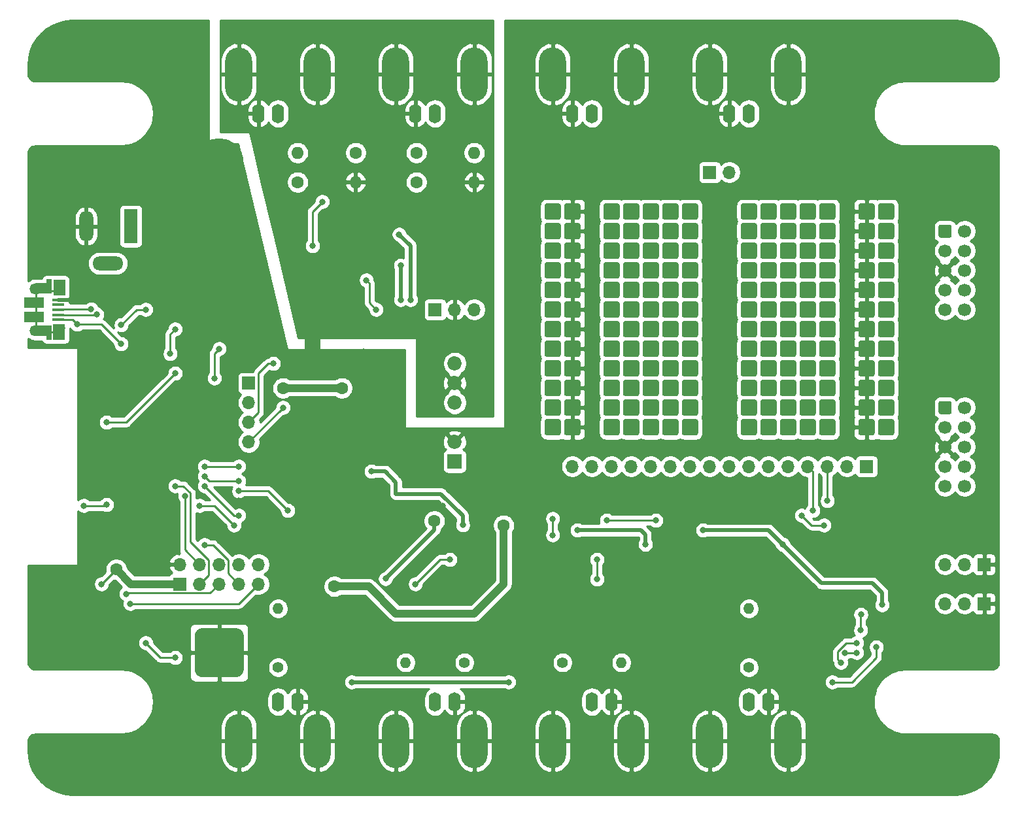
<source format=gbr>
G04 #@! TF.GenerationSoftware,KiCad,Pcbnew,(5.1.8-0-10_14)*
G04 #@! TF.CreationDate,2020-12-31T12:29:52-08:00*
G04 #@! TF.ProjectId,esp32_sync,65737033-325f-4737-996e-632e6b696361,rev?*
G04 #@! TF.SameCoordinates,Original*
G04 #@! TF.FileFunction,Copper,L2,Bot*
G04 #@! TF.FilePolarity,Positive*
%FSLAX46Y46*%
G04 Gerber Fmt 4.6, Leading zero omitted, Abs format (unit mm)*
G04 Created by KiCad (PCBNEW (5.1.8-0-10_14)) date 2020-12-31 12:29:52*
%MOMM*%
%LPD*%
G01*
G04 APERTURE LIST*
G04 #@! TA.AperFunction,ComponentPad*
%ADD10O,1.700000X1.700000*%
G04 #@! TD*
G04 #@! TA.AperFunction,ComponentPad*
%ADD11R,1.700000X1.700000*%
G04 #@! TD*
G04 #@! TA.AperFunction,ComponentPad*
%ADD12C,1.850000*%
G04 #@! TD*
G04 #@! TA.AperFunction,ComponentPad*
%ADD13R,1.850000X1.850000*%
G04 #@! TD*
G04 #@! TA.AperFunction,ComponentPad*
%ADD14O,1.600000X1.600000*%
G04 #@! TD*
G04 #@! TA.AperFunction,ComponentPad*
%ADD15C,1.600000*%
G04 #@! TD*
G04 #@! TA.AperFunction,ComponentPad*
%ADD16R,1.800000X4.400000*%
G04 #@! TD*
G04 #@! TA.AperFunction,ComponentPad*
%ADD17O,1.800000X4.000000*%
G04 #@! TD*
G04 #@! TA.AperFunction,ComponentPad*
%ADD18O,4.000000X1.800000*%
G04 #@! TD*
G04 #@! TA.AperFunction,ComponentPad*
%ADD19O,1.400000X1.400000*%
G04 #@! TD*
G04 #@! TA.AperFunction,ComponentPad*
%ADD20C,1.400000*%
G04 #@! TD*
G04 #@! TA.AperFunction,ComponentPad*
%ADD21C,1.700000*%
G04 #@! TD*
G04 #@! TA.AperFunction,ComponentPad*
%ADD22O,1.600000X2.500000*%
G04 #@! TD*
G04 #@! TA.AperFunction,ComponentPad*
%ADD23O,3.500000X7.000000*%
G04 #@! TD*
G04 #@! TA.AperFunction,SMDPad,CuDef*
%ADD24R,2.500000X1.430000*%
G04 #@! TD*
G04 #@! TA.AperFunction,ComponentPad*
%ADD25O,1.700000X1.350000*%
G04 #@! TD*
G04 #@! TA.AperFunction,ComponentPad*
%ADD26O,1.500000X1.100000*%
G04 #@! TD*
G04 #@! TA.AperFunction,SMDPad,CuDef*
%ADD27R,1.650000X0.400000*%
G04 #@! TD*
G04 #@! TA.AperFunction,SMDPad,CuDef*
%ADD28R,1.500000X2.000000*%
G04 #@! TD*
G04 #@! TA.AperFunction,SMDPad,CuDef*
%ADD29R,0.700000X1.825000*%
G04 #@! TD*
G04 #@! TA.AperFunction,SMDPad,CuDef*
%ADD30R,2.000000X1.350000*%
G04 #@! TD*
G04 #@! TA.AperFunction,ViaPad*
%ADD31C,6.350000*%
G04 #@! TD*
G04 #@! TA.AperFunction,ViaPad*
%ADD32C,0.800000*%
G04 #@! TD*
G04 #@! TA.AperFunction,ViaPad*
%ADD33C,1.600000*%
G04 #@! TD*
G04 #@! TA.AperFunction,Conductor*
%ADD34C,2.000000*%
G04 #@! TD*
G04 #@! TA.AperFunction,Conductor*
%ADD35C,0.500000*%
G04 #@! TD*
G04 #@! TA.AperFunction,Conductor*
%ADD36C,1.000000*%
G04 #@! TD*
G04 #@! TA.AperFunction,Conductor*
%ADD37C,0.250000*%
G04 #@! TD*
G04 #@! TA.AperFunction,Conductor*
%ADD38C,0.254000*%
G04 #@! TD*
G04 #@! TA.AperFunction,Conductor*
%ADD39C,0.100000*%
G04 #@! TD*
G04 APERTURE END LIST*
D10*
X92710000Y-118745000D03*
X92710000Y-116205000D03*
X92710000Y-113665000D03*
D11*
X92710000Y-111125000D03*
D10*
X121920000Y-101600000D03*
X119380000Y-101600000D03*
D11*
X116840000Y-101600000D03*
D12*
X119380000Y-108585000D03*
X119380000Y-111125000D03*
X119380000Y-113665000D03*
X119380000Y-118745000D03*
D13*
X119380000Y-121285000D03*
D14*
X121920000Y-85090000D03*
D15*
X114420000Y-85090000D03*
D14*
X121920000Y-81280000D03*
D15*
X114420000Y-81280000D03*
D16*
X77470000Y-90805000D03*
D17*
X71670000Y-90805000D03*
D18*
X74470000Y-95605000D03*
D19*
X157480000Y-140335000D03*
D20*
X157480000Y-147955000D03*
D21*
X185420000Y-124460000D03*
X185420000Y-121920000D03*
X185420000Y-119380000D03*
X185420000Y-116840000D03*
X185420000Y-114300000D03*
X182880000Y-124460000D03*
X182880000Y-121920000D03*
X182880000Y-119380000D03*
X182880000Y-116840000D03*
G04 #@! TA.AperFunction,ComponentPad*
G36*
G01*
X182030000Y-114900000D02*
X182030000Y-113700000D01*
G75*
G02*
X182280000Y-113450000I250000J0D01*
G01*
X183480000Y-113450000D01*
G75*
G02*
X183730000Y-113700000I0J-250000D01*
G01*
X183730000Y-114900000D01*
G75*
G02*
X183480000Y-115150000I-250000J0D01*
G01*
X182280000Y-115150000D01*
G75*
G02*
X182030000Y-114900000I0J250000D01*
G01*
G37*
G04 #@! TD.AperFunction*
X185420000Y-101600000D03*
X185420000Y-99060000D03*
X185420000Y-96520000D03*
X185420000Y-93980000D03*
X185420000Y-91440000D03*
X182880000Y-101600000D03*
X182880000Y-99060000D03*
X182880000Y-96520000D03*
X182880000Y-93980000D03*
G04 #@! TA.AperFunction,ComponentPad*
G36*
G01*
X182030000Y-92040000D02*
X182030000Y-90840000D01*
G75*
G02*
X182280000Y-90590000I250000J0D01*
G01*
X183480000Y-90590000D01*
G75*
G02*
X183730000Y-90840000I0J-250000D01*
G01*
X183730000Y-92040000D01*
G75*
G02*
X183480000Y-92290000I-250000J0D01*
G01*
X182280000Y-92290000D01*
G75*
G02*
X182030000Y-92040000I0J250000D01*
G01*
G37*
G04 #@! TD.AperFunction*
D10*
X134620000Y-121920000D03*
X137160000Y-121920000D03*
X139700000Y-121920000D03*
X142240000Y-121920000D03*
X144780000Y-121920000D03*
X147320000Y-121920000D03*
X149860000Y-121920000D03*
X152400000Y-121920000D03*
X154940000Y-121920000D03*
X157480000Y-121920000D03*
X160020000Y-121920000D03*
X162560000Y-121920000D03*
X165100000Y-121920000D03*
X167640000Y-121920000D03*
X170180000Y-121920000D03*
D11*
X172720000Y-121920000D03*
D10*
X93980000Y-134620000D03*
X93980000Y-137160000D03*
X91440000Y-134620000D03*
X91440000Y-137160000D03*
X88900000Y-134620000D03*
X88900000Y-137160000D03*
X86360000Y-134620000D03*
X86360000Y-137160000D03*
X83820000Y-134620000D03*
D11*
X83820000Y-137160000D03*
G04 #@! TA.AperFunction,ComponentPad*
G36*
G01*
X85725000Y-148234400D02*
X85725000Y-143865600D01*
G75*
G02*
X86715600Y-142875000I990600J0D01*
G01*
X91084400Y-142875000D01*
G75*
G02*
X92075000Y-143865600I0J-990600D01*
G01*
X92075000Y-148234400D01*
G75*
G02*
X91084400Y-149225000I-990600J0D01*
G01*
X86715600Y-149225000D01*
G75*
G02*
X85725000Y-148234400I0J990600D01*
G01*
G37*
G04 #@! TD.AperFunction*
D10*
X154940000Y-83820000D03*
D11*
X152400000Y-83820000D03*
D22*
X99060000Y-152400000D03*
X96520000Y-152400000D03*
D23*
X91440000Y-157480000D03*
X101600000Y-157480000D03*
G04 #@! TA.AperFunction,ComponentPad*
G36*
G01*
X132880000Y-89950000D02*
X131280000Y-89950000D01*
G75*
G02*
X131030000Y-89700000I0J250000D01*
G01*
X131030000Y-88100000D01*
G75*
G02*
X131280000Y-87850000I250000J0D01*
G01*
X132880000Y-87850000D01*
G75*
G02*
X133130000Y-88100000I0J-250000D01*
G01*
X133130000Y-89700000D01*
G75*
G02*
X132880000Y-89950000I-250000J0D01*
G01*
G37*
G04 #@! TD.AperFunction*
G04 #@! TA.AperFunction,ComponentPad*
G36*
G01*
X132880000Y-92490000D02*
X131280000Y-92490000D01*
G75*
G02*
X131030000Y-92240000I0J250000D01*
G01*
X131030000Y-90640000D01*
G75*
G02*
X131280000Y-90390000I250000J0D01*
G01*
X132880000Y-90390000D01*
G75*
G02*
X133130000Y-90640000I0J-250000D01*
G01*
X133130000Y-92240000D01*
G75*
G02*
X132880000Y-92490000I-250000J0D01*
G01*
G37*
G04 #@! TD.AperFunction*
G04 #@! TA.AperFunction,ComponentPad*
G36*
G01*
X132880000Y-95030000D02*
X131280000Y-95030000D01*
G75*
G02*
X131030000Y-94780000I0J250000D01*
G01*
X131030000Y-93180000D01*
G75*
G02*
X131280000Y-92930000I250000J0D01*
G01*
X132880000Y-92930000D01*
G75*
G02*
X133130000Y-93180000I0J-250000D01*
G01*
X133130000Y-94780000D01*
G75*
G02*
X132880000Y-95030000I-250000J0D01*
G01*
G37*
G04 #@! TD.AperFunction*
G04 #@! TA.AperFunction,ComponentPad*
G36*
G01*
X132880000Y-97570000D02*
X131280000Y-97570000D01*
G75*
G02*
X131030000Y-97320000I0J250000D01*
G01*
X131030000Y-95720000D01*
G75*
G02*
X131280000Y-95470000I250000J0D01*
G01*
X132880000Y-95470000D01*
G75*
G02*
X133130000Y-95720000I0J-250000D01*
G01*
X133130000Y-97320000D01*
G75*
G02*
X132880000Y-97570000I-250000J0D01*
G01*
G37*
G04 #@! TD.AperFunction*
G04 #@! TA.AperFunction,ComponentPad*
G36*
G01*
X132880000Y-100110000D02*
X131280000Y-100110000D01*
G75*
G02*
X131030000Y-99860000I0J250000D01*
G01*
X131030000Y-98260000D01*
G75*
G02*
X131280000Y-98010000I250000J0D01*
G01*
X132880000Y-98010000D01*
G75*
G02*
X133130000Y-98260000I0J-250000D01*
G01*
X133130000Y-99860000D01*
G75*
G02*
X132880000Y-100110000I-250000J0D01*
G01*
G37*
G04 #@! TD.AperFunction*
G04 #@! TA.AperFunction,ComponentPad*
G36*
G01*
X132880000Y-102650000D02*
X131280000Y-102650000D01*
G75*
G02*
X131030000Y-102400000I0J250000D01*
G01*
X131030000Y-100800000D01*
G75*
G02*
X131280000Y-100550000I250000J0D01*
G01*
X132880000Y-100550000D01*
G75*
G02*
X133130000Y-100800000I0J-250000D01*
G01*
X133130000Y-102400000D01*
G75*
G02*
X132880000Y-102650000I-250000J0D01*
G01*
G37*
G04 #@! TD.AperFunction*
G04 #@! TA.AperFunction,ComponentPad*
G36*
G01*
X132880000Y-105190000D02*
X131280000Y-105190000D01*
G75*
G02*
X131030000Y-104940000I0J250000D01*
G01*
X131030000Y-103340000D01*
G75*
G02*
X131280000Y-103090000I250000J0D01*
G01*
X132880000Y-103090000D01*
G75*
G02*
X133130000Y-103340000I0J-250000D01*
G01*
X133130000Y-104940000D01*
G75*
G02*
X132880000Y-105190000I-250000J0D01*
G01*
G37*
G04 #@! TD.AperFunction*
G04 #@! TA.AperFunction,ComponentPad*
G36*
G01*
X132880000Y-107730000D02*
X131280000Y-107730000D01*
G75*
G02*
X131030000Y-107480000I0J250000D01*
G01*
X131030000Y-105880000D01*
G75*
G02*
X131280000Y-105630000I250000J0D01*
G01*
X132880000Y-105630000D01*
G75*
G02*
X133130000Y-105880000I0J-250000D01*
G01*
X133130000Y-107480000D01*
G75*
G02*
X132880000Y-107730000I-250000J0D01*
G01*
G37*
G04 #@! TD.AperFunction*
G04 #@! TA.AperFunction,ComponentPad*
G36*
G01*
X132880000Y-110270000D02*
X131280000Y-110270000D01*
G75*
G02*
X131030000Y-110020000I0J250000D01*
G01*
X131030000Y-108420000D01*
G75*
G02*
X131280000Y-108170000I250000J0D01*
G01*
X132880000Y-108170000D01*
G75*
G02*
X133130000Y-108420000I0J-250000D01*
G01*
X133130000Y-110020000D01*
G75*
G02*
X132880000Y-110270000I-250000J0D01*
G01*
G37*
G04 #@! TD.AperFunction*
G04 #@! TA.AperFunction,ComponentPad*
G36*
G01*
X132880000Y-112810000D02*
X131280000Y-112810000D01*
G75*
G02*
X131030000Y-112560000I0J250000D01*
G01*
X131030000Y-110960000D01*
G75*
G02*
X131280000Y-110710000I250000J0D01*
G01*
X132880000Y-110710000D01*
G75*
G02*
X133130000Y-110960000I0J-250000D01*
G01*
X133130000Y-112560000D01*
G75*
G02*
X132880000Y-112810000I-250000J0D01*
G01*
G37*
G04 #@! TD.AperFunction*
G04 #@! TA.AperFunction,ComponentPad*
G36*
G01*
X132880000Y-115350000D02*
X131280000Y-115350000D01*
G75*
G02*
X131030000Y-115100000I0J250000D01*
G01*
X131030000Y-113500000D01*
G75*
G02*
X131280000Y-113250000I250000J0D01*
G01*
X132880000Y-113250000D01*
G75*
G02*
X133130000Y-113500000I0J-250000D01*
G01*
X133130000Y-115100000D01*
G75*
G02*
X132880000Y-115350000I-250000J0D01*
G01*
G37*
G04 #@! TD.AperFunction*
G04 #@! TA.AperFunction,ComponentPad*
G36*
G01*
X135420000Y-89950000D02*
X133820000Y-89950000D01*
G75*
G02*
X133570000Y-89700000I0J250000D01*
G01*
X133570000Y-88100000D01*
G75*
G02*
X133820000Y-87850000I250000J0D01*
G01*
X135420000Y-87850000D01*
G75*
G02*
X135670000Y-88100000I0J-250000D01*
G01*
X135670000Y-89700000D01*
G75*
G02*
X135420000Y-89950000I-250000J0D01*
G01*
G37*
G04 #@! TD.AperFunction*
G04 #@! TA.AperFunction,ComponentPad*
G36*
G01*
X135420000Y-92490000D02*
X133820000Y-92490000D01*
G75*
G02*
X133570000Y-92240000I0J250000D01*
G01*
X133570000Y-90640000D01*
G75*
G02*
X133820000Y-90390000I250000J0D01*
G01*
X135420000Y-90390000D01*
G75*
G02*
X135670000Y-90640000I0J-250000D01*
G01*
X135670000Y-92240000D01*
G75*
G02*
X135420000Y-92490000I-250000J0D01*
G01*
G37*
G04 #@! TD.AperFunction*
G04 #@! TA.AperFunction,ComponentPad*
G36*
G01*
X135420000Y-95030000D02*
X133820000Y-95030000D01*
G75*
G02*
X133570000Y-94780000I0J250000D01*
G01*
X133570000Y-93180000D01*
G75*
G02*
X133820000Y-92930000I250000J0D01*
G01*
X135420000Y-92930000D01*
G75*
G02*
X135670000Y-93180000I0J-250000D01*
G01*
X135670000Y-94780000D01*
G75*
G02*
X135420000Y-95030000I-250000J0D01*
G01*
G37*
G04 #@! TD.AperFunction*
G04 #@! TA.AperFunction,ComponentPad*
G36*
G01*
X135420000Y-97570000D02*
X133820000Y-97570000D01*
G75*
G02*
X133570000Y-97320000I0J250000D01*
G01*
X133570000Y-95720000D01*
G75*
G02*
X133820000Y-95470000I250000J0D01*
G01*
X135420000Y-95470000D01*
G75*
G02*
X135670000Y-95720000I0J-250000D01*
G01*
X135670000Y-97320000D01*
G75*
G02*
X135420000Y-97570000I-250000J0D01*
G01*
G37*
G04 #@! TD.AperFunction*
G04 #@! TA.AperFunction,ComponentPad*
G36*
G01*
X135420000Y-100110000D02*
X133820000Y-100110000D01*
G75*
G02*
X133570000Y-99860000I0J250000D01*
G01*
X133570000Y-98260000D01*
G75*
G02*
X133820000Y-98010000I250000J0D01*
G01*
X135420000Y-98010000D01*
G75*
G02*
X135670000Y-98260000I0J-250000D01*
G01*
X135670000Y-99860000D01*
G75*
G02*
X135420000Y-100110000I-250000J0D01*
G01*
G37*
G04 #@! TD.AperFunction*
G04 #@! TA.AperFunction,ComponentPad*
G36*
G01*
X135420000Y-102650000D02*
X133820000Y-102650000D01*
G75*
G02*
X133570000Y-102400000I0J250000D01*
G01*
X133570000Y-100800000D01*
G75*
G02*
X133820000Y-100550000I250000J0D01*
G01*
X135420000Y-100550000D01*
G75*
G02*
X135670000Y-100800000I0J-250000D01*
G01*
X135670000Y-102400000D01*
G75*
G02*
X135420000Y-102650000I-250000J0D01*
G01*
G37*
G04 #@! TD.AperFunction*
G04 #@! TA.AperFunction,ComponentPad*
G36*
G01*
X135420000Y-105190000D02*
X133820000Y-105190000D01*
G75*
G02*
X133570000Y-104940000I0J250000D01*
G01*
X133570000Y-103340000D01*
G75*
G02*
X133820000Y-103090000I250000J0D01*
G01*
X135420000Y-103090000D01*
G75*
G02*
X135670000Y-103340000I0J-250000D01*
G01*
X135670000Y-104940000D01*
G75*
G02*
X135420000Y-105190000I-250000J0D01*
G01*
G37*
G04 #@! TD.AperFunction*
G04 #@! TA.AperFunction,ComponentPad*
G36*
G01*
X135420000Y-107730000D02*
X133820000Y-107730000D01*
G75*
G02*
X133570000Y-107480000I0J250000D01*
G01*
X133570000Y-105880000D01*
G75*
G02*
X133820000Y-105630000I250000J0D01*
G01*
X135420000Y-105630000D01*
G75*
G02*
X135670000Y-105880000I0J-250000D01*
G01*
X135670000Y-107480000D01*
G75*
G02*
X135420000Y-107730000I-250000J0D01*
G01*
G37*
G04 #@! TD.AperFunction*
G04 #@! TA.AperFunction,ComponentPad*
G36*
G01*
X135420000Y-110270000D02*
X133820000Y-110270000D01*
G75*
G02*
X133570000Y-110020000I0J250000D01*
G01*
X133570000Y-108420000D01*
G75*
G02*
X133820000Y-108170000I250000J0D01*
G01*
X135420000Y-108170000D01*
G75*
G02*
X135670000Y-108420000I0J-250000D01*
G01*
X135670000Y-110020000D01*
G75*
G02*
X135420000Y-110270000I-250000J0D01*
G01*
G37*
G04 #@! TD.AperFunction*
G04 #@! TA.AperFunction,ComponentPad*
G36*
G01*
X135420000Y-112810000D02*
X133820000Y-112810000D01*
G75*
G02*
X133570000Y-112560000I0J250000D01*
G01*
X133570000Y-110960000D01*
G75*
G02*
X133820000Y-110710000I250000J0D01*
G01*
X135420000Y-110710000D01*
G75*
G02*
X135670000Y-110960000I0J-250000D01*
G01*
X135670000Y-112560000D01*
G75*
G02*
X135420000Y-112810000I-250000J0D01*
G01*
G37*
G04 #@! TD.AperFunction*
G04 #@! TA.AperFunction,ComponentPad*
G36*
G01*
X135420000Y-115350000D02*
X133820000Y-115350000D01*
G75*
G02*
X133570000Y-115100000I0J250000D01*
G01*
X133570000Y-113500000D01*
G75*
G02*
X133820000Y-113250000I250000J0D01*
G01*
X135420000Y-113250000D01*
G75*
G02*
X135670000Y-113500000I0J-250000D01*
G01*
X135670000Y-115100000D01*
G75*
G02*
X135420000Y-115350000I-250000J0D01*
G01*
G37*
G04 #@! TD.AperFunction*
G04 #@! TA.AperFunction,ComponentPad*
G36*
G01*
X135420000Y-117890000D02*
X133820000Y-117890000D01*
G75*
G02*
X133570000Y-117640000I0J250000D01*
G01*
X133570000Y-116040000D01*
G75*
G02*
X133820000Y-115790000I250000J0D01*
G01*
X135420000Y-115790000D01*
G75*
G02*
X135670000Y-116040000I0J-250000D01*
G01*
X135670000Y-117640000D01*
G75*
G02*
X135420000Y-117890000I-250000J0D01*
G01*
G37*
G04 #@! TD.AperFunction*
G04 #@! TA.AperFunction,ComponentPad*
G36*
G01*
X132880000Y-117890000D02*
X131280000Y-117890000D01*
G75*
G02*
X131030000Y-117640000I0J250000D01*
G01*
X131030000Y-116040000D01*
G75*
G02*
X131280000Y-115790000I250000J0D01*
G01*
X132880000Y-115790000D01*
G75*
G02*
X133130000Y-116040000I0J-250000D01*
G01*
X133130000Y-117640000D01*
G75*
G02*
X132880000Y-117890000I-250000J0D01*
G01*
G37*
G04 #@! TD.AperFunction*
G04 #@! TA.AperFunction,ComponentPad*
G36*
G01*
X176060000Y-89950000D02*
X174460000Y-89950000D01*
G75*
G02*
X174210000Y-89700000I0J250000D01*
G01*
X174210000Y-88100000D01*
G75*
G02*
X174460000Y-87850000I250000J0D01*
G01*
X176060000Y-87850000D01*
G75*
G02*
X176310000Y-88100000I0J-250000D01*
G01*
X176310000Y-89700000D01*
G75*
G02*
X176060000Y-89950000I-250000J0D01*
G01*
G37*
G04 #@! TD.AperFunction*
G04 #@! TA.AperFunction,ComponentPad*
G36*
G01*
X176060000Y-92490000D02*
X174460000Y-92490000D01*
G75*
G02*
X174210000Y-92240000I0J250000D01*
G01*
X174210000Y-90640000D01*
G75*
G02*
X174460000Y-90390000I250000J0D01*
G01*
X176060000Y-90390000D01*
G75*
G02*
X176310000Y-90640000I0J-250000D01*
G01*
X176310000Y-92240000D01*
G75*
G02*
X176060000Y-92490000I-250000J0D01*
G01*
G37*
G04 #@! TD.AperFunction*
G04 #@! TA.AperFunction,ComponentPad*
G36*
G01*
X176060000Y-95030000D02*
X174460000Y-95030000D01*
G75*
G02*
X174210000Y-94780000I0J250000D01*
G01*
X174210000Y-93180000D01*
G75*
G02*
X174460000Y-92930000I250000J0D01*
G01*
X176060000Y-92930000D01*
G75*
G02*
X176310000Y-93180000I0J-250000D01*
G01*
X176310000Y-94780000D01*
G75*
G02*
X176060000Y-95030000I-250000J0D01*
G01*
G37*
G04 #@! TD.AperFunction*
G04 #@! TA.AperFunction,ComponentPad*
G36*
G01*
X176060000Y-97570000D02*
X174460000Y-97570000D01*
G75*
G02*
X174210000Y-97320000I0J250000D01*
G01*
X174210000Y-95720000D01*
G75*
G02*
X174460000Y-95470000I250000J0D01*
G01*
X176060000Y-95470000D01*
G75*
G02*
X176310000Y-95720000I0J-250000D01*
G01*
X176310000Y-97320000D01*
G75*
G02*
X176060000Y-97570000I-250000J0D01*
G01*
G37*
G04 #@! TD.AperFunction*
G04 #@! TA.AperFunction,ComponentPad*
G36*
G01*
X176060000Y-100110000D02*
X174460000Y-100110000D01*
G75*
G02*
X174210000Y-99860000I0J250000D01*
G01*
X174210000Y-98260000D01*
G75*
G02*
X174460000Y-98010000I250000J0D01*
G01*
X176060000Y-98010000D01*
G75*
G02*
X176310000Y-98260000I0J-250000D01*
G01*
X176310000Y-99860000D01*
G75*
G02*
X176060000Y-100110000I-250000J0D01*
G01*
G37*
G04 #@! TD.AperFunction*
G04 #@! TA.AperFunction,ComponentPad*
G36*
G01*
X176060000Y-102650000D02*
X174460000Y-102650000D01*
G75*
G02*
X174210000Y-102400000I0J250000D01*
G01*
X174210000Y-100800000D01*
G75*
G02*
X174460000Y-100550000I250000J0D01*
G01*
X176060000Y-100550000D01*
G75*
G02*
X176310000Y-100800000I0J-250000D01*
G01*
X176310000Y-102400000D01*
G75*
G02*
X176060000Y-102650000I-250000J0D01*
G01*
G37*
G04 #@! TD.AperFunction*
G04 #@! TA.AperFunction,ComponentPad*
G36*
G01*
X176060000Y-105190000D02*
X174460000Y-105190000D01*
G75*
G02*
X174210000Y-104940000I0J250000D01*
G01*
X174210000Y-103340000D01*
G75*
G02*
X174460000Y-103090000I250000J0D01*
G01*
X176060000Y-103090000D01*
G75*
G02*
X176310000Y-103340000I0J-250000D01*
G01*
X176310000Y-104940000D01*
G75*
G02*
X176060000Y-105190000I-250000J0D01*
G01*
G37*
G04 #@! TD.AperFunction*
G04 #@! TA.AperFunction,ComponentPad*
G36*
G01*
X176060000Y-107730000D02*
X174460000Y-107730000D01*
G75*
G02*
X174210000Y-107480000I0J250000D01*
G01*
X174210000Y-105880000D01*
G75*
G02*
X174460000Y-105630000I250000J0D01*
G01*
X176060000Y-105630000D01*
G75*
G02*
X176310000Y-105880000I0J-250000D01*
G01*
X176310000Y-107480000D01*
G75*
G02*
X176060000Y-107730000I-250000J0D01*
G01*
G37*
G04 #@! TD.AperFunction*
G04 #@! TA.AperFunction,ComponentPad*
G36*
G01*
X176060000Y-110270000D02*
X174460000Y-110270000D01*
G75*
G02*
X174210000Y-110020000I0J250000D01*
G01*
X174210000Y-108420000D01*
G75*
G02*
X174460000Y-108170000I250000J0D01*
G01*
X176060000Y-108170000D01*
G75*
G02*
X176310000Y-108420000I0J-250000D01*
G01*
X176310000Y-110020000D01*
G75*
G02*
X176060000Y-110270000I-250000J0D01*
G01*
G37*
G04 #@! TD.AperFunction*
G04 #@! TA.AperFunction,ComponentPad*
G36*
G01*
X176060000Y-112810000D02*
X174460000Y-112810000D01*
G75*
G02*
X174210000Y-112560000I0J250000D01*
G01*
X174210000Y-110960000D01*
G75*
G02*
X174460000Y-110710000I250000J0D01*
G01*
X176060000Y-110710000D01*
G75*
G02*
X176310000Y-110960000I0J-250000D01*
G01*
X176310000Y-112560000D01*
G75*
G02*
X176060000Y-112810000I-250000J0D01*
G01*
G37*
G04 #@! TD.AperFunction*
G04 #@! TA.AperFunction,ComponentPad*
G36*
G01*
X176060000Y-115350000D02*
X174460000Y-115350000D01*
G75*
G02*
X174210000Y-115100000I0J250000D01*
G01*
X174210000Y-113500000D01*
G75*
G02*
X174460000Y-113250000I250000J0D01*
G01*
X176060000Y-113250000D01*
G75*
G02*
X176310000Y-113500000I0J-250000D01*
G01*
X176310000Y-115100000D01*
G75*
G02*
X176060000Y-115350000I-250000J0D01*
G01*
G37*
G04 #@! TD.AperFunction*
G04 #@! TA.AperFunction,ComponentPad*
G36*
G01*
X173520000Y-89950000D02*
X171920000Y-89950000D01*
G75*
G02*
X171670000Y-89700000I0J250000D01*
G01*
X171670000Y-88100000D01*
G75*
G02*
X171920000Y-87850000I250000J0D01*
G01*
X173520000Y-87850000D01*
G75*
G02*
X173770000Y-88100000I0J-250000D01*
G01*
X173770000Y-89700000D01*
G75*
G02*
X173520000Y-89950000I-250000J0D01*
G01*
G37*
G04 #@! TD.AperFunction*
G04 #@! TA.AperFunction,ComponentPad*
G36*
G01*
X173520000Y-92490000D02*
X171920000Y-92490000D01*
G75*
G02*
X171670000Y-92240000I0J250000D01*
G01*
X171670000Y-90640000D01*
G75*
G02*
X171920000Y-90390000I250000J0D01*
G01*
X173520000Y-90390000D01*
G75*
G02*
X173770000Y-90640000I0J-250000D01*
G01*
X173770000Y-92240000D01*
G75*
G02*
X173520000Y-92490000I-250000J0D01*
G01*
G37*
G04 #@! TD.AperFunction*
G04 #@! TA.AperFunction,ComponentPad*
G36*
G01*
X173520000Y-95030000D02*
X171920000Y-95030000D01*
G75*
G02*
X171670000Y-94780000I0J250000D01*
G01*
X171670000Y-93180000D01*
G75*
G02*
X171920000Y-92930000I250000J0D01*
G01*
X173520000Y-92930000D01*
G75*
G02*
X173770000Y-93180000I0J-250000D01*
G01*
X173770000Y-94780000D01*
G75*
G02*
X173520000Y-95030000I-250000J0D01*
G01*
G37*
G04 #@! TD.AperFunction*
G04 #@! TA.AperFunction,ComponentPad*
G36*
G01*
X173520000Y-97570000D02*
X171920000Y-97570000D01*
G75*
G02*
X171670000Y-97320000I0J250000D01*
G01*
X171670000Y-95720000D01*
G75*
G02*
X171920000Y-95470000I250000J0D01*
G01*
X173520000Y-95470000D01*
G75*
G02*
X173770000Y-95720000I0J-250000D01*
G01*
X173770000Y-97320000D01*
G75*
G02*
X173520000Y-97570000I-250000J0D01*
G01*
G37*
G04 #@! TD.AperFunction*
G04 #@! TA.AperFunction,ComponentPad*
G36*
G01*
X173520000Y-100110000D02*
X171920000Y-100110000D01*
G75*
G02*
X171670000Y-99860000I0J250000D01*
G01*
X171670000Y-98260000D01*
G75*
G02*
X171920000Y-98010000I250000J0D01*
G01*
X173520000Y-98010000D01*
G75*
G02*
X173770000Y-98260000I0J-250000D01*
G01*
X173770000Y-99860000D01*
G75*
G02*
X173520000Y-100110000I-250000J0D01*
G01*
G37*
G04 #@! TD.AperFunction*
G04 #@! TA.AperFunction,ComponentPad*
G36*
G01*
X173520000Y-102650000D02*
X171920000Y-102650000D01*
G75*
G02*
X171670000Y-102400000I0J250000D01*
G01*
X171670000Y-100800000D01*
G75*
G02*
X171920000Y-100550000I250000J0D01*
G01*
X173520000Y-100550000D01*
G75*
G02*
X173770000Y-100800000I0J-250000D01*
G01*
X173770000Y-102400000D01*
G75*
G02*
X173520000Y-102650000I-250000J0D01*
G01*
G37*
G04 #@! TD.AperFunction*
G04 #@! TA.AperFunction,ComponentPad*
G36*
G01*
X173520000Y-105190000D02*
X171920000Y-105190000D01*
G75*
G02*
X171670000Y-104940000I0J250000D01*
G01*
X171670000Y-103340000D01*
G75*
G02*
X171920000Y-103090000I250000J0D01*
G01*
X173520000Y-103090000D01*
G75*
G02*
X173770000Y-103340000I0J-250000D01*
G01*
X173770000Y-104940000D01*
G75*
G02*
X173520000Y-105190000I-250000J0D01*
G01*
G37*
G04 #@! TD.AperFunction*
G04 #@! TA.AperFunction,ComponentPad*
G36*
G01*
X173520000Y-107730000D02*
X171920000Y-107730000D01*
G75*
G02*
X171670000Y-107480000I0J250000D01*
G01*
X171670000Y-105880000D01*
G75*
G02*
X171920000Y-105630000I250000J0D01*
G01*
X173520000Y-105630000D01*
G75*
G02*
X173770000Y-105880000I0J-250000D01*
G01*
X173770000Y-107480000D01*
G75*
G02*
X173520000Y-107730000I-250000J0D01*
G01*
G37*
G04 #@! TD.AperFunction*
G04 #@! TA.AperFunction,ComponentPad*
G36*
G01*
X173520000Y-110270000D02*
X171920000Y-110270000D01*
G75*
G02*
X171670000Y-110020000I0J250000D01*
G01*
X171670000Y-108420000D01*
G75*
G02*
X171920000Y-108170000I250000J0D01*
G01*
X173520000Y-108170000D01*
G75*
G02*
X173770000Y-108420000I0J-250000D01*
G01*
X173770000Y-110020000D01*
G75*
G02*
X173520000Y-110270000I-250000J0D01*
G01*
G37*
G04 #@! TD.AperFunction*
G04 #@! TA.AperFunction,ComponentPad*
G36*
G01*
X173520000Y-112810000D02*
X171920000Y-112810000D01*
G75*
G02*
X171670000Y-112560000I0J250000D01*
G01*
X171670000Y-110960000D01*
G75*
G02*
X171920000Y-110710000I250000J0D01*
G01*
X173520000Y-110710000D01*
G75*
G02*
X173770000Y-110960000I0J-250000D01*
G01*
X173770000Y-112560000D01*
G75*
G02*
X173520000Y-112810000I-250000J0D01*
G01*
G37*
G04 #@! TD.AperFunction*
G04 #@! TA.AperFunction,ComponentPad*
G36*
G01*
X173520000Y-115350000D02*
X171920000Y-115350000D01*
G75*
G02*
X171670000Y-115100000I0J250000D01*
G01*
X171670000Y-113500000D01*
G75*
G02*
X171920000Y-113250000I250000J0D01*
G01*
X173520000Y-113250000D01*
G75*
G02*
X173770000Y-113500000I0J-250000D01*
G01*
X173770000Y-115100000D01*
G75*
G02*
X173520000Y-115350000I-250000J0D01*
G01*
G37*
G04 #@! TD.AperFunction*
G04 #@! TA.AperFunction,ComponentPad*
G36*
G01*
X176060000Y-117890000D02*
X174460000Y-117890000D01*
G75*
G02*
X174210000Y-117640000I0J250000D01*
G01*
X174210000Y-116040000D01*
G75*
G02*
X174460000Y-115790000I250000J0D01*
G01*
X176060000Y-115790000D01*
G75*
G02*
X176310000Y-116040000I0J-250000D01*
G01*
X176310000Y-117640000D01*
G75*
G02*
X176060000Y-117890000I-250000J0D01*
G01*
G37*
G04 #@! TD.AperFunction*
G04 #@! TA.AperFunction,ComponentPad*
G36*
G01*
X173520000Y-117890000D02*
X171920000Y-117890000D01*
G75*
G02*
X171670000Y-117640000I0J250000D01*
G01*
X171670000Y-116040000D01*
G75*
G02*
X171920000Y-115790000I250000J0D01*
G01*
X173520000Y-115790000D01*
G75*
G02*
X173770000Y-116040000I0J-250000D01*
G01*
X173770000Y-117640000D01*
G75*
G02*
X173520000Y-117890000I-250000J0D01*
G01*
G37*
G04 #@! TD.AperFunction*
G04 #@! TA.AperFunction,ComponentPad*
G36*
G01*
X168440000Y-89950000D02*
X166840000Y-89950000D01*
G75*
G02*
X166590000Y-89700000I0J250000D01*
G01*
X166590000Y-88100000D01*
G75*
G02*
X166840000Y-87850000I250000J0D01*
G01*
X168440000Y-87850000D01*
G75*
G02*
X168690000Y-88100000I0J-250000D01*
G01*
X168690000Y-89700000D01*
G75*
G02*
X168440000Y-89950000I-250000J0D01*
G01*
G37*
G04 #@! TD.AperFunction*
G04 #@! TA.AperFunction,ComponentPad*
G36*
G01*
X168440000Y-92490000D02*
X166840000Y-92490000D01*
G75*
G02*
X166590000Y-92240000I0J250000D01*
G01*
X166590000Y-90640000D01*
G75*
G02*
X166840000Y-90390000I250000J0D01*
G01*
X168440000Y-90390000D01*
G75*
G02*
X168690000Y-90640000I0J-250000D01*
G01*
X168690000Y-92240000D01*
G75*
G02*
X168440000Y-92490000I-250000J0D01*
G01*
G37*
G04 #@! TD.AperFunction*
G04 #@! TA.AperFunction,ComponentPad*
G36*
G01*
X168440000Y-95030000D02*
X166840000Y-95030000D01*
G75*
G02*
X166590000Y-94780000I0J250000D01*
G01*
X166590000Y-93180000D01*
G75*
G02*
X166840000Y-92930000I250000J0D01*
G01*
X168440000Y-92930000D01*
G75*
G02*
X168690000Y-93180000I0J-250000D01*
G01*
X168690000Y-94780000D01*
G75*
G02*
X168440000Y-95030000I-250000J0D01*
G01*
G37*
G04 #@! TD.AperFunction*
G04 #@! TA.AperFunction,ComponentPad*
G36*
G01*
X168440000Y-97570000D02*
X166840000Y-97570000D01*
G75*
G02*
X166590000Y-97320000I0J250000D01*
G01*
X166590000Y-95720000D01*
G75*
G02*
X166840000Y-95470000I250000J0D01*
G01*
X168440000Y-95470000D01*
G75*
G02*
X168690000Y-95720000I0J-250000D01*
G01*
X168690000Y-97320000D01*
G75*
G02*
X168440000Y-97570000I-250000J0D01*
G01*
G37*
G04 #@! TD.AperFunction*
G04 #@! TA.AperFunction,ComponentPad*
G36*
G01*
X168440000Y-100110000D02*
X166840000Y-100110000D01*
G75*
G02*
X166590000Y-99860000I0J250000D01*
G01*
X166590000Y-98260000D01*
G75*
G02*
X166840000Y-98010000I250000J0D01*
G01*
X168440000Y-98010000D01*
G75*
G02*
X168690000Y-98260000I0J-250000D01*
G01*
X168690000Y-99860000D01*
G75*
G02*
X168440000Y-100110000I-250000J0D01*
G01*
G37*
G04 #@! TD.AperFunction*
G04 #@! TA.AperFunction,ComponentPad*
G36*
G01*
X168440000Y-102650000D02*
X166840000Y-102650000D01*
G75*
G02*
X166590000Y-102400000I0J250000D01*
G01*
X166590000Y-100800000D01*
G75*
G02*
X166840000Y-100550000I250000J0D01*
G01*
X168440000Y-100550000D01*
G75*
G02*
X168690000Y-100800000I0J-250000D01*
G01*
X168690000Y-102400000D01*
G75*
G02*
X168440000Y-102650000I-250000J0D01*
G01*
G37*
G04 #@! TD.AperFunction*
G04 #@! TA.AperFunction,ComponentPad*
G36*
G01*
X168440000Y-105190000D02*
X166840000Y-105190000D01*
G75*
G02*
X166590000Y-104940000I0J250000D01*
G01*
X166590000Y-103340000D01*
G75*
G02*
X166840000Y-103090000I250000J0D01*
G01*
X168440000Y-103090000D01*
G75*
G02*
X168690000Y-103340000I0J-250000D01*
G01*
X168690000Y-104940000D01*
G75*
G02*
X168440000Y-105190000I-250000J0D01*
G01*
G37*
G04 #@! TD.AperFunction*
G04 #@! TA.AperFunction,ComponentPad*
G36*
G01*
X168440000Y-107730000D02*
X166840000Y-107730000D01*
G75*
G02*
X166590000Y-107480000I0J250000D01*
G01*
X166590000Y-105880000D01*
G75*
G02*
X166840000Y-105630000I250000J0D01*
G01*
X168440000Y-105630000D01*
G75*
G02*
X168690000Y-105880000I0J-250000D01*
G01*
X168690000Y-107480000D01*
G75*
G02*
X168440000Y-107730000I-250000J0D01*
G01*
G37*
G04 #@! TD.AperFunction*
G04 #@! TA.AperFunction,ComponentPad*
G36*
G01*
X168440000Y-110270000D02*
X166840000Y-110270000D01*
G75*
G02*
X166590000Y-110020000I0J250000D01*
G01*
X166590000Y-108420000D01*
G75*
G02*
X166840000Y-108170000I250000J0D01*
G01*
X168440000Y-108170000D01*
G75*
G02*
X168690000Y-108420000I0J-250000D01*
G01*
X168690000Y-110020000D01*
G75*
G02*
X168440000Y-110270000I-250000J0D01*
G01*
G37*
G04 #@! TD.AperFunction*
G04 #@! TA.AperFunction,ComponentPad*
G36*
G01*
X168440000Y-112810000D02*
X166840000Y-112810000D01*
G75*
G02*
X166590000Y-112560000I0J250000D01*
G01*
X166590000Y-110960000D01*
G75*
G02*
X166840000Y-110710000I250000J0D01*
G01*
X168440000Y-110710000D01*
G75*
G02*
X168690000Y-110960000I0J-250000D01*
G01*
X168690000Y-112560000D01*
G75*
G02*
X168440000Y-112810000I-250000J0D01*
G01*
G37*
G04 #@! TD.AperFunction*
G04 #@! TA.AperFunction,ComponentPad*
G36*
G01*
X168440000Y-115350000D02*
X166840000Y-115350000D01*
G75*
G02*
X166590000Y-115100000I0J250000D01*
G01*
X166590000Y-113500000D01*
G75*
G02*
X166840000Y-113250000I250000J0D01*
G01*
X168440000Y-113250000D01*
G75*
G02*
X168690000Y-113500000I0J-250000D01*
G01*
X168690000Y-115100000D01*
G75*
G02*
X168440000Y-115350000I-250000J0D01*
G01*
G37*
G04 #@! TD.AperFunction*
G04 #@! TA.AperFunction,ComponentPad*
G36*
G01*
X168440000Y-117890000D02*
X166840000Y-117890000D01*
G75*
G02*
X166590000Y-117640000I0J250000D01*
G01*
X166590000Y-116040000D01*
G75*
G02*
X166840000Y-115790000I250000J0D01*
G01*
X168440000Y-115790000D01*
G75*
G02*
X168690000Y-116040000I0J-250000D01*
G01*
X168690000Y-117640000D01*
G75*
G02*
X168440000Y-117890000I-250000J0D01*
G01*
G37*
G04 #@! TD.AperFunction*
G04 #@! TA.AperFunction,ComponentPad*
G36*
G01*
X165900000Y-89950000D02*
X164300000Y-89950000D01*
G75*
G02*
X164050000Y-89700000I0J250000D01*
G01*
X164050000Y-88100000D01*
G75*
G02*
X164300000Y-87850000I250000J0D01*
G01*
X165900000Y-87850000D01*
G75*
G02*
X166150000Y-88100000I0J-250000D01*
G01*
X166150000Y-89700000D01*
G75*
G02*
X165900000Y-89950000I-250000J0D01*
G01*
G37*
G04 #@! TD.AperFunction*
G04 #@! TA.AperFunction,ComponentPad*
G36*
G01*
X165900000Y-92490000D02*
X164300000Y-92490000D01*
G75*
G02*
X164050000Y-92240000I0J250000D01*
G01*
X164050000Y-90640000D01*
G75*
G02*
X164300000Y-90390000I250000J0D01*
G01*
X165900000Y-90390000D01*
G75*
G02*
X166150000Y-90640000I0J-250000D01*
G01*
X166150000Y-92240000D01*
G75*
G02*
X165900000Y-92490000I-250000J0D01*
G01*
G37*
G04 #@! TD.AperFunction*
G04 #@! TA.AperFunction,ComponentPad*
G36*
G01*
X165900000Y-95030000D02*
X164300000Y-95030000D01*
G75*
G02*
X164050000Y-94780000I0J250000D01*
G01*
X164050000Y-93180000D01*
G75*
G02*
X164300000Y-92930000I250000J0D01*
G01*
X165900000Y-92930000D01*
G75*
G02*
X166150000Y-93180000I0J-250000D01*
G01*
X166150000Y-94780000D01*
G75*
G02*
X165900000Y-95030000I-250000J0D01*
G01*
G37*
G04 #@! TD.AperFunction*
G04 #@! TA.AperFunction,ComponentPad*
G36*
G01*
X165900000Y-97570000D02*
X164300000Y-97570000D01*
G75*
G02*
X164050000Y-97320000I0J250000D01*
G01*
X164050000Y-95720000D01*
G75*
G02*
X164300000Y-95470000I250000J0D01*
G01*
X165900000Y-95470000D01*
G75*
G02*
X166150000Y-95720000I0J-250000D01*
G01*
X166150000Y-97320000D01*
G75*
G02*
X165900000Y-97570000I-250000J0D01*
G01*
G37*
G04 #@! TD.AperFunction*
G04 #@! TA.AperFunction,ComponentPad*
G36*
G01*
X165900000Y-100110000D02*
X164300000Y-100110000D01*
G75*
G02*
X164050000Y-99860000I0J250000D01*
G01*
X164050000Y-98260000D01*
G75*
G02*
X164300000Y-98010000I250000J0D01*
G01*
X165900000Y-98010000D01*
G75*
G02*
X166150000Y-98260000I0J-250000D01*
G01*
X166150000Y-99860000D01*
G75*
G02*
X165900000Y-100110000I-250000J0D01*
G01*
G37*
G04 #@! TD.AperFunction*
G04 #@! TA.AperFunction,ComponentPad*
G36*
G01*
X165900000Y-102650000D02*
X164300000Y-102650000D01*
G75*
G02*
X164050000Y-102400000I0J250000D01*
G01*
X164050000Y-100800000D01*
G75*
G02*
X164300000Y-100550000I250000J0D01*
G01*
X165900000Y-100550000D01*
G75*
G02*
X166150000Y-100800000I0J-250000D01*
G01*
X166150000Y-102400000D01*
G75*
G02*
X165900000Y-102650000I-250000J0D01*
G01*
G37*
G04 #@! TD.AperFunction*
G04 #@! TA.AperFunction,ComponentPad*
G36*
G01*
X165900000Y-105190000D02*
X164300000Y-105190000D01*
G75*
G02*
X164050000Y-104940000I0J250000D01*
G01*
X164050000Y-103340000D01*
G75*
G02*
X164300000Y-103090000I250000J0D01*
G01*
X165900000Y-103090000D01*
G75*
G02*
X166150000Y-103340000I0J-250000D01*
G01*
X166150000Y-104940000D01*
G75*
G02*
X165900000Y-105190000I-250000J0D01*
G01*
G37*
G04 #@! TD.AperFunction*
G04 #@! TA.AperFunction,ComponentPad*
G36*
G01*
X165900000Y-107730000D02*
X164300000Y-107730000D01*
G75*
G02*
X164050000Y-107480000I0J250000D01*
G01*
X164050000Y-105880000D01*
G75*
G02*
X164300000Y-105630000I250000J0D01*
G01*
X165900000Y-105630000D01*
G75*
G02*
X166150000Y-105880000I0J-250000D01*
G01*
X166150000Y-107480000D01*
G75*
G02*
X165900000Y-107730000I-250000J0D01*
G01*
G37*
G04 #@! TD.AperFunction*
G04 #@! TA.AperFunction,ComponentPad*
G36*
G01*
X165900000Y-110270000D02*
X164300000Y-110270000D01*
G75*
G02*
X164050000Y-110020000I0J250000D01*
G01*
X164050000Y-108420000D01*
G75*
G02*
X164300000Y-108170000I250000J0D01*
G01*
X165900000Y-108170000D01*
G75*
G02*
X166150000Y-108420000I0J-250000D01*
G01*
X166150000Y-110020000D01*
G75*
G02*
X165900000Y-110270000I-250000J0D01*
G01*
G37*
G04 #@! TD.AperFunction*
G04 #@! TA.AperFunction,ComponentPad*
G36*
G01*
X165900000Y-112810000D02*
X164300000Y-112810000D01*
G75*
G02*
X164050000Y-112560000I0J250000D01*
G01*
X164050000Y-110960000D01*
G75*
G02*
X164300000Y-110710000I250000J0D01*
G01*
X165900000Y-110710000D01*
G75*
G02*
X166150000Y-110960000I0J-250000D01*
G01*
X166150000Y-112560000D01*
G75*
G02*
X165900000Y-112810000I-250000J0D01*
G01*
G37*
G04 #@! TD.AperFunction*
G04 #@! TA.AperFunction,ComponentPad*
G36*
G01*
X165900000Y-115350000D02*
X164300000Y-115350000D01*
G75*
G02*
X164050000Y-115100000I0J250000D01*
G01*
X164050000Y-113500000D01*
G75*
G02*
X164300000Y-113250000I250000J0D01*
G01*
X165900000Y-113250000D01*
G75*
G02*
X166150000Y-113500000I0J-250000D01*
G01*
X166150000Y-115100000D01*
G75*
G02*
X165900000Y-115350000I-250000J0D01*
G01*
G37*
G04 #@! TD.AperFunction*
G04 #@! TA.AperFunction,ComponentPad*
G36*
G01*
X165900000Y-117890000D02*
X164300000Y-117890000D01*
G75*
G02*
X164050000Y-117640000I0J250000D01*
G01*
X164050000Y-116040000D01*
G75*
G02*
X164300000Y-115790000I250000J0D01*
G01*
X165900000Y-115790000D01*
G75*
G02*
X166150000Y-116040000I0J-250000D01*
G01*
X166150000Y-117640000D01*
G75*
G02*
X165900000Y-117890000I-250000J0D01*
G01*
G37*
G04 #@! TD.AperFunction*
G04 #@! TA.AperFunction,ComponentPad*
G36*
G01*
X163360000Y-89950000D02*
X161760000Y-89950000D01*
G75*
G02*
X161510000Y-89700000I0J250000D01*
G01*
X161510000Y-88100000D01*
G75*
G02*
X161760000Y-87850000I250000J0D01*
G01*
X163360000Y-87850000D01*
G75*
G02*
X163610000Y-88100000I0J-250000D01*
G01*
X163610000Y-89700000D01*
G75*
G02*
X163360000Y-89950000I-250000J0D01*
G01*
G37*
G04 #@! TD.AperFunction*
G04 #@! TA.AperFunction,ComponentPad*
G36*
G01*
X163360000Y-92490000D02*
X161760000Y-92490000D01*
G75*
G02*
X161510000Y-92240000I0J250000D01*
G01*
X161510000Y-90640000D01*
G75*
G02*
X161760000Y-90390000I250000J0D01*
G01*
X163360000Y-90390000D01*
G75*
G02*
X163610000Y-90640000I0J-250000D01*
G01*
X163610000Y-92240000D01*
G75*
G02*
X163360000Y-92490000I-250000J0D01*
G01*
G37*
G04 #@! TD.AperFunction*
G04 #@! TA.AperFunction,ComponentPad*
G36*
G01*
X163360000Y-95030000D02*
X161760000Y-95030000D01*
G75*
G02*
X161510000Y-94780000I0J250000D01*
G01*
X161510000Y-93180000D01*
G75*
G02*
X161760000Y-92930000I250000J0D01*
G01*
X163360000Y-92930000D01*
G75*
G02*
X163610000Y-93180000I0J-250000D01*
G01*
X163610000Y-94780000D01*
G75*
G02*
X163360000Y-95030000I-250000J0D01*
G01*
G37*
G04 #@! TD.AperFunction*
G04 #@! TA.AperFunction,ComponentPad*
G36*
G01*
X163360000Y-97570000D02*
X161760000Y-97570000D01*
G75*
G02*
X161510000Y-97320000I0J250000D01*
G01*
X161510000Y-95720000D01*
G75*
G02*
X161760000Y-95470000I250000J0D01*
G01*
X163360000Y-95470000D01*
G75*
G02*
X163610000Y-95720000I0J-250000D01*
G01*
X163610000Y-97320000D01*
G75*
G02*
X163360000Y-97570000I-250000J0D01*
G01*
G37*
G04 #@! TD.AperFunction*
G04 #@! TA.AperFunction,ComponentPad*
G36*
G01*
X163360000Y-100110000D02*
X161760000Y-100110000D01*
G75*
G02*
X161510000Y-99860000I0J250000D01*
G01*
X161510000Y-98260000D01*
G75*
G02*
X161760000Y-98010000I250000J0D01*
G01*
X163360000Y-98010000D01*
G75*
G02*
X163610000Y-98260000I0J-250000D01*
G01*
X163610000Y-99860000D01*
G75*
G02*
X163360000Y-100110000I-250000J0D01*
G01*
G37*
G04 #@! TD.AperFunction*
G04 #@! TA.AperFunction,ComponentPad*
G36*
G01*
X163360000Y-102650000D02*
X161760000Y-102650000D01*
G75*
G02*
X161510000Y-102400000I0J250000D01*
G01*
X161510000Y-100800000D01*
G75*
G02*
X161760000Y-100550000I250000J0D01*
G01*
X163360000Y-100550000D01*
G75*
G02*
X163610000Y-100800000I0J-250000D01*
G01*
X163610000Y-102400000D01*
G75*
G02*
X163360000Y-102650000I-250000J0D01*
G01*
G37*
G04 #@! TD.AperFunction*
G04 #@! TA.AperFunction,ComponentPad*
G36*
G01*
X163360000Y-105190000D02*
X161760000Y-105190000D01*
G75*
G02*
X161510000Y-104940000I0J250000D01*
G01*
X161510000Y-103340000D01*
G75*
G02*
X161760000Y-103090000I250000J0D01*
G01*
X163360000Y-103090000D01*
G75*
G02*
X163610000Y-103340000I0J-250000D01*
G01*
X163610000Y-104940000D01*
G75*
G02*
X163360000Y-105190000I-250000J0D01*
G01*
G37*
G04 #@! TD.AperFunction*
G04 #@! TA.AperFunction,ComponentPad*
G36*
G01*
X163360000Y-107730000D02*
X161760000Y-107730000D01*
G75*
G02*
X161510000Y-107480000I0J250000D01*
G01*
X161510000Y-105880000D01*
G75*
G02*
X161760000Y-105630000I250000J0D01*
G01*
X163360000Y-105630000D01*
G75*
G02*
X163610000Y-105880000I0J-250000D01*
G01*
X163610000Y-107480000D01*
G75*
G02*
X163360000Y-107730000I-250000J0D01*
G01*
G37*
G04 #@! TD.AperFunction*
G04 #@! TA.AperFunction,ComponentPad*
G36*
G01*
X163360000Y-110270000D02*
X161760000Y-110270000D01*
G75*
G02*
X161510000Y-110020000I0J250000D01*
G01*
X161510000Y-108420000D01*
G75*
G02*
X161760000Y-108170000I250000J0D01*
G01*
X163360000Y-108170000D01*
G75*
G02*
X163610000Y-108420000I0J-250000D01*
G01*
X163610000Y-110020000D01*
G75*
G02*
X163360000Y-110270000I-250000J0D01*
G01*
G37*
G04 #@! TD.AperFunction*
G04 #@! TA.AperFunction,ComponentPad*
G36*
G01*
X163360000Y-112810000D02*
X161760000Y-112810000D01*
G75*
G02*
X161510000Y-112560000I0J250000D01*
G01*
X161510000Y-110960000D01*
G75*
G02*
X161760000Y-110710000I250000J0D01*
G01*
X163360000Y-110710000D01*
G75*
G02*
X163610000Y-110960000I0J-250000D01*
G01*
X163610000Y-112560000D01*
G75*
G02*
X163360000Y-112810000I-250000J0D01*
G01*
G37*
G04 #@! TD.AperFunction*
G04 #@! TA.AperFunction,ComponentPad*
G36*
G01*
X163360000Y-115350000D02*
X161760000Y-115350000D01*
G75*
G02*
X161510000Y-115100000I0J250000D01*
G01*
X161510000Y-113500000D01*
G75*
G02*
X161760000Y-113250000I250000J0D01*
G01*
X163360000Y-113250000D01*
G75*
G02*
X163610000Y-113500000I0J-250000D01*
G01*
X163610000Y-115100000D01*
G75*
G02*
X163360000Y-115350000I-250000J0D01*
G01*
G37*
G04 #@! TD.AperFunction*
G04 #@! TA.AperFunction,ComponentPad*
G36*
G01*
X163360000Y-117890000D02*
X161760000Y-117890000D01*
G75*
G02*
X161510000Y-117640000I0J250000D01*
G01*
X161510000Y-116040000D01*
G75*
G02*
X161760000Y-115790000I250000J0D01*
G01*
X163360000Y-115790000D01*
G75*
G02*
X163610000Y-116040000I0J-250000D01*
G01*
X163610000Y-117640000D01*
G75*
G02*
X163360000Y-117890000I-250000J0D01*
G01*
G37*
G04 #@! TD.AperFunction*
G04 #@! TA.AperFunction,ComponentPad*
G36*
G01*
X160820000Y-89950000D02*
X159220000Y-89950000D01*
G75*
G02*
X158970000Y-89700000I0J250000D01*
G01*
X158970000Y-88100000D01*
G75*
G02*
X159220000Y-87850000I250000J0D01*
G01*
X160820000Y-87850000D01*
G75*
G02*
X161070000Y-88100000I0J-250000D01*
G01*
X161070000Y-89700000D01*
G75*
G02*
X160820000Y-89950000I-250000J0D01*
G01*
G37*
G04 #@! TD.AperFunction*
G04 #@! TA.AperFunction,ComponentPad*
G36*
G01*
X160820000Y-92490000D02*
X159220000Y-92490000D01*
G75*
G02*
X158970000Y-92240000I0J250000D01*
G01*
X158970000Y-90640000D01*
G75*
G02*
X159220000Y-90390000I250000J0D01*
G01*
X160820000Y-90390000D01*
G75*
G02*
X161070000Y-90640000I0J-250000D01*
G01*
X161070000Y-92240000D01*
G75*
G02*
X160820000Y-92490000I-250000J0D01*
G01*
G37*
G04 #@! TD.AperFunction*
G04 #@! TA.AperFunction,ComponentPad*
G36*
G01*
X160820000Y-95030000D02*
X159220000Y-95030000D01*
G75*
G02*
X158970000Y-94780000I0J250000D01*
G01*
X158970000Y-93180000D01*
G75*
G02*
X159220000Y-92930000I250000J0D01*
G01*
X160820000Y-92930000D01*
G75*
G02*
X161070000Y-93180000I0J-250000D01*
G01*
X161070000Y-94780000D01*
G75*
G02*
X160820000Y-95030000I-250000J0D01*
G01*
G37*
G04 #@! TD.AperFunction*
G04 #@! TA.AperFunction,ComponentPad*
G36*
G01*
X160820000Y-97570000D02*
X159220000Y-97570000D01*
G75*
G02*
X158970000Y-97320000I0J250000D01*
G01*
X158970000Y-95720000D01*
G75*
G02*
X159220000Y-95470000I250000J0D01*
G01*
X160820000Y-95470000D01*
G75*
G02*
X161070000Y-95720000I0J-250000D01*
G01*
X161070000Y-97320000D01*
G75*
G02*
X160820000Y-97570000I-250000J0D01*
G01*
G37*
G04 #@! TD.AperFunction*
G04 #@! TA.AperFunction,ComponentPad*
G36*
G01*
X160820000Y-100110000D02*
X159220000Y-100110000D01*
G75*
G02*
X158970000Y-99860000I0J250000D01*
G01*
X158970000Y-98260000D01*
G75*
G02*
X159220000Y-98010000I250000J0D01*
G01*
X160820000Y-98010000D01*
G75*
G02*
X161070000Y-98260000I0J-250000D01*
G01*
X161070000Y-99860000D01*
G75*
G02*
X160820000Y-100110000I-250000J0D01*
G01*
G37*
G04 #@! TD.AperFunction*
G04 #@! TA.AperFunction,ComponentPad*
G36*
G01*
X160820000Y-102650000D02*
X159220000Y-102650000D01*
G75*
G02*
X158970000Y-102400000I0J250000D01*
G01*
X158970000Y-100800000D01*
G75*
G02*
X159220000Y-100550000I250000J0D01*
G01*
X160820000Y-100550000D01*
G75*
G02*
X161070000Y-100800000I0J-250000D01*
G01*
X161070000Y-102400000D01*
G75*
G02*
X160820000Y-102650000I-250000J0D01*
G01*
G37*
G04 #@! TD.AperFunction*
G04 #@! TA.AperFunction,ComponentPad*
G36*
G01*
X160820000Y-105190000D02*
X159220000Y-105190000D01*
G75*
G02*
X158970000Y-104940000I0J250000D01*
G01*
X158970000Y-103340000D01*
G75*
G02*
X159220000Y-103090000I250000J0D01*
G01*
X160820000Y-103090000D01*
G75*
G02*
X161070000Y-103340000I0J-250000D01*
G01*
X161070000Y-104940000D01*
G75*
G02*
X160820000Y-105190000I-250000J0D01*
G01*
G37*
G04 #@! TD.AperFunction*
G04 #@! TA.AperFunction,ComponentPad*
G36*
G01*
X160820000Y-107730000D02*
X159220000Y-107730000D01*
G75*
G02*
X158970000Y-107480000I0J250000D01*
G01*
X158970000Y-105880000D01*
G75*
G02*
X159220000Y-105630000I250000J0D01*
G01*
X160820000Y-105630000D01*
G75*
G02*
X161070000Y-105880000I0J-250000D01*
G01*
X161070000Y-107480000D01*
G75*
G02*
X160820000Y-107730000I-250000J0D01*
G01*
G37*
G04 #@! TD.AperFunction*
G04 #@! TA.AperFunction,ComponentPad*
G36*
G01*
X160820000Y-110270000D02*
X159220000Y-110270000D01*
G75*
G02*
X158970000Y-110020000I0J250000D01*
G01*
X158970000Y-108420000D01*
G75*
G02*
X159220000Y-108170000I250000J0D01*
G01*
X160820000Y-108170000D01*
G75*
G02*
X161070000Y-108420000I0J-250000D01*
G01*
X161070000Y-110020000D01*
G75*
G02*
X160820000Y-110270000I-250000J0D01*
G01*
G37*
G04 #@! TD.AperFunction*
G04 #@! TA.AperFunction,ComponentPad*
G36*
G01*
X160820000Y-112810000D02*
X159220000Y-112810000D01*
G75*
G02*
X158970000Y-112560000I0J250000D01*
G01*
X158970000Y-110960000D01*
G75*
G02*
X159220000Y-110710000I250000J0D01*
G01*
X160820000Y-110710000D01*
G75*
G02*
X161070000Y-110960000I0J-250000D01*
G01*
X161070000Y-112560000D01*
G75*
G02*
X160820000Y-112810000I-250000J0D01*
G01*
G37*
G04 #@! TD.AperFunction*
G04 #@! TA.AperFunction,ComponentPad*
G36*
G01*
X160820000Y-115350000D02*
X159220000Y-115350000D01*
G75*
G02*
X158970000Y-115100000I0J250000D01*
G01*
X158970000Y-113500000D01*
G75*
G02*
X159220000Y-113250000I250000J0D01*
G01*
X160820000Y-113250000D01*
G75*
G02*
X161070000Y-113500000I0J-250000D01*
G01*
X161070000Y-115100000D01*
G75*
G02*
X160820000Y-115350000I-250000J0D01*
G01*
G37*
G04 #@! TD.AperFunction*
G04 #@! TA.AperFunction,ComponentPad*
G36*
G01*
X160820000Y-117890000D02*
X159220000Y-117890000D01*
G75*
G02*
X158970000Y-117640000I0J250000D01*
G01*
X158970000Y-116040000D01*
G75*
G02*
X159220000Y-115790000I250000J0D01*
G01*
X160820000Y-115790000D01*
G75*
G02*
X161070000Y-116040000I0J-250000D01*
G01*
X161070000Y-117640000D01*
G75*
G02*
X160820000Y-117890000I-250000J0D01*
G01*
G37*
G04 #@! TD.AperFunction*
G04 #@! TA.AperFunction,ComponentPad*
G36*
G01*
X158280000Y-89950000D02*
X156680000Y-89950000D01*
G75*
G02*
X156430000Y-89700000I0J250000D01*
G01*
X156430000Y-88100000D01*
G75*
G02*
X156680000Y-87850000I250000J0D01*
G01*
X158280000Y-87850000D01*
G75*
G02*
X158530000Y-88100000I0J-250000D01*
G01*
X158530000Y-89700000D01*
G75*
G02*
X158280000Y-89950000I-250000J0D01*
G01*
G37*
G04 #@! TD.AperFunction*
G04 #@! TA.AperFunction,ComponentPad*
G36*
G01*
X158280000Y-92490000D02*
X156680000Y-92490000D01*
G75*
G02*
X156430000Y-92240000I0J250000D01*
G01*
X156430000Y-90640000D01*
G75*
G02*
X156680000Y-90390000I250000J0D01*
G01*
X158280000Y-90390000D01*
G75*
G02*
X158530000Y-90640000I0J-250000D01*
G01*
X158530000Y-92240000D01*
G75*
G02*
X158280000Y-92490000I-250000J0D01*
G01*
G37*
G04 #@! TD.AperFunction*
G04 #@! TA.AperFunction,ComponentPad*
G36*
G01*
X158280000Y-95030000D02*
X156680000Y-95030000D01*
G75*
G02*
X156430000Y-94780000I0J250000D01*
G01*
X156430000Y-93180000D01*
G75*
G02*
X156680000Y-92930000I250000J0D01*
G01*
X158280000Y-92930000D01*
G75*
G02*
X158530000Y-93180000I0J-250000D01*
G01*
X158530000Y-94780000D01*
G75*
G02*
X158280000Y-95030000I-250000J0D01*
G01*
G37*
G04 #@! TD.AperFunction*
G04 #@! TA.AperFunction,ComponentPad*
G36*
G01*
X158280000Y-97570000D02*
X156680000Y-97570000D01*
G75*
G02*
X156430000Y-97320000I0J250000D01*
G01*
X156430000Y-95720000D01*
G75*
G02*
X156680000Y-95470000I250000J0D01*
G01*
X158280000Y-95470000D01*
G75*
G02*
X158530000Y-95720000I0J-250000D01*
G01*
X158530000Y-97320000D01*
G75*
G02*
X158280000Y-97570000I-250000J0D01*
G01*
G37*
G04 #@! TD.AperFunction*
G04 #@! TA.AperFunction,ComponentPad*
G36*
G01*
X158280000Y-100110000D02*
X156680000Y-100110000D01*
G75*
G02*
X156430000Y-99860000I0J250000D01*
G01*
X156430000Y-98260000D01*
G75*
G02*
X156680000Y-98010000I250000J0D01*
G01*
X158280000Y-98010000D01*
G75*
G02*
X158530000Y-98260000I0J-250000D01*
G01*
X158530000Y-99860000D01*
G75*
G02*
X158280000Y-100110000I-250000J0D01*
G01*
G37*
G04 #@! TD.AperFunction*
G04 #@! TA.AperFunction,ComponentPad*
G36*
G01*
X158280000Y-102650000D02*
X156680000Y-102650000D01*
G75*
G02*
X156430000Y-102400000I0J250000D01*
G01*
X156430000Y-100800000D01*
G75*
G02*
X156680000Y-100550000I250000J0D01*
G01*
X158280000Y-100550000D01*
G75*
G02*
X158530000Y-100800000I0J-250000D01*
G01*
X158530000Y-102400000D01*
G75*
G02*
X158280000Y-102650000I-250000J0D01*
G01*
G37*
G04 #@! TD.AperFunction*
G04 #@! TA.AperFunction,ComponentPad*
G36*
G01*
X158280000Y-105190000D02*
X156680000Y-105190000D01*
G75*
G02*
X156430000Y-104940000I0J250000D01*
G01*
X156430000Y-103340000D01*
G75*
G02*
X156680000Y-103090000I250000J0D01*
G01*
X158280000Y-103090000D01*
G75*
G02*
X158530000Y-103340000I0J-250000D01*
G01*
X158530000Y-104940000D01*
G75*
G02*
X158280000Y-105190000I-250000J0D01*
G01*
G37*
G04 #@! TD.AperFunction*
G04 #@! TA.AperFunction,ComponentPad*
G36*
G01*
X158280000Y-107730000D02*
X156680000Y-107730000D01*
G75*
G02*
X156430000Y-107480000I0J250000D01*
G01*
X156430000Y-105880000D01*
G75*
G02*
X156680000Y-105630000I250000J0D01*
G01*
X158280000Y-105630000D01*
G75*
G02*
X158530000Y-105880000I0J-250000D01*
G01*
X158530000Y-107480000D01*
G75*
G02*
X158280000Y-107730000I-250000J0D01*
G01*
G37*
G04 #@! TD.AperFunction*
G04 #@! TA.AperFunction,ComponentPad*
G36*
G01*
X158280000Y-110270000D02*
X156680000Y-110270000D01*
G75*
G02*
X156430000Y-110020000I0J250000D01*
G01*
X156430000Y-108420000D01*
G75*
G02*
X156680000Y-108170000I250000J0D01*
G01*
X158280000Y-108170000D01*
G75*
G02*
X158530000Y-108420000I0J-250000D01*
G01*
X158530000Y-110020000D01*
G75*
G02*
X158280000Y-110270000I-250000J0D01*
G01*
G37*
G04 #@! TD.AperFunction*
G04 #@! TA.AperFunction,ComponentPad*
G36*
G01*
X158280000Y-112810000D02*
X156680000Y-112810000D01*
G75*
G02*
X156430000Y-112560000I0J250000D01*
G01*
X156430000Y-110960000D01*
G75*
G02*
X156680000Y-110710000I250000J0D01*
G01*
X158280000Y-110710000D01*
G75*
G02*
X158530000Y-110960000I0J-250000D01*
G01*
X158530000Y-112560000D01*
G75*
G02*
X158280000Y-112810000I-250000J0D01*
G01*
G37*
G04 #@! TD.AperFunction*
G04 #@! TA.AperFunction,ComponentPad*
G36*
G01*
X158280000Y-115350000D02*
X156680000Y-115350000D01*
G75*
G02*
X156430000Y-115100000I0J250000D01*
G01*
X156430000Y-113500000D01*
G75*
G02*
X156680000Y-113250000I250000J0D01*
G01*
X158280000Y-113250000D01*
G75*
G02*
X158530000Y-113500000I0J-250000D01*
G01*
X158530000Y-115100000D01*
G75*
G02*
X158280000Y-115350000I-250000J0D01*
G01*
G37*
G04 #@! TD.AperFunction*
G04 #@! TA.AperFunction,ComponentPad*
G36*
G01*
X158280000Y-117890000D02*
X156680000Y-117890000D01*
G75*
G02*
X156430000Y-117640000I0J250000D01*
G01*
X156430000Y-116040000D01*
G75*
G02*
X156680000Y-115790000I250000J0D01*
G01*
X158280000Y-115790000D01*
G75*
G02*
X158530000Y-116040000I0J-250000D01*
G01*
X158530000Y-117640000D01*
G75*
G02*
X158280000Y-117890000I-250000J0D01*
G01*
G37*
G04 #@! TD.AperFunction*
G04 #@! TA.AperFunction,ComponentPad*
G36*
G01*
X150660000Y-89950000D02*
X149060000Y-89950000D01*
G75*
G02*
X148810000Y-89700000I0J250000D01*
G01*
X148810000Y-88100000D01*
G75*
G02*
X149060000Y-87850000I250000J0D01*
G01*
X150660000Y-87850000D01*
G75*
G02*
X150910000Y-88100000I0J-250000D01*
G01*
X150910000Y-89700000D01*
G75*
G02*
X150660000Y-89950000I-250000J0D01*
G01*
G37*
G04 #@! TD.AperFunction*
G04 #@! TA.AperFunction,ComponentPad*
G36*
G01*
X150660000Y-92490000D02*
X149060000Y-92490000D01*
G75*
G02*
X148810000Y-92240000I0J250000D01*
G01*
X148810000Y-90640000D01*
G75*
G02*
X149060000Y-90390000I250000J0D01*
G01*
X150660000Y-90390000D01*
G75*
G02*
X150910000Y-90640000I0J-250000D01*
G01*
X150910000Y-92240000D01*
G75*
G02*
X150660000Y-92490000I-250000J0D01*
G01*
G37*
G04 #@! TD.AperFunction*
G04 #@! TA.AperFunction,ComponentPad*
G36*
G01*
X150660000Y-95030000D02*
X149060000Y-95030000D01*
G75*
G02*
X148810000Y-94780000I0J250000D01*
G01*
X148810000Y-93180000D01*
G75*
G02*
X149060000Y-92930000I250000J0D01*
G01*
X150660000Y-92930000D01*
G75*
G02*
X150910000Y-93180000I0J-250000D01*
G01*
X150910000Y-94780000D01*
G75*
G02*
X150660000Y-95030000I-250000J0D01*
G01*
G37*
G04 #@! TD.AperFunction*
G04 #@! TA.AperFunction,ComponentPad*
G36*
G01*
X150660000Y-97570000D02*
X149060000Y-97570000D01*
G75*
G02*
X148810000Y-97320000I0J250000D01*
G01*
X148810000Y-95720000D01*
G75*
G02*
X149060000Y-95470000I250000J0D01*
G01*
X150660000Y-95470000D01*
G75*
G02*
X150910000Y-95720000I0J-250000D01*
G01*
X150910000Y-97320000D01*
G75*
G02*
X150660000Y-97570000I-250000J0D01*
G01*
G37*
G04 #@! TD.AperFunction*
G04 #@! TA.AperFunction,ComponentPad*
G36*
G01*
X150660000Y-100110000D02*
X149060000Y-100110000D01*
G75*
G02*
X148810000Y-99860000I0J250000D01*
G01*
X148810000Y-98260000D01*
G75*
G02*
X149060000Y-98010000I250000J0D01*
G01*
X150660000Y-98010000D01*
G75*
G02*
X150910000Y-98260000I0J-250000D01*
G01*
X150910000Y-99860000D01*
G75*
G02*
X150660000Y-100110000I-250000J0D01*
G01*
G37*
G04 #@! TD.AperFunction*
G04 #@! TA.AperFunction,ComponentPad*
G36*
G01*
X150660000Y-102650000D02*
X149060000Y-102650000D01*
G75*
G02*
X148810000Y-102400000I0J250000D01*
G01*
X148810000Y-100800000D01*
G75*
G02*
X149060000Y-100550000I250000J0D01*
G01*
X150660000Y-100550000D01*
G75*
G02*
X150910000Y-100800000I0J-250000D01*
G01*
X150910000Y-102400000D01*
G75*
G02*
X150660000Y-102650000I-250000J0D01*
G01*
G37*
G04 #@! TD.AperFunction*
G04 #@! TA.AperFunction,ComponentPad*
G36*
G01*
X150660000Y-105190000D02*
X149060000Y-105190000D01*
G75*
G02*
X148810000Y-104940000I0J250000D01*
G01*
X148810000Y-103340000D01*
G75*
G02*
X149060000Y-103090000I250000J0D01*
G01*
X150660000Y-103090000D01*
G75*
G02*
X150910000Y-103340000I0J-250000D01*
G01*
X150910000Y-104940000D01*
G75*
G02*
X150660000Y-105190000I-250000J0D01*
G01*
G37*
G04 #@! TD.AperFunction*
G04 #@! TA.AperFunction,ComponentPad*
G36*
G01*
X150660000Y-107730000D02*
X149060000Y-107730000D01*
G75*
G02*
X148810000Y-107480000I0J250000D01*
G01*
X148810000Y-105880000D01*
G75*
G02*
X149060000Y-105630000I250000J0D01*
G01*
X150660000Y-105630000D01*
G75*
G02*
X150910000Y-105880000I0J-250000D01*
G01*
X150910000Y-107480000D01*
G75*
G02*
X150660000Y-107730000I-250000J0D01*
G01*
G37*
G04 #@! TD.AperFunction*
G04 #@! TA.AperFunction,ComponentPad*
G36*
G01*
X150660000Y-110270000D02*
X149060000Y-110270000D01*
G75*
G02*
X148810000Y-110020000I0J250000D01*
G01*
X148810000Y-108420000D01*
G75*
G02*
X149060000Y-108170000I250000J0D01*
G01*
X150660000Y-108170000D01*
G75*
G02*
X150910000Y-108420000I0J-250000D01*
G01*
X150910000Y-110020000D01*
G75*
G02*
X150660000Y-110270000I-250000J0D01*
G01*
G37*
G04 #@! TD.AperFunction*
G04 #@! TA.AperFunction,ComponentPad*
G36*
G01*
X150660000Y-112810000D02*
X149060000Y-112810000D01*
G75*
G02*
X148810000Y-112560000I0J250000D01*
G01*
X148810000Y-110960000D01*
G75*
G02*
X149060000Y-110710000I250000J0D01*
G01*
X150660000Y-110710000D01*
G75*
G02*
X150910000Y-110960000I0J-250000D01*
G01*
X150910000Y-112560000D01*
G75*
G02*
X150660000Y-112810000I-250000J0D01*
G01*
G37*
G04 #@! TD.AperFunction*
G04 #@! TA.AperFunction,ComponentPad*
G36*
G01*
X150660000Y-115350000D02*
X149060000Y-115350000D01*
G75*
G02*
X148810000Y-115100000I0J250000D01*
G01*
X148810000Y-113500000D01*
G75*
G02*
X149060000Y-113250000I250000J0D01*
G01*
X150660000Y-113250000D01*
G75*
G02*
X150910000Y-113500000I0J-250000D01*
G01*
X150910000Y-115100000D01*
G75*
G02*
X150660000Y-115350000I-250000J0D01*
G01*
G37*
G04 #@! TD.AperFunction*
G04 #@! TA.AperFunction,ComponentPad*
G36*
G01*
X150660000Y-117890000D02*
X149060000Y-117890000D01*
G75*
G02*
X148810000Y-117640000I0J250000D01*
G01*
X148810000Y-116040000D01*
G75*
G02*
X149060000Y-115790000I250000J0D01*
G01*
X150660000Y-115790000D01*
G75*
G02*
X150910000Y-116040000I0J-250000D01*
G01*
X150910000Y-117640000D01*
G75*
G02*
X150660000Y-117890000I-250000J0D01*
G01*
G37*
G04 #@! TD.AperFunction*
G04 #@! TA.AperFunction,ComponentPad*
G36*
G01*
X148120000Y-89950000D02*
X146520000Y-89950000D01*
G75*
G02*
X146270000Y-89700000I0J250000D01*
G01*
X146270000Y-88100000D01*
G75*
G02*
X146520000Y-87850000I250000J0D01*
G01*
X148120000Y-87850000D01*
G75*
G02*
X148370000Y-88100000I0J-250000D01*
G01*
X148370000Y-89700000D01*
G75*
G02*
X148120000Y-89950000I-250000J0D01*
G01*
G37*
G04 #@! TD.AperFunction*
G04 #@! TA.AperFunction,ComponentPad*
G36*
G01*
X148120000Y-92490000D02*
X146520000Y-92490000D01*
G75*
G02*
X146270000Y-92240000I0J250000D01*
G01*
X146270000Y-90640000D01*
G75*
G02*
X146520000Y-90390000I250000J0D01*
G01*
X148120000Y-90390000D01*
G75*
G02*
X148370000Y-90640000I0J-250000D01*
G01*
X148370000Y-92240000D01*
G75*
G02*
X148120000Y-92490000I-250000J0D01*
G01*
G37*
G04 #@! TD.AperFunction*
G04 #@! TA.AperFunction,ComponentPad*
G36*
G01*
X148120000Y-95030000D02*
X146520000Y-95030000D01*
G75*
G02*
X146270000Y-94780000I0J250000D01*
G01*
X146270000Y-93180000D01*
G75*
G02*
X146520000Y-92930000I250000J0D01*
G01*
X148120000Y-92930000D01*
G75*
G02*
X148370000Y-93180000I0J-250000D01*
G01*
X148370000Y-94780000D01*
G75*
G02*
X148120000Y-95030000I-250000J0D01*
G01*
G37*
G04 #@! TD.AperFunction*
G04 #@! TA.AperFunction,ComponentPad*
G36*
G01*
X148120000Y-97570000D02*
X146520000Y-97570000D01*
G75*
G02*
X146270000Y-97320000I0J250000D01*
G01*
X146270000Y-95720000D01*
G75*
G02*
X146520000Y-95470000I250000J0D01*
G01*
X148120000Y-95470000D01*
G75*
G02*
X148370000Y-95720000I0J-250000D01*
G01*
X148370000Y-97320000D01*
G75*
G02*
X148120000Y-97570000I-250000J0D01*
G01*
G37*
G04 #@! TD.AperFunction*
G04 #@! TA.AperFunction,ComponentPad*
G36*
G01*
X148120000Y-100110000D02*
X146520000Y-100110000D01*
G75*
G02*
X146270000Y-99860000I0J250000D01*
G01*
X146270000Y-98260000D01*
G75*
G02*
X146520000Y-98010000I250000J0D01*
G01*
X148120000Y-98010000D01*
G75*
G02*
X148370000Y-98260000I0J-250000D01*
G01*
X148370000Y-99860000D01*
G75*
G02*
X148120000Y-100110000I-250000J0D01*
G01*
G37*
G04 #@! TD.AperFunction*
G04 #@! TA.AperFunction,ComponentPad*
G36*
G01*
X148120000Y-102650000D02*
X146520000Y-102650000D01*
G75*
G02*
X146270000Y-102400000I0J250000D01*
G01*
X146270000Y-100800000D01*
G75*
G02*
X146520000Y-100550000I250000J0D01*
G01*
X148120000Y-100550000D01*
G75*
G02*
X148370000Y-100800000I0J-250000D01*
G01*
X148370000Y-102400000D01*
G75*
G02*
X148120000Y-102650000I-250000J0D01*
G01*
G37*
G04 #@! TD.AperFunction*
G04 #@! TA.AperFunction,ComponentPad*
G36*
G01*
X148120000Y-105190000D02*
X146520000Y-105190000D01*
G75*
G02*
X146270000Y-104940000I0J250000D01*
G01*
X146270000Y-103340000D01*
G75*
G02*
X146520000Y-103090000I250000J0D01*
G01*
X148120000Y-103090000D01*
G75*
G02*
X148370000Y-103340000I0J-250000D01*
G01*
X148370000Y-104940000D01*
G75*
G02*
X148120000Y-105190000I-250000J0D01*
G01*
G37*
G04 #@! TD.AperFunction*
G04 #@! TA.AperFunction,ComponentPad*
G36*
G01*
X148120000Y-107730000D02*
X146520000Y-107730000D01*
G75*
G02*
X146270000Y-107480000I0J250000D01*
G01*
X146270000Y-105880000D01*
G75*
G02*
X146520000Y-105630000I250000J0D01*
G01*
X148120000Y-105630000D01*
G75*
G02*
X148370000Y-105880000I0J-250000D01*
G01*
X148370000Y-107480000D01*
G75*
G02*
X148120000Y-107730000I-250000J0D01*
G01*
G37*
G04 #@! TD.AperFunction*
G04 #@! TA.AperFunction,ComponentPad*
G36*
G01*
X148120000Y-110270000D02*
X146520000Y-110270000D01*
G75*
G02*
X146270000Y-110020000I0J250000D01*
G01*
X146270000Y-108420000D01*
G75*
G02*
X146520000Y-108170000I250000J0D01*
G01*
X148120000Y-108170000D01*
G75*
G02*
X148370000Y-108420000I0J-250000D01*
G01*
X148370000Y-110020000D01*
G75*
G02*
X148120000Y-110270000I-250000J0D01*
G01*
G37*
G04 #@! TD.AperFunction*
G04 #@! TA.AperFunction,ComponentPad*
G36*
G01*
X148120000Y-112810000D02*
X146520000Y-112810000D01*
G75*
G02*
X146270000Y-112560000I0J250000D01*
G01*
X146270000Y-110960000D01*
G75*
G02*
X146520000Y-110710000I250000J0D01*
G01*
X148120000Y-110710000D01*
G75*
G02*
X148370000Y-110960000I0J-250000D01*
G01*
X148370000Y-112560000D01*
G75*
G02*
X148120000Y-112810000I-250000J0D01*
G01*
G37*
G04 #@! TD.AperFunction*
G04 #@! TA.AperFunction,ComponentPad*
G36*
G01*
X148120000Y-115350000D02*
X146520000Y-115350000D01*
G75*
G02*
X146270000Y-115100000I0J250000D01*
G01*
X146270000Y-113500000D01*
G75*
G02*
X146520000Y-113250000I250000J0D01*
G01*
X148120000Y-113250000D01*
G75*
G02*
X148370000Y-113500000I0J-250000D01*
G01*
X148370000Y-115100000D01*
G75*
G02*
X148120000Y-115350000I-250000J0D01*
G01*
G37*
G04 #@! TD.AperFunction*
G04 #@! TA.AperFunction,ComponentPad*
G36*
G01*
X148120000Y-117890000D02*
X146520000Y-117890000D01*
G75*
G02*
X146270000Y-117640000I0J250000D01*
G01*
X146270000Y-116040000D01*
G75*
G02*
X146520000Y-115790000I250000J0D01*
G01*
X148120000Y-115790000D01*
G75*
G02*
X148370000Y-116040000I0J-250000D01*
G01*
X148370000Y-117640000D01*
G75*
G02*
X148120000Y-117890000I-250000J0D01*
G01*
G37*
G04 #@! TD.AperFunction*
G04 #@! TA.AperFunction,ComponentPad*
G36*
G01*
X145580000Y-89950000D02*
X143980000Y-89950000D01*
G75*
G02*
X143730000Y-89700000I0J250000D01*
G01*
X143730000Y-88100000D01*
G75*
G02*
X143980000Y-87850000I250000J0D01*
G01*
X145580000Y-87850000D01*
G75*
G02*
X145830000Y-88100000I0J-250000D01*
G01*
X145830000Y-89700000D01*
G75*
G02*
X145580000Y-89950000I-250000J0D01*
G01*
G37*
G04 #@! TD.AperFunction*
G04 #@! TA.AperFunction,ComponentPad*
G36*
G01*
X145580000Y-92490000D02*
X143980000Y-92490000D01*
G75*
G02*
X143730000Y-92240000I0J250000D01*
G01*
X143730000Y-90640000D01*
G75*
G02*
X143980000Y-90390000I250000J0D01*
G01*
X145580000Y-90390000D01*
G75*
G02*
X145830000Y-90640000I0J-250000D01*
G01*
X145830000Y-92240000D01*
G75*
G02*
X145580000Y-92490000I-250000J0D01*
G01*
G37*
G04 #@! TD.AperFunction*
G04 #@! TA.AperFunction,ComponentPad*
G36*
G01*
X145580000Y-95030000D02*
X143980000Y-95030000D01*
G75*
G02*
X143730000Y-94780000I0J250000D01*
G01*
X143730000Y-93180000D01*
G75*
G02*
X143980000Y-92930000I250000J0D01*
G01*
X145580000Y-92930000D01*
G75*
G02*
X145830000Y-93180000I0J-250000D01*
G01*
X145830000Y-94780000D01*
G75*
G02*
X145580000Y-95030000I-250000J0D01*
G01*
G37*
G04 #@! TD.AperFunction*
G04 #@! TA.AperFunction,ComponentPad*
G36*
G01*
X145580000Y-97570000D02*
X143980000Y-97570000D01*
G75*
G02*
X143730000Y-97320000I0J250000D01*
G01*
X143730000Y-95720000D01*
G75*
G02*
X143980000Y-95470000I250000J0D01*
G01*
X145580000Y-95470000D01*
G75*
G02*
X145830000Y-95720000I0J-250000D01*
G01*
X145830000Y-97320000D01*
G75*
G02*
X145580000Y-97570000I-250000J0D01*
G01*
G37*
G04 #@! TD.AperFunction*
G04 #@! TA.AperFunction,ComponentPad*
G36*
G01*
X145580000Y-100110000D02*
X143980000Y-100110000D01*
G75*
G02*
X143730000Y-99860000I0J250000D01*
G01*
X143730000Y-98260000D01*
G75*
G02*
X143980000Y-98010000I250000J0D01*
G01*
X145580000Y-98010000D01*
G75*
G02*
X145830000Y-98260000I0J-250000D01*
G01*
X145830000Y-99860000D01*
G75*
G02*
X145580000Y-100110000I-250000J0D01*
G01*
G37*
G04 #@! TD.AperFunction*
G04 #@! TA.AperFunction,ComponentPad*
G36*
G01*
X145580000Y-102650000D02*
X143980000Y-102650000D01*
G75*
G02*
X143730000Y-102400000I0J250000D01*
G01*
X143730000Y-100800000D01*
G75*
G02*
X143980000Y-100550000I250000J0D01*
G01*
X145580000Y-100550000D01*
G75*
G02*
X145830000Y-100800000I0J-250000D01*
G01*
X145830000Y-102400000D01*
G75*
G02*
X145580000Y-102650000I-250000J0D01*
G01*
G37*
G04 #@! TD.AperFunction*
G04 #@! TA.AperFunction,ComponentPad*
G36*
G01*
X145580000Y-105190000D02*
X143980000Y-105190000D01*
G75*
G02*
X143730000Y-104940000I0J250000D01*
G01*
X143730000Y-103340000D01*
G75*
G02*
X143980000Y-103090000I250000J0D01*
G01*
X145580000Y-103090000D01*
G75*
G02*
X145830000Y-103340000I0J-250000D01*
G01*
X145830000Y-104940000D01*
G75*
G02*
X145580000Y-105190000I-250000J0D01*
G01*
G37*
G04 #@! TD.AperFunction*
G04 #@! TA.AperFunction,ComponentPad*
G36*
G01*
X145580000Y-107730000D02*
X143980000Y-107730000D01*
G75*
G02*
X143730000Y-107480000I0J250000D01*
G01*
X143730000Y-105880000D01*
G75*
G02*
X143980000Y-105630000I250000J0D01*
G01*
X145580000Y-105630000D01*
G75*
G02*
X145830000Y-105880000I0J-250000D01*
G01*
X145830000Y-107480000D01*
G75*
G02*
X145580000Y-107730000I-250000J0D01*
G01*
G37*
G04 #@! TD.AperFunction*
G04 #@! TA.AperFunction,ComponentPad*
G36*
G01*
X145580000Y-110270000D02*
X143980000Y-110270000D01*
G75*
G02*
X143730000Y-110020000I0J250000D01*
G01*
X143730000Y-108420000D01*
G75*
G02*
X143980000Y-108170000I250000J0D01*
G01*
X145580000Y-108170000D01*
G75*
G02*
X145830000Y-108420000I0J-250000D01*
G01*
X145830000Y-110020000D01*
G75*
G02*
X145580000Y-110270000I-250000J0D01*
G01*
G37*
G04 #@! TD.AperFunction*
G04 #@! TA.AperFunction,ComponentPad*
G36*
G01*
X145580000Y-112810000D02*
X143980000Y-112810000D01*
G75*
G02*
X143730000Y-112560000I0J250000D01*
G01*
X143730000Y-110960000D01*
G75*
G02*
X143980000Y-110710000I250000J0D01*
G01*
X145580000Y-110710000D01*
G75*
G02*
X145830000Y-110960000I0J-250000D01*
G01*
X145830000Y-112560000D01*
G75*
G02*
X145580000Y-112810000I-250000J0D01*
G01*
G37*
G04 #@! TD.AperFunction*
G04 #@! TA.AperFunction,ComponentPad*
G36*
G01*
X145580000Y-115350000D02*
X143980000Y-115350000D01*
G75*
G02*
X143730000Y-115100000I0J250000D01*
G01*
X143730000Y-113500000D01*
G75*
G02*
X143980000Y-113250000I250000J0D01*
G01*
X145580000Y-113250000D01*
G75*
G02*
X145830000Y-113500000I0J-250000D01*
G01*
X145830000Y-115100000D01*
G75*
G02*
X145580000Y-115350000I-250000J0D01*
G01*
G37*
G04 #@! TD.AperFunction*
G04 #@! TA.AperFunction,ComponentPad*
G36*
G01*
X145580000Y-117890000D02*
X143980000Y-117890000D01*
G75*
G02*
X143730000Y-117640000I0J250000D01*
G01*
X143730000Y-116040000D01*
G75*
G02*
X143980000Y-115790000I250000J0D01*
G01*
X145580000Y-115790000D01*
G75*
G02*
X145830000Y-116040000I0J-250000D01*
G01*
X145830000Y-117640000D01*
G75*
G02*
X145580000Y-117890000I-250000J0D01*
G01*
G37*
G04 #@! TD.AperFunction*
G04 #@! TA.AperFunction,ComponentPad*
G36*
G01*
X143040000Y-89950000D02*
X141440000Y-89950000D01*
G75*
G02*
X141190000Y-89700000I0J250000D01*
G01*
X141190000Y-88100000D01*
G75*
G02*
X141440000Y-87850000I250000J0D01*
G01*
X143040000Y-87850000D01*
G75*
G02*
X143290000Y-88100000I0J-250000D01*
G01*
X143290000Y-89700000D01*
G75*
G02*
X143040000Y-89950000I-250000J0D01*
G01*
G37*
G04 #@! TD.AperFunction*
G04 #@! TA.AperFunction,ComponentPad*
G36*
G01*
X143040000Y-92490000D02*
X141440000Y-92490000D01*
G75*
G02*
X141190000Y-92240000I0J250000D01*
G01*
X141190000Y-90640000D01*
G75*
G02*
X141440000Y-90390000I250000J0D01*
G01*
X143040000Y-90390000D01*
G75*
G02*
X143290000Y-90640000I0J-250000D01*
G01*
X143290000Y-92240000D01*
G75*
G02*
X143040000Y-92490000I-250000J0D01*
G01*
G37*
G04 #@! TD.AperFunction*
G04 #@! TA.AperFunction,ComponentPad*
G36*
G01*
X143040000Y-95030000D02*
X141440000Y-95030000D01*
G75*
G02*
X141190000Y-94780000I0J250000D01*
G01*
X141190000Y-93180000D01*
G75*
G02*
X141440000Y-92930000I250000J0D01*
G01*
X143040000Y-92930000D01*
G75*
G02*
X143290000Y-93180000I0J-250000D01*
G01*
X143290000Y-94780000D01*
G75*
G02*
X143040000Y-95030000I-250000J0D01*
G01*
G37*
G04 #@! TD.AperFunction*
G04 #@! TA.AperFunction,ComponentPad*
G36*
G01*
X143040000Y-97570000D02*
X141440000Y-97570000D01*
G75*
G02*
X141190000Y-97320000I0J250000D01*
G01*
X141190000Y-95720000D01*
G75*
G02*
X141440000Y-95470000I250000J0D01*
G01*
X143040000Y-95470000D01*
G75*
G02*
X143290000Y-95720000I0J-250000D01*
G01*
X143290000Y-97320000D01*
G75*
G02*
X143040000Y-97570000I-250000J0D01*
G01*
G37*
G04 #@! TD.AperFunction*
G04 #@! TA.AperFunction,ComponentPad*
G36*
G01*
X143040000Y-100110000D02*
X141440000Y-100110000D01*
G75*
G02*
X141190000Y-99860000I0J250000D01*
G01*
X141190000Y-98260000D01*
G75*
G02*
X141440000Y-98010000I250000J0D01*
G01*
X143040000Y-98010000D01*
G75*
G02*
X143290000Y-98260000I0J-250000D01*
G01*
X143290000Y-99860000D01*
G75*
G02*
X143040000Y-100110000I-250000J0D01*
G01*
G37*
G04 #@! TD.AperFunction*
G04 #@! TA.AperFunction,ComponentPad*
G36*
G01*
X143040000Y-102650000D02*
X141440000Y-102650000D01*
G75*
G02*
X141190000Y-102400000I0J250000D01*
G01*
X141190000Y-100800000D01*
G75*
G02*
X141440000Y-100550000I250000J0D01*
G01*
X143040000Y-100550000D01*
G75*
G02*
X143290000Y-100800000I0J-250000D01*
G01*
X143290000Y-102400000D01*
G75*
G02*
X143040000Y-102650000I-250000J0D01*
G01*
G37*
G04 #@! TD.AperFunction*
G04 #@! TA.AperFunction,ComponentPad*
G36*
G01*
X143040000Y-105190000D02*
X141440000Y-105190000D01*
G75*
G02*
X141190000Y-104940000I0J250000D01*
G01*
X141190000Y-103340000D01*
G75*
G02*
X141440000Y-103090000I250000J0D01*
G01*
X143040000Y-103090000D01*
G75*
G02*
X143290000Y-103340000I0J-250000D01*
G01*
X143290000Y-104940000D01*
G75*
G02*
X143040000Y-105190000I-250000J0D01*
G01*
G37*
G04 #@! TD.AperFunction*
G04 #@! TA.AperFunction,ComponentPad*
G36*
G01*
X143040000Y-107730000D02*
X141440000Y-107730000D01*
G75*
G02*
X141190000Y-107480000I0J250000D01*
G01*
X141190000Y-105880000D01*
G75*
G02*
X141440000Y-105630000I250000J0D01*
G01*
X143040000Y-105630000D01*
G75*
G02*
X143290000Y-105880000I0J-250000D01*
G01*
X143290000Y-107480000D01*
G75*
G02*
X143040000Y-107730000I-250000J0D01*
G01*
G37*
G04 #@! TD.AperFunction*
G04 #@! TA.AperFunction,ComponentPad*
G36*
G01*
X143040000Y-110270000D02*
X141440000Y-110270000D01*
G75*
G02*
X141190000Y-110020000I0J250000D01*
G01*
X141190000Y-108420000D01*
G75*
G02*
X141440000Y-108170000I250000J0D01*
G01*
X143040000Y-108170000D01*
G75*
G02*
X143290000Y-108420000I0J-250000D01*
G01*
X143290000Y-110020000D01*
G75*
G02*
X143040000Y-110270000I-250000J0D01*
G01*
G37*
G04 #@! TD.AperFunction*
G04 #@! TA.AperFunction,ComponentPad*
G36*
G01*
X143040000Y-112810000D02*
X141440000Y-112810000D01*
G75*
G02*
X141190000Y-112560000I0J250000D01*
G01*
X141190000Y-110960000D01*
G75*
G02*
X141440000Y-110710000I250000J0D01*
G01*
X143040000Y-110710000D01*
G75*
G02*
X143290000Y-110960000I0J-250000D01*
G01*
X143290000Y-112560000D01*
G75*
G02*
X143040000Y-112810000I-250000J0D01*
G01*
G37*
G04 #@! TD.AperFunction*
G04 #@! TA.AperFunction,ComponentPad*
G36*
G01*
X143040000Y-115350000D02*
X141440000Y-115350000D01*
G75*
G02*
X141190000Y-115100000I0J250000D01*
G01*
X141190000Y-113500000D01*
G75*
G02*
X141440000Y-113250000I250000J0D01*
G01*
X143040000Y-113250000D01*
G75*
G02*
X143290000Y-113500000I0J-250000D01*
G01*
X143290000Y-115100000D01*
G75*
G02*
X143040000Y-115350000I-250000J0D01*
G01*
G37*
G04 #@! TD.AperFunction*
G04 #@! TA.AperFunction,ComponentPad*
G36*
G01*
X143040000Y-117890000D02*
X141440000Y-117890000D01*
G75*
G02*
X141190000Y-117640000I0J250000D01*
G01*
X141190000Y-116040000D01*
G75*
G02*
X141440000Y-115790000I250000J0D01*
G01*
X143040000Y-115790000D01*
G75*
G02*
X143290000Y-116040000I0J-250000D01*
G01*
X143290000Y-117640000D01*
G75*
G02*
X143040000Y-117890000I-250000J0D01*
G01*
G37*
G04 #@! TD.AperFunction*
G04 #@! TA.AperFunction,ComponentPad*
G36*
G01*
X140500000Y-89950000D02*
X138900000Y-89950000D01*
G75*
G02*
X138650000Y-89700000I0J250000D01*
G01*
X138650000Y-88100000D01*
G75*
G02*
X138900000Y-87850000I250000J0D01*
G01*
X140500000Y-87850000D01*
G75*
G02*
X140750000Y-88100000I0J-250000D01*
G01*
X140750000Y-89700000D01*
G75*
G02*
X140500000Y-89950000I-250000J0D01*
G01*
G37*
G04 #@! TD.AperFunction*
G04 #@! TA.AperFunction,ComponentPad*
G36*
G01*
X140500000Y-92490000D02*
X138900000Y-92490000D01*
G75*
G02*
X138650000Y-92240000I0J250000D01*
G01*
X138650000Y-90640000D01*
G75*
G02*
X138900000Y-90390000I250000J0D01*
G01*
X140500000Y-90390000D01*
G75*
G02*
X140750000Y-90640000I0J-250000D01*
G01*
X140750000Y-92240000D01*
G75*
G02*
X140500000Y-92490000I-250000J0D01*
G01*
G37*
G04 #@! TD.AperFunction*
G04 #@! TA.AperFunction,ComponentPad*
G36*
G01*
X140500000Y-95030000D02*
X138900000Y-95030000D01*
G75*
G02*
X138650000Y-94780000I0J250000D01*
G01*
X138650000Y-93180000D01*
G75*
G02*
X138900000Y-92930000I250000J0D01*
G01*
X140500000Y-92930000D01*
G75*
G02*
X140750000Y-93180000I0J-250000D01*
G01*
X140750000Y-94780000D01*
G75*
G02*
X140500000Y-95030000I-250000J0D01*
G01*
G37*
G04 #@! TD.AperFunction*
G04 #@! TA.AperFunction,ComponentPad*
G36*
G01*
X140500000Y-97570000D02*
X138900000Y-97570000D01*
G75*
G02*
X138650000Y-97320000I0J250000D01*
G01*
X138650000Y-95720000D01*
G75*
G02*
X138900000Y-95470000I250000J0D01*
G01*
X140500000Y-95470000D01*
G75*
G02*
X140750000Y-95720000I0J-250000D01*
G01*
X140750000Y-97320000D01*
G75*
G02*
X140500000Y-97570000I-250000J0D01*
G01*
G37*
G04 #@! TD.AperFunction*
G04 #@! TA.AperFunction,ComponentPad*
G36*
G01*
X140500000Y-100110000D02*
X138900000Y-100110000D01*
G75*
G02*
X138650000Y-99860000I0J250000D01*
G01*
X138650000Y-98260000D01*
G75*
G02*
X138900000Y-98010000I250000J0D01*
G01*
X140500000Y-98010000D01*
G75*
G02*
X140750000Y-98260000I0J-250000D01*
G01*
X140750000Y-99860000D01*
G75*
G02*
X140500000Y-100110000I-250000J0D01*
G01*
G37*
G04 #@! TD.AperFunction*
G04 #@! TA.AperFunction,ComponentPad*
G36*
G01*
X140500000Y-102650000D02*
X138900000Y-102650000D01*
G75*
G02*
X138650000Y-102400000I0J250000D01*
G01*
X138650000Y-100800000D01*
G75*
G02*
X138900000Y-100550000I250000J0D01*
G01*
X140500000Y-100550000D01*
G75*
G02*
X140750000Y-100800000I0J-250000D01*
G01*
X140750000Y-102400000D01*
G75*
G02*
X140500000Y-102650000I-250000J0D01*
G01*
G37*
G04 #@! TD.AperFunction*
G04 #@! TA.AperFunction,ComponentPad*
G36*
G01*
X140500000Y-105190000D02*
X138900000Y-105190000D01*
G75*
G02*
X138650000Y-104940000I0J250000D01*
G01*
X138650000Y-103340000D01*
G75*
G02*
X138900000Y-103090000I250000J0D01*
G01*
X140500000Y-103090000D01*
G75*
G02*
X140750000Y-103340000I0J-250000D01*
G01*
X140750000Y-104940000D01*
G75*
G02*
X140500000Y-105190000I-250000J0D01*
G01*
G37*
G04 #@! TD.AperFunction*
G04 #@! TA.AperFunction,ComponentPad*
G36*
G01*
X140500000Y-107730000D02*
X138900000Y-107730000D01*
G75*
G02*
X138650000Y-107480000I0J250000D01*
G01*
X138650000Y-105880000D01*
G75*
G02*
X138900000Y-105630000I250000J0D01*
G01*
X140500000Y-105630000D01*
G75*
G02*
X140750000Y-105880000I0J-250000D01*
G01*
X140750000Y-107480000D01*
G75*
G02*
X140500000Y-107730000I-250000J0D01*
G01*
G37*
G04 #@! TD.AperFunction*
G04 #@! TA.AperFunction,ComponentPad*
G36*
G01*
X140500000Y-110270000D02*
X138900000Y-110270000D01*
G75*
G02*
X138650000Y-110020000I0J250000D01*
G01*
X138650000Y-108420000D01*
G75*
G02*
X138900000Y-108170000I250000J0D01*
G01*
X140500000Y-108170000D01*
G75*
G02*
X140750000Y-108420000I0J-250000D01*
G01*
X140750000Y-110020000D01*
G75*
G02*
X140500000Y-110270000I-250000J0D01*
G01*
G37*
G04 #@! TD.AperFunction*
G04 #@! TA.AperFunction,ComponentPad*
G36*
G01*
X140500000Y-112810000D02*
X138900000Y-112810000D01*
G75*
G02*
X138650000Y-112560000I0J250000D01*
G01*
X138650000Y-110960000D01*
G75*
G02*
X138900000Y-110710000I250000J0D01*
G01*
X140500000Y-110710000D01*
G75*
G02*
X140750000Y-110960000I0J-250000D01*
G01*
X140750000Y-112560000D01*
G75*
G02*
X140500000Y-112810000I-250000J0D01*
G01*
G37*
G04 #@! TD.AperFunction*
G04 #@! TA.AperFunction,ComponentPad*
G36*
G01*
X140500000Y-115350000D02*
X138900000Y-115350000D01*
G75*
G02*
X138650000Y-115100000I0J250000D01*
G01*
X138650000Y-113500000D01*
G75*
G02*
X138900000Y-113250000I250000J0D01*
G01*
X140500000Y-113250000D01*
G75*
G02*
X140750000Y-113500000I0J-250000D01*
G01*
X140750000Y-115100000D01*
G75*
G02*
X140500000Y-115350000I-250000J0D01*
G01*
G37*
G04 #@! TD.AperFunction*
G04 #@! TA.AperFunction,ComponentPad*
G36*
G01*
X140500000Y-117890000D02*
X138900000Y-117890000D01*
G75*
G02*
X138650000Y-117640000I0J250000D01*
G01*
X138650000Y-116040000D01*
G75*
G02*
X138900000Y-115790000I250000J0D01*
G01*
X140500000Y-115790000D01*
G75*
G02*
X140750000Y-116040000I0J-250000D01*
G01*
X140750000Y-117640000D01*
G75*
G02*
X140500000Y-117890000I-250000J0D01*
G01*
G37*
G04 #@! TD.AperFunction*
D22*
X154940000Y-76200000D03*
X157480000Y-76200000D03*
D23*
X162560000Y-71120000D03*
X152400000Y-71120000D03*
D14*
X99060000Y-81280000D03*
D15*
X106560000Y-81280000D03*
D14*
X106560000Y-85090000D03*
D15*
X99060000Y-85090000D03*
D19*
X140970000Y-147320000D03*
D20*
X133350000Y-147320000D03*
D19*
X113030000Y-147320000D03*
D20*
X120650000Y-147320000D03*
D19*
X96520000Y-140335000D03*
D20*
X96520000Y-147955000D03*
D22*
X114300000Y-76200000D03*
X116840000Y-76200000D03*
D23*
X121920000Y-71120000D03*
X111760000Y-71120000D03*
D22*
X93980000Y-76200000D03*
X96520000Y-76200000D03*
D23*
X101600000Y-71120000D03*
X91440000Y-71120000D03*
D22*
X160020000Y-152400000D03*
X157480000Y-152400000D03*
D23*
X152400000Y-157480000D03*
X162560000Y-157480000D03*
D22*
X139700000Y-152400000D03*
X137160000Y-152400000D03*
D23*
X132080000Y-157480000D03*
X142240000Y-157480000D03*
D22*
X119380000Y-152400000D03*
X116840000Y-152400000D03*
D23*
X111760000Y-157480000D03*
X121920000Y-157480000D03*
D22*
X134620000Y-76200000D03*
X137160000Y-76200000D03*
D23*
X142240000Y-71120000D03*
X132080000Y-71120000D03*
D10*
X182880000Y-139700000D03*
X185420000Y-139700000D03*
D11*
X187960000Y-139700000D03*
D10*
X182880000Y-134620000D03*
X185420000Y-134620000D03*
D11*
X187960000Y-134620000D03*
D24*
X64922000Y-100665000D03*
X64922000Y-102585000D03*
D25*
X65192000Y-98895000D03*
X65192000Y-104355000D03*
D26*
X68192000Y-99205000D03*
X68192000Y-104045000D03*
D27*
X68072000Y-100325000D03*
X68072000Y-100975000D03*
X68072000Y-101625000D03*
X68072000Y-102275000D03*
X68072000Y-102925000D03*
D28*
X68192000Y-98725000D03*
X68172000Y-104475000D03*
D29*
X66872000Y-98625000D03*
X66872000Y-104575000D03*
D30*
X66122000Y-104355000D03*
X66122000Y-98875000D03*
D31*
X88900000Y-82550000D03*
X165100000Y-146050000D03*
D32*
X107617500Y-107012500D03*
X99060000Y-102235000D03*
X111125000Y-104140000D03*
X163195000Y-128905000D03*
X147320000Y-130175000D03*
X151130000Y-125095000D03*
X133985000Y-125095000D03*
X175006000Y-132969000D03*
X169418000Y-128905000D03*
X173482000Y-141097000D03*
X176022000Y-137033000D03*
X111125000Y-145415000D03*
X106045000Y-141605000D03*
X142875000Y-142240000D03*
X151765000Y-142240000D03*
X147955000Y-144780000D03*
D31*
X165100000Y-82550000D03*
D32*
X101600000Y-120396000D03*
X106172000Y-114300000D03*
X117856000Y-130556000D03*
X117856000Y-127000000D03*
X80645000Y-102870000D03*
D33*
X71755000Y-109855000D03*
D32*
X75565000Y-102145000D03*
X100965000Y-137160000D03*
X99047499Y-130797499D03*
X91440000Y-126365000D03*
X71755000Y-131445000D03*
X75565000Y-141605000D03*
X83820000Y-101600000D03*
X151535000Y-130175000D03*
X161860000Y-132015000D03*
X144080000Y-132015000D03*
X135255000Y-130175000D03*
X174726500Y-139852500D03*
X108585000Y-122555000D03*
D33*
X75565000Y-135255000D03*
X103814866Y-137469866D03*
D32*
X73660000Y-137160000D03*
D33*
X104775000Y-111760000D03*
X116755999Y-128989001D03*
D32*
X110426500Y-136461500D03*
D33*
X97155000Y-111760000D03*
D32*
X126365000Y-149860000D03*
X106045000Y-149860000D03*
X107315000Y-101600000D03*
D33*
X77470000Y-117856000D03*
D32*
X120435250Y-129500750D03*
X70485000Y-103505000D03*
X76200000Y-106045000D03*
X76200000Y-103595000D03*
X79375000Y-101600000D03*
X72317892Y-101527892D03*
X73025000Y-102235000D03*
X171450000Y-146050000D03*
X169892000Y-146050000D03*
X171450000Y-144780000D03*
X169392000Y-147320000D03*
X173990000Y-145325000D03*
X168275000Y-149860000D03*
X83185000Y-146685000D03*
X79375000Y-144780000D03*
X171958000Y-143129000D03*
X171992000Y-141097000D03*
X165760000Y-127635000D03*
X167640000Y-126365000D03*
X167210001Y-129540000D03*
X164310000Y-128270000D03*
X82550000Y-107315000D03*
X83185000Y-104140000D03*
X145415000Y-128905000D03*
X139065000Y-128905000D03*
X91440000Y-125095000D03*
X97790000Y-127635000D03*
X114300000Y-137160000D03*
X118745000Y-133985000D03*
X132080000Y-130810000D03*
X132080000Y-128690000D03*
X137795000Y-133985000D03*
X137795000Y-136525000D03*
X76835000Y-138430000D03*
X83185000Y-109855000D03*
X74295000Y-116205000D03*
X71374000Y-127000000D03*
X74295000Y-126873000D03*
X77380000Y-139700000D03*
X86995000Y-132080000D03*
X88265000Y-110490000D03*
X88900000Y-106680000D03*
X84455000Y-125730000D03*
X83185000Y-124460000D03*
X91440000Y-121920000D03*
X86995000Y-121920000D03*
X91440000Y-123825000D03*
X86995000Y-123190000D03*
X91440000Y-128270000D03*
X86995000Y-124460000D03*
X64679000Y-140299000D03*
X96520000Y-87630000D03*
X111760000Y-87630000D03*
D33*
X93980000Y-104140000D03*
X93980000Y-101600000D03*
X93980000Y-99060000D03*
X93980000Y-96520000D03*
X91440000Y-86360000D03*
X123190000Y-118110000D03*
X127000000Y-118110000D03*
X127000000Y-114300000D03*
X127000000Y-110490000D03*
X127000000Y-106680000D03*
X127000000Y-102870000D03*
X127000000Y-99060000D03*
X127000000Y-95250000D03*
X127000000Y-91440000D03*
X127000000Y-87630000D03*
X127000000Y-83820000D03*
X127000000Y-80010000D03*
X127000000Y-76200000D03*
X127000000Y-72390000D03*
X127000000Y-68580000D03*
X86360000Y-76200000D03*
X86360000Y-72390000D03*
X86360000Y-68580000D03*
X92710000Y-91440000D03*
X93345000Y-93980000D03*
X92075000Y-88900000D03*
D32*
X111760000Y-115316000D03*
D33*
X125730000Y-129540000D03*
D32*
X112395000Y-100330000D03*
X112395000Y-95885000D03*
X113665000Y-100330000D03*
X112190000Y-91870000D03*
X107950000Y-97790000D03*
X109220000Y-101600000D03*
X95885000Y-108585000D03*
X97155000Y-114300000D03*
X102235000Y-87630000D03*
X100965000Y-93345000D03*
X86360000Y-127000000D03*
X90805000Y-129540000D03*
D34*
X100965000Y-107315000D02*
X100965000Y-104140000D01*
D35*
X68072000Y-100325000D02*
X69845000Y-100325000D01*
X160020000Y-130175000D02*
X161860000Y-132015000D01*
X151535000Y-130175000D02*
X160020000Y-130175000D01*
X144080000Y-132015000D02*
X144080000Y-130745000D01*
X143510000Y-130175000D02*
X135255000Y-130175000D01*
X144080000Y-130745000D02*
X143510000Y-130175000D01*
X174726500Y-139852500D02*
X174726500Y-138277500D01*
X173482000Y-137033000D02*
X166878000Y-137033000D01*
X174726500Y-138277500D02*
X173482000Y-137033000D01*
X166878000Y-137033000D02*
X161860000Y-132015000D01*
D36*
X77470000Y-137160000D02*
X75565000Y-135255000D01*
X83820000Y-137160000D02*
X77470000Y-137160000D01*
X103814866Y-137469866D02*
X108259866Y-137469866D01*
X108259866Y-137469866D02*
X111760000Y-140970000D01*
X111760000Y-140970000D02*
X121920000Y-140970000D01*
X125730000Y-137160000D02*
X125730000Y-129540000D01*
X121920000Y-140970000D02*
X125730000Y-137160000D01*
D37*
X73660000Y-137160000D02*
X75565000Y-135255000D01*
D35*
X116755999Y-130132001D02*
X110426500Y-136461500D01*
X116755999Y-128989001D02*
X116755999Y-130132001D01*
D36*
X97155000Y-111760000D02*
X104775000Y-111760000D01*
D35*
X126365000Y-149860000D02*
X106045000Y-149860000D01*
D37*
X69905000Y-102925000D02*
X70485000Y-103505000D01*
X68072000Y-102925000D02*
X69905000Y-102925000D01*
X73660000Y-103505000D02*
X70485000Y-103505000D01*
X76200000Y-106045000D02*
X73660000Y-103505000D01*
X78195000Y-101600000D02*
X79375000Y-101600000D01*
X76200000Y-103595000D02*
X78195000Y-101600000D01*
X68169108Y-101527892D02*
X68072000Y-101625000D01*
X72317892Y-101527892D02*
X68169108Y-101527892D01*
X72985000Y-102275000D02*
X73025000Y-102235000D01*
X68072000Y-102275000D02*
X72985000Y-102275000D01*
X169892000Y-146050000D02*
X171450000Y-146050000D01*
X170088998Y-144780000D02*
X171450000Y-144780000D01*
X168992001Y-145876997D02*
X170088998Y-144780000D01*
X168992001Y-146920001D02*
X168992001Y-145876997D01*
X169392000Y-147320000D02*
X168992001Y-146920001D01*
X168275000Y-149860000D02*
X170815000Y-149860000D01*
X173990000Y-146685000D02*
X173990000Y-145325000D01*
X170815000Y-149860000D02*
X173990000Y-146685000D01*
X81280000Y-146685000D02*
X79375000Y-144780000D01*
X83185000Y-146685000D02*
X81280000Y-146685000D01*
X171958000Y-141131000D02*
X171992000Y-141097000D01*
X171958000Y-143129000D02*
X171958000Y-141131000D01*
X165760000Y-122580000D02*
X165100000Y-121920000D01*
X165760000Y-127635000D02*
X165760000Y-122580000D01*
X167640000Y-126365000D02*
X167640000Y-121920000D01*
X165580000Y-129540000D02*
X164310000Y-128270000D01*
X167210001Y-129540000D02*
X165580000Y-129540000D01*
X82550000Y-104775000D02*
X83185000Y-104140000D01*
X82550000Y-107315000D02*
X82550000Y-104775000D01*
X145415000Y-128905000D02*
X139065000Y-128905000D01*
X95250000Y-125095000D02*
X97790000Y-127635000D01*
X91440000Y-125095000D02*
X95250000Y-125095000D01*
X117475000Y-133985000D02*
X118745000Y-133985000D01*
X114300000Y-137160000D02*
X117475000Y-133985000D01*
X132080000Y-130810000D02*
X132080000Y-128690000D01*
X137795000Y-133985000D02*
X137795000Y-136525000D01*
X76929999Y-138335001D02*
X76835000Y-138430000D01*
X87724999Y-138335001D02*
X76929999Y-138335001D01*
X88900000Y-137160000D02*
X87724999Y-138335001D01*
X76835000Y-116205000D02*
X74295000Y-116205000D01*
X83185000Y-109855000D02*
X76835000Y-116205000D01*
X74168000Y-127000000D02*
X74295000Y-126873000D01*
X71374000Y-127000000D02*
X74168000Y-127000000D01*
X91440000Y-139700000D02*
X93980000Y-137160000D01*
X77380000Y-139700000D02*
X91440000Y-139700000D01*
X88099002Y-132080000D02*
X86995000Y-132080000D01*
X90075001Y-134055999D02*
X88099002Y-132080000D01*
X90075001Y-135795001D02*
X90075001Y-134055999D01*
X91440000Y-137160000D02*
X90075001Y-135795001D01*
X88265000Y-107315000D02*
X88900000Y-106680000D01*
X88265000Y-110490000D02*
X88265000Y-107315000D01*
X84455000Y-132715000D02*
X86360000Y-134620000D01*
X84455000Y-125730000D02*
X84455000Y-132715000D01*
X84258002Y-124460000D02*
X83185000Y-124460000D01*
X85180001Y-131700999D02*
X85180001Y-125381999D01*
X87535001Y-134055999D02*
X85180001Y-131700999D01*
X87535001Y-135984999D02*
X87535001Y-134055999D01*
X85180001Y-125381999D02*
X84258002Y-124460000D01*
X86360000Y-137160000D02*
X87535001Y-135984999D01*
X91440000Y-121920000D02*
X86995000Y-121920000D01*
X87630000Y-123825000D02*
X91440000Y-123825000D01*
X86995000Y-123190000D02*
X87630000Y-123825000D01*
X90805000Y-128270000D02*
X86995000Y-124460000D01*
X91440000Y-128270000D02*
X90805000Y-128270000D01*
D35*
X108585000Y-122555000D02*
X110363000Y-122555000D01*
X110363000Y-122555000D02*
X111760000Y-123952000D01*
X111760000Y-123952000D02*
X111760000Y-125476000D01*
X120435250Y-128321248D02*
X120435250Y-129500750D01*
X117590002Y-125476000D02*
X120435250Y-128321248D01*
X111760000Y-125476000D02*
X117590002Y-125476000D01*
X112395000Y-100330000D02*
X112395000Y-95885000D01*
X113665000Y-93345000D02*
X112190000Y-91870000D01*
X113665000Y-100330000D02*
X113665000Y-93345000D01*
D37*
X108349999Y-100729999D02*
X109220000Y-101600000D01*
X108349999Y-98189999D02*
X108349999Y-100729999D01*
X107950000Y-97790000D02*
X108349999Y-98189999D01*
X93980000Y-109855000D02*
X93980000Y-114935000D01*
X93980000Y-114935000D02*
X92710000Y-116205000D01*
X95250000Y-108585000D02*
X93980000Y-109855000D01*
X95885000Y-108585000D02*
X95250000Y-108585000D01*
X97155000Y-114300000D02*
X92710000Y-118745000D01*
X100965000Y-88900000D02*
X100965000Y-93345000D01*
X102235000Y-87630000D02*
X100965000Y-88900000D01*
X88265000Y-127000000D02*
X86360000Y-127000000D01*
X90805000Y-129540000D02*
X88265000Y-127000000D01*
X65502000Y-99205000D02*
X65192000Y-98895000D01*
X68192000Y-99205000D02*
X65502000Y-99205000D01*
X65312000Y-104475000D02*
X65192000Y-104355000D01*
X68172000Y-104475000D02*
X65312000Y-104475000D01*
X65055000Y-102585000D02*
X65192000Y-102448000D01*
X64922000Y-102585000D02*
X65055000Y-102585000D01*
X65192000Y-104355000D02*
X65192000Y-102448000D01*
X65192000Y-100752000D02*
X65192000Y-98895000D01*
X65105000Y-100665000D02*
X65192000Y-100752000D01*
X64922000Y-100665000D02*
X65105000Y-100665000D01*
X65192000Y-102448000D02*
X65192000Y-100752000D01*
D38*
X124333000Y-115443000D02*
X114427000Y-115443000D01*
X114427000Y-113511353D01*
X117820000Y-113511353D01*
X117820000Y-113818647D01*
X117879950Y-114120035D01*
X117997546Y-114403937D01*
X118168269Y-114659442D01*
X118385558Y-114876731D01*
X118641063Y-115047454D01*
X118924965Y-115165050D01*
X119226353Y-115225000D01*
X119533647Y-115225000D01*
X119835035Y-115165050D01*
X120118937Y-115047454D01*
X120374442Y-114876731D01*
X120591731Y-114659442D01*
X120762454Y-114403937D01*
X120880050Y-114120035D01*
X120940000Y-113818647D01*
X120940000Y-113511353D01*
X120880050Y-113209965D01*
X120762454Y-112926063D01*
X120591731Y-112670558D01*
X120374442Y-112453269D01*
X120231394Y-112357687D01*
X120282312Y-112206917D01*
X119380000Y-111304605D01*
X118477688Y-112206917D01*
X118528606Y-112357687D01*
X118385558Y-112453269D01*
X118168269Y-112670558D01*
X117997546Y-112926063D01*
X117879950Y-113209965D01*
X117820000Y-113511353D01*
X114427000Y-113511353D01*
X114427000Y-111190562D01*
X117813824Y-111190562D01*
X117856708Y-111494848D01*
X117958132Y-111784921D01*
X118041347Y-111940607D01*
X118298083Y-112027312D01*
X119200395Y-111125000D01*
X119559605Y-111125000D01*
X120461917Y-112027312D01*
X120718653Y-111940607D01*
X120852048Y-111663777D01*
X120928873Y-111366243D01*
X120946176Y-111059438D01*
X120903292Y-110755152D01*
X120801868Y-110465079D01*
X120718653Y-110309393D01*
X120461917Y-110222688D01*
X119559605Y-111125000D01*
X119200395Y-111125000D01*
X118298083Y-110222688D01*
X118041347Y-110309393D01*
X117907952Y-110586223D01*
X117831127Y-110883757D01*
X117813824Y-111190562D01*
X114427000Y-111190562D01*
X114427000Y-108431353D01*
X117820000Y-108431353D01*
X117820000Y-108738647D01*
X117879950Y-109040035D01*
X117997546Y-109323937D01*
X118168269Y-109579442D01*
X118385558Y-109796731D01*
X118528606Y-109892313D01*
X118477688Y-110043083D01*
X119380000Y-110945395D01*
X120282312Y-110043083D01*
X120231394Y-109892313D01*
X120374442Y-109796731D01*
X120591731Y-109579442D01*
X120762454Y-109323937D01*
X120880050Y-109040035D01*
X120940000Y-108738647D01*
X120940000Y-108431353D01*
X120880050Y-108129965D01*
X120762454Y-107846063D01*
X120591731Y-107590558D01*
X120374442Y-107373269D01*
X120118937Y-107202546D01*
X119835035Y-107084950D01*
X119533647Y-107025000D01*
X119226353Y-107025000D01*
X118924965Y-107084950D01*
X118641063Y-107202546D01*
X118385558Y-107373269D01*
X118168269Y-107590558D01*
X117997546Y-107846063D01*
X117879950Y-108129965D01*
X117820000Y-108431353D01*
X114427000Y-108431353D01*
X114427000Y-105410000D01*
X114424560Y-105385224D01*
X114417333Y-105361399D01*
X114405597Y-105339443D01*
X114389803Y-105320197D01*
X114370557Y-105304403D01*
X114348601Y-105292667D01*
X114324776Y-105285440D01*
X114300000Y-105283000D01*
X99160312Y-105283000D01*
X97351994Y-97688061D01*
X106915000Y-97688061D01*
X106915000Y-97891939D01*
X106954774Y-98091898D01*
X107032795Y-98280256D01*
X107146063Y-98449774D01*
X107290226Y-98593937D01*
X107459744Y-98707205D01*
X107589999Y-98761159D01*
X107590000Y-100692667D01*
X107586323Y-100729999D01*
X107600997Y-100878984D01*
X107644453Y-101022245D01*
X107715025Y-101154275D01*
X107786200Y-101241001D01*
X107809999Y-101270000D01*
X107838997Y-101293798D01*
X108185000Y-101639801D01*
X108185000Y-101701939D01*
X108224774Y-101901898D01*
X108302795Y-102090256D01*
X108416063Y-102259774D01*
X108560226Y-102403937D01*
X108729744Y-102517205D01*
X108918102Y-102595226D01*
X109118061Y-102635000D01*
X109321939Y-102635000D01*
X109521898Y-102595226D01*
X109710256Y-102517205D01*
X109879774Y-102403937D01*
X110023937Y-102259774D01*
X110137205Y-102090256D01*
X110215226Y-101901898D01*
X110255000Y-101701939D01*
X110255000Y-101498061D01*
X110215226Y-101298102D01*
X110137205Y-101109744D01*
X110023937Y-100940226D01*
X109879774Y-100796063D01*
X109710256Y-100682795D01*
X109521898Y-100604774D01*
X109321939Y-100565000D01*
X109259801Y-100565000D01*
X109109999Y-100415198D01*
X109109999Y-98227321D01*
X109113675Y-98189998D01*
X109109999Y-98152676D01*
X109109999Y-98152666D01*
X109099002Y-98041013D01*
X109055545Y-97897752D01*
X108985000Y-97765774D01*
X108985000Y-97688061D01*
X108945226Y-97488102D01*
X108867205Y-97299744D01*
X108753937Y-97130226D01*
X108609774Y-96986063D01*
X108440256Y-96872795D01*
X108251898Y-96794774D01*
X108051939Y-96755000D01*
X107848061Y-96755000D01*
X107648102Y-96794774D01*
X107459744Y-96872795D01*
X107290226Y-96986063D01*
X107146063Y-97130226D01*
X107032795Y-97299744D01*
X106954774Y-97488102D01*
X106915000Y-97688061D01*
X97351994Y-97688061D01*
X96293661Y-93243061D01*
X99930000Y-93243061D01*
X99930000Y-93446939D01*
X99969774Y-93646898D01*
X100047795Y-93835256D01*
X100161063Y-94004774D01*
X100305226Y-94148937D01*
X100474744Y-94262205D01*
X100663102Y-94340226D01*
X100863061Y-94380000D01*
X101066939Y-94380000D01*
X101266898Y-94340226D01*
X101455256Y-94262205D01*
X101624774Y-94148937D01*
X101768937Y-94004774D01*
X101882205Y-93835256D01*
X101960226Y-93646898D01*
X102000000Y-93446939D01*
X102000000Y-93243061D01*
X101960226Y-93043102D01*
X101882205Y-92854744D01*
X101768937Y-92685226D01*
X101725000Y-92641289D01*
X101725000Y-91768061D01*
X111155000Y-91768061D01*
X111155000Y-91971939D01*
X111194774Y-92171898D01*
X111272795Y-92360256D01*
X111386063Y-92529774D01*
X111530226Y-92673937D01*
X111699744Y-92787205D01*
X111888102Y-92865226D01*
X111944957Y-92876535D01*
X112780001Y-93711580D01*
X112780001Y-94924197D01*
X112696898Y-94889774D01*
X112496939Y-94850000D01*
X112293061Y-94850000D01*
X112093102Y-94889774D01*
X111904744Y-94967795D01*
X111735226Y-95081063D01*
X111591063Y-95225226D01*
X111477795Y-95394744D01*
X111399774Y-95583102D01*
X111360000Y-95783061D01*
X111360000Y-95986939D01*
X111399774Y-96186898D01*
X111477795Y-96375256D01*
X111510001Y-96423456D01*
X111510000Y-99791545D01*
X111477795Y-99839744D01*
X111399774Y-100028102D01*
X111360000Y-100228061D01*
X111360000Y-100431939D01*
X111399774Y-100631898D01*
X111477795Y-100820256D01*
X111591063Y-100989774D01*
X111735226Y-101133937D01*
X111904744Y-101247205D01*
X112093102Y-101325226D01*
X112293061Y-101365000D01*
X112496939Y-101365000D01*
X112696898Y-101325226D01*
X112885256Y-101247205D01*
X113030000Y-101150490D01*
X113174744Y-101247205D01*
X113363102Y-101325226D01*
X113563061Y-101365000D01*
X113766939Y-101365000D01*
X113966898Y-101325226D01*
X114155256Y-101247205D01*
X114324774Y-101133937D01*
X114468937Y-100989774D01*
X114582205Y-100820256D01*
X114611306Y-100750000D01*
X115351928Y-100750000D01*
X115351928Y-102450000D01*
X115364188Y-102574482D01*
X115400498Y-102694180D01*
X115459463Y-102804494D01*
X115538815Y-102901185D01*
X115635506Y-102980537D01*
X115745820Y-103039502D01*
X115865518Y-103075812D01*
X115990000Y-103088072D01*
X117690000Y-103088072D01*
X117814482Y-103075812D01*
X117934180Y-103039502D01*
X118044494Y-102980537D01*
X118141185Y-102901185D01*
X118220537Y-102804494D01*
X118279502Y-102694180D01*
X118303966Y-102613534D01*
X118379731Y-102697588D01*
X118613080Y-102871641D01*
X118875901Y-102996825D01*
X119023110Y-103041476D01*
X119253000Y-102920155D01*
X119253000Y-101727000D01*
X119233000Y-101727000D01*
X119233000Y-101473000D01*
X119253000Y-101473000D01*
X119253000Y-100279845D01*
X119507000Y-100279845D01*
X119507000Y-101473000D01*
X119527000Y-101473000D01*
X119527000Y-101727000D01*
X119507000Y-101727000D01*
X119507000Y-102920155D01*
X119736890Y-103041476D01*
X119884099Y-102996825D01*
X120146920Y-102871641D01*
X120380269Y-102697588D01*
X120575178Y-102481355D01*
X120644805Y-102364466D01*
X120766525Y-102546632D01*
X120973368Y-102753475D01*
X121216589Y-102915990D01*
X121486842Y-103027932D01*
X121773740Y-103085000D01*
X122066260Y-103085000D01*
X122353158Y-103027932D01*
X122623411Y-102915990D01*
X122866632Y-102753475D01*
X123073475Y-102546632D01*
X123235990Y-102303411D01*
X123347932Y-102033158D01*
X123405000Y-101746260D01*
X123405000Y-101453740D01*
X123347932Y-101166842D01*
X123235990Y-100896589D01*
X123073475Y-100653368D01*
X122866632Y-100446525D01*
X122623411Y-100284010D01*
X122353158Y-100172068D01*
X122066260Y-100115000D01*
X121773740Y-100115000D01*
X121486842Y-100172068D01*
X121216589Y-100284010D01*
X120973368Y-100446525D01*
X120766525Y-100653368D01*
X120644805Y-100835534D01*
X120575178Y-100718645D01*
X120380269Y-100502412D01*
X120146920Y-100328359D01*
X119884099Y-100203175D01*
X119736890Y-100158524D01*
X119507000Y-100279845D01*
X119253000Y-100279845D01*
X119023110Y-100158524D01*
X118875901Y-100203175D01*
X118613080Y-100328359D01*
X118379731Y-100502412D01*
X118303966Y-100586466D01*
X118279502Y-100505820D01*
X118220537Y-100395506D01*
X118141185Y-100298815D01*
X118044494Y-100219463D01*
X117934180Y-100160498D01*
X117814482Y-100124188D01*
X117690000Y-100111928D01*
X115990000Y-100111928D01*
X115865518Y-100124188D01*
X115745820Y-100160498D01*
X115635506Y-100219463D01*
X115538815Y-100298815D01*
X115459463Y-100395506D01*
X115400498Y-100505820D01*
X115364188Y-100625518D01*
X115351928Y-100750000D01*
X114611306Y-100750000D01*
X114660226Y-100631898D01*
X114700000Y-100431939D01*
X114700000Y-100228061D01*
X114660226Y-100028102D01*
X114582205Y-99839744D01*
X114550000Y-99791546D01*
X114550000Y-93388466D01*
X114554281Y-93344999D01*
X114550000Y-93301533D01*
X114550000Y-93301523D01*
X114537195Y-93171510D01*
X114486589Y-93004687D01*
X114404411Y-92850941D01*
X114293817Y-92716183D01*
X114260049Y-92688470D01*
X113196535Y-91624957D01*
X113185226Y-91568102D01*
X113107205Y-91379744D01*
X112993937Y-91210226D01*
X112849774Y-91066063D01*
X112680256Y-90952795D01*
X112491898Y-90874774D01*
X112291939Y-90835000D01*
X112088061Y-90835000D01*
X111888102Y-90874774D01*
X111699744Y-90952795D01*
X111530226Y-91066063D01*
X111386063Y-91210226D01*
X111272795Y-91379744D01*
X111194774Y-91568102D01*
X111155000Y-91768061D01*
X101725000Y-91768061D01*
X101725000Y-89214801D01*
X102274802Y-88665000D01*
X102336939Y-88665000D01*
X102536898Y-88625226D01*
X102725256Y-88547205D01*
X102894774Y-88433937D01*
X103038937Y-88289774D01*
X103152205Y-88120256D01*
X103230226Y-87931898D01*
X103270000Y-87731939D01*
X103270000Y-87528061D01*
X103230226Y-87328102D01*
X103152205Y-87139744D01*
X103038937Y-86970226D01*
X102894774Y-86826063D01*
X102725256Y-86712795D01*
X102536898Y-86634774D01*
X102336939Y-86595000D01*
X102133061Y-86595000D01*
X101933102Y-86634774D01*
X101744744Y-86712795D01*
X101575226Y-86826063D01*
X101431063Y-86970226D01*
X101317795Y-87139744D01*
X101239774Y-87328102D01*
X101200000Y-87528061D01*
X101200000Y-87590198D01*
X100454003Y-88336196D01*
X100424999Y-88359999D01*
X100369871Y-88427174D01*
X100330026Y-88475724D01*
X100259455Y-88607753D01*
X100259454Y-88607754D01*
X100215997Y-88751015D01*
X100205000Y-88862668D01*
X100205000Y-88862678D01*
X100201324Y-88900000D01*
X100205000Y-88937323D01*
X100205001Y-92641288D01*
X100161063Y-92685226D01*
X100047795Y-92854744D01*
X99969774Y-93043102D01*
X99930000Y-93243061D01*
X96293661Y-93243061D01*
X94318804Y-84948665D01*
X97625000Y-84948665D01*
X97625000Y-85231335D01*
X97680147Y-85508574D01*
X97788320Y-85769727D01*
X97945363Y-86004759D01*
X98145241Y-86204637D01*
X98380273Y-86361680D01*
X98641426Y-86469853D01*
X98918665Y-86525000D01*
X99201335Y-86525000D01*
X99478574Y-86469853D01*
X99739727Y-86361680D01*
X99974759Y-86204637D01*
X100174637Y-86004759D01*
X100331680Y-85769727D01*
X100439853Y-85508574D01*
X100453684Y-85439039D01*
X105168096Y-85439039D01*
X105208754Y-85573087D01*
X105328963Y-85827420D01*
X105496481Y-86053414D01*
X105704869Y-86242385D01*
X105946119Y-86387070D01*
X106210960Y-86481909D01*
X106433000Y-86360624D01*
X106433000Y-85217000D01*
X106687000Y-85217000D01*
X106687000Y-86360624D01*
X106909040Y-86481909D01*
X107173881Y-86387070D01*
X107415131Y-86242385D01*
X107623519Y-86053414D01*
X107791037Y-85827420D01*
X107911246Y-85573087D01*
X107951904Y-85439039D01*
X107829915Y-85217000D01*
X106687000Y-85217000D01*
X106433000Y-85217000D01*
X105290085Y-85217000D01*
X105168096Y-85439039D01*
X100453684Y-85439039D01*
X100495000Y-85231335D01*
X100495000Y-84948665D01*
X100453685Y-84740961D01*
X105168096Y-84740961D01*
X105290085Y-84963000D01*
X106433000Y-84963000D01*
X106433000Y-83819376D01*
X106687000Y-83819376D01*
X106687000Y-84963000D01*
X107829915Y-84963000D01*
X107837790Y-84948665D01*
X112985000Y-84948665D01*
X112985000Y-85231335D01*
X113040147Y-85508574D01*
X113148320Y-85769727D01*
X113305363Y-86004759D01*
X113505241Y-86204637D01*
X113740273Y-86361680D01*
X114001426Y-86469853D01*
X114278665Y-86525000D01*
X114561335Y-86525000D01*
X114838574Y-86469853D01*
X115099727Y-86361680D01*
X115334759Y-86204637D01*
X115534637Y-86004759D01*
X115691680Y-85769727D01*
X115799853Y-85508574D01*
X115813684Y-85439039D01*
X120528096Y-85439039D01*
X120568754Y-85573087D01*
X120688963Y-85827420D01*
X120856481Y-86053414D01*
X121064869Y-86242385D01*
X121306119Y-86387070D01*
X121570960Y-86481909D01*
X121793000Y-86360624D01*
X121793000Y-85217000D01*
X122047000Y-85217000D01*
X122047000Y-86360624D01*
X122269040Y-86481909D01*
X122533881Y-86387070D01*
X122775131Y-86242385D01*
X122983519Y-86053414D01*
X123151037Y-85827420D01*
X123271246Y-85573087D01*
X123311904Y-85439039D01*
X123189915Y-85217000D01*
X122047000Y-85217000D01*
X121793000Y-85217000D01*
X120650085Y-85217000D01*
X120528096Y-85439039D01*
X115813684Y-85439039D01*
X115855000Y-85231335D01*
X115855000Y-84948665D01*
X115813685Y-84740961D01*
X120528096Y-84740961D01*
X120650085Y-84963000D01*
X121793000Y-84963000D01*
X121793000Y-83819376D01*
X122047000Y-83819376D01*
X122047000Y-84963000D01*
X123189915Y-84963000D01*
X123311904Y-84740961D01*
X123271246Y-84606913D01*
X123151037Y-84352580D01*
X122983519Y-84126586D01*
X122775131Y-83937615D01*
X122533881Y-83792930D01*
X122269040Y-83698091D01*
X122047000Y-83819376D01*
X121793000Y-83819376D01*
X121570960Y-83698091D01*
X121306119Y-83792930D01*
X121064869Y-83937615D01*
X120856481Y-84126586D01*
X120688963Y-84352580D01*
X120568754Y-84606913D01*
X120528096Y-84740961D01*
X115813685Y-84740961D01*
X115799853Y-84671426D01*
X115691680Y-84410273D01*
X115534637Y-84175241D01*
X115334759Y-83975363D01*
X115099727Y-83818320D01*
X114838574Y-83710147D01*
X114561335Y-83655000D01*
X114278665Y-83655000D01*
X114001426Y-83710147D01*
X113740273Y-83818320D01*
X113505241Y-83975363D01*
X113305363Y-84175241D01*
X113148320Y-84410273D01*
X113040147Y-84671426D01*
X112985000Y-84948665D01*
X107837790Y-84948665D01*
X107951904Y-84740961D01*
X107911246Y-84606913D01*
X107791037Y-84352580D01*
X107623519Y-84126586D01*
X107415131Y-83937615D01*
X107173881Y-83792930D01*
X106909040Y-83698091D01*
X106687000Y-83819376D01*
X106433000Y-83819376D01*
X106210960Y-83698091D01*
X105946119Y-83792930D01*
X105704869Y-83937615D01*
X105496481Y-84126586D01*
X105328963Y-84352580D01*
X105208754Y-84606913D01*
X105168096Y-84740961D01*
X100453685Y-84740961D01*
X100439853Y-84671426D01*
X100331680Y-84410273D01*
X100174637Y-84175241D01*
X99974759Y-83975363D01*
X99739727Y-83818320D01*
X99478574Y-83710147D01*
X99201335Y-83655000D01*
X98918665Y-83655000D01*
X98641426Y-83710147D01*
X98380273Y-83818320D01*
X98145241Y-83975363D01*
X97945363Y-84175241D01*
X97788320Y-84410273D01*
X97680147Y-84671426D01*
X97625000Y-84948665D01*
X94318804Y-84948665D01*
X93411661Y-81138665D01*
X97625000Y-81138665D01*
X97625000Y-81421335D01*
X97680147Y-81698574D01*
X97788320Y-81959727D01*
X97945363Y-82194759D01*
X98145241Y-82394637D01*
X98380273Y-82551680D01*
X98641426Y-82659853D01*
X98918665Y-82715000D01*
X99201335Y-82715000D01*
X99478574Y-82659853D01*
X99739727Y-82551680D01*
X99974759Y-82394637D01*
X100174637Y-82194759D01*
X100331680Y-81959727D01*
X100439853Y-81698574D01*
X100495000Y-81421335D01*
X100495000Y-81138665D01*
X105125000Y-81138665D01*
X105125000Y-81421335D01*
X105180147Y-81698574D01*
X105288320Y-81959727D01*
X105445363Y-82194759D01*
X105645241Y-82394637D01*
X105880273Y-82551680D01*
X106141426Y-82659853D01*
X106418665Y-82715000D01*
X106701335Y-82715000D01*
X106978574Y-82659853D01*
X107239727Y-82551680D01*
X107474759Y-82394637D01*
X107674637Y-82194759D01*
X107831680Y-81959727D01*
X107939853Y-81698574D01*
X107995000Y-81421335D01*
X107995000Y-81138665D01*
X112985000Y-81138665D01*
X112985000Y-81421335D01*
X113040147Y-81698574D01*
X113148320Y-81959727D01*
X113305363Y-82194759D01*
X113505241Y-82394637D01*
X113740273Y-82551680D01*
X114001426Y-82659853D01*
X114278665Y-82715000D01*
X114561335Y-82715000D01*
X114838574Y-82659853D01*
X115099727Y-82551680D01*
X115334759Y-82394637D01*
X115534637Y-82194759D01*
X115691680Y-81959727D01*
X115799853Y-81698574D01*
X115855000Y-81421335D01*
X115855000Y-81138665D01*
X120485000Y-81138665D01*
X120485000Y-81421335D01*
X120540147Y-81698574D01*
X120648320Y-81959727D01*
X120805363Y-82194759D01*
X121005241Y-82394637D01*
X121240273Y-82551680D01*
X121501426Y-82659853D01*
X121778665Y-82715000D01*
X122061335Y-82715000D01*
X122338574Y-82659853D01*
X122599727Y-82551680D01*
X122834759Y-82394637D01*
X123034637Y-82194759D01*
X123191680Y-81959727D01*
X123299853Y-81698574D01*
X123355000Y-81421335D01*
X123355000Y-81138665D01*
X123299853Y-80861426D01*
X123191680Y-80600273D01*
X123034637Y-80365241D01*
X122834759Y-80165363D01*
X122599727Y-80008320D01*
X122338574Y-79900147D01*
X122061335Y-79845000D01*
X121778665Y-79845000D01*
X121501426Y-79900147D01*
X121240273Y-80008320D01*
X121005241Y-80165363D01*
X120805363Y-80365241D01*
X120648320Y-80600273D01*
X120540147Y-80861426D01*
X120485000Y-81138665D01*
X115855000Y-81138665D01*
X115799853Y-80861426D01*
X115691680Y-80600273D01*
X115534637Y-80365241D01*
X115334759Y-80165363D01*
X115099727Y-80008320D01*
X114838574Y-79900147D01*
X114561335Y-79845000D01*
X114278665Y-79845000D01*
X114001426Y-79900147D01*
X113740273Y-80008320D01*
X113505241Y-80165363D01*
X113305363Y-80365241D01*
X113148320Y-80600273D01*
X113040147Y-80861426D01*
X112985000Y-81138665D01*
X107995000Y-81138665D01*
X107939853Y-80861426D01*
X107831680Y-80600273D01*
X107674637Y-80365241D01*
X107474759Y-80165363D01*
X107239727Y-80008320D01*
X106978574Y-79900147D01*
X106701335Y-79845000D01*
X106418665Y-79845000D01*
X106141426Y-79900147D01*
X105880273Y-80008320D01*
X105645241Y-80165363D01*
X105445363Y-80365241D01*
X105288320Y-80600273D01*
X105180147Y-80861426D01*
X105125000Y-81138665D01*
X100495000Y-81138665D01*
X100439853Y-80861426D01*
X100331680Y-80600273D01*
X100174637Y-80365241D01*
X99974759Y-80165363D01*
X99739727Y-80008320D01*
X99478574Y-79900147D01*
X99201335Y-79845000D01*
X98918665Y-79845000D01*
X98641426Y-79900147D01*
X98380273Y-80008320D01*
X98145241Y-80165363D01*
X97945363Y-80365241D01*
X97788320Y-80600273D01*
X97680147Y-80861426D01*
X97625000Y-81138665D01*
X93411661Y-81138665D01*
X92833546Y-78710584D01*
X92825434Y-78687047D01*
X92812885Y-78665544D01*
X92796383Y-78646903D01*
X92776560Y-78631839D01*
X92754180Y-78620932D01*
X92730102Y-78614601D01*
X92710000Y-78613000D01*
X89027000Y-78613000D01*
X89027000Y-76327000D01*
X92545000Y-76327000D01*
X92545000Y-76777000D01*
X92597350Y-77054514D01*
X92702834Y-77316483D01*
X92857399Y-77552839D01*
X93055105Y-77754500D01*
X93288354Y-77913715D01*
X93548182Y-78024367D01*
X93630961Y-78041904D01*
X93853000Y-77919915D01*
X93853000Y-76327000D01*
X92545000Y-76327000D01*
X89027000Y-76327000D01*
X89027000Y-75623000D01*
X92545000Y-75623000D01*
X92545000Y-76073000D01*
X93853000Y-76073000D01*
X93853000Y-74480085D01*
X94107000Y-74480085D01*
X94107000Y-76073000D01*
X94127000Y-76073000D01*
X94127000Y-76327000D01*
X94107000Y-76327000D01*
X94107000Y-77919915D01*
X94329039Y-78041904D01*
X94411818Y-78024367D01*
X94671646Y-77913715D01*
X94904895Y-77754500D01*
X95102601Y-77552839D01*
X95252735Y-77323259D01*
X95321068Y-77451101D01*
X95500393Y-77669608D01*
X95718900Y-77848932D01*
X95968193Y-77982182D01*
X96238692Y-78064236D01*
X96520000Y-78091943D01*
X96801309Y-78064236D01*
X97071808Y-77982182D01*
X97321101Y-77848932D01*
X97539608Y-77669608D01*
X97718932Y-77451101D01*
X97852182Y-77201808D01*
X97934236Y-76931309D01*
X97955000Y-76720491D01*
X97955000Y-76327000D01*
X112865000Y-76327000D01*
X112865000Y-76777000D01*
X112917350Y-77054514D01*
X113022834Y-77316483D01*
X113177399Y-77552839D01*
X113375105Y-77754500D01*
X113608354Y-77913715D01*
X113868182Y-78024367D01*
X113950961Y-78041904D01*
X114173000Y-77919915D01*
X114173000Y-76327000D01*
X112865000Y-76327000D01*
X97955000Y-76327000D01*
X97955000Y-75679508D01*
X97949435Y-75623000D01*
X112865000Y-75623000D01*
X112865000Y-76073000D01*
X114173000Y-76073000D01*
X114173000Y-74480085D01*
X114427000Y-74480085D01*
X114427000Y-76073000D01*
X114447000Y-76073000D01*
X114447000Y-76327000D01*
X114427000Y-76327000D01*
X114427000Y-77919915D01*
X114649039Y-78041904D01*
X114731818Y-78024367D01*
X114991646Y-77913715D01*
X115224895Y-77754500D01*
X115422601Y-77552839D01*
X115572735Y-77323259D01*
X115641068Y-77451101D01*
X115820393Y-77669608D01*
X116038900Y-77848932D01*
X116288193Y-77982182D01*
X116558692Y-78064236D01*
X116840000Y-78091943D01*
X117121309Y-78064236D01*
X117391808Y-77982182D01*
X117641101Y-77848932D01*
X117859608Y-77669608D01*
X118038932Y-77451101D01*
X118172182Y-77201808D01*
X118254236Y-76931309D01*
X118275000Y-76720491D01*
X118275000Y-75679508D01*
X118254236Y-75468691D01*
X118172182Y-75198192D01*
X118038932Y-74948899D01*
X117859607Y-74730392D01*
X117641100Y-74551068D01*
X117391807Y-74417818D01*
X117121308Y-74335764D01*
X116840000Y-74308057D01*
X116558691Y-74335764D01*
X116288192Y-74417818D01*
X116038899Y-74551068D01*
X115820392Y-74730393D01*
X115641068Y-74948900D01*
X115572735Y-75076742D01*
X115422601Y-74847161D01*
X115224895Y-74645500D01*
X114991646Y-74486285D01*
X114731818Y-74375633D01*
X114649039Y-74358096D01*
X114427000Y-74480085D01*
X114173000Y-74480085D01*
X113950961Y-74358096D01*
X113868182Y-74375633D01*
X113608354Y-74486285D01*
X113375105Y-74645500D01*
X113177399Y-74847161D01*
X113022834Y-75083517D01*
X112917350Y-75345486D01*
X112865000Y-75623000D01*
X97949435Y-75623000D01*
X97934236Y-75468691D01*
X97852182Y-75198192D01*
X97718932Y-74948899D01*
X97539607Y-74730392D01*
X97321100Y-74551068D01*
X97071807Y-74417818D01*
X96801308Y-74335764D01*
X96520000Y-74308057D01*
X96238691Y-74335764D01*
X95968192Y-74417818D01*
X95718899Y-74551068D01*
X95500392Y-74730393D01*
X95321068Y-74948900D01*
X95252735Y-75076742D01*
X95102601Y-74847161D01*
X94904895Y-74645500D01*
X94671646Y-74486285D01*
X94411818Y-74375633D01*
X94329039Y-74358096D01*
X94107000Y-74480085D01*
X93853000Y-74480085D01*
X93630961Y-74358096D01*
X93548182Y-74375633D01*
X93288354Y-74486285D01*
X93055105Y-74645500D01*
X92857399Y-74847161D01*
X92702834Y-75083517D01*
X92597350Y-75345486D01*
X92545000Y-75623000D01*
X89027000Y-75623000D01*
X89027000Y-71247000D01*
X89055000Y-71247000D01*
X89055000Y-72997000D01*
X89125604Y-73459850D01*
X89285148Y-73900032D01*
X89527502Y-74300631D01*
X89843352Y-74646252D01*
X90220561Y-74923612D01*
X90644632Y-75122053D01*
X90941997Y-75202427D01*
X91313000Y-75092625D01*
X91313000Y-71247000D01*
X91567000Y-71247000D01*
X91567000Y-75092625D01*
X91938003Y-75202427D01*
X92235368Y-75122053D01*
X92659439Y-74923612D01*
X93036648Y-74646252D01*
X93352498Y-74300631D01*
X93594852Y-73900032D01*
X93754396Y-73459850D01*
X93825000Y-72997000D01*
X93825000Y-71247000D01*
X99215000Y-71247000D01*
X99215000Y-72997000D01*
X99285604Y-73459850D01*
X99445148Y-73900032D01*
X99687502Y-74300631D01*
X100003352Y-74646252D01*
X100380561Y-74923612D01*
X100804632Y-75122053D01*
X101101997Y-75202427D01*
X101473000Y-75092625D01*
X101473000Y-71247000D01*
X101727000Y-71247000D01*
X101727000Y-75092625D01*
X102098003Y-75202427D01*
X102395368Y-75122053D01*
X102819439Y-74923612D01*
X103196648Y-74646252D01*
X103512498Y-74300631D01*
X103754852Y-73900032D01*
X103914396Y-73459850D01*
X103985000Y-72997000D01*
X103985000Y-71247000D01*
X109375000Y-71247000D01*
X109375000Y-72997000D01*
X109445604Y-73459850D01*
X109605148Y-73900032D01*
X109847502Y-74300631D01*
X110163352Y-74646252D01*
X110540561Y-74923612D01*
X110964632Y-75122053D01*
X111261997Y-75202427D01*
X111633000Y-75092625D01*
X111633000Y-71247000D01*
X111887000Y-71247000D01*
X111887000Y-75092625D01*
X112258003Y-75202427D01*
X112555368Y-75122053D01*
X112979439Y-74923612D01*
X113356648Y-74646252D01*
X113672498Y-74300631D01*
X113914852Y-73900032D01*
X114074396Y-73459850D01*
X114145000Y-72997000D01*
X114145000Y-71247000D01*
X119535000Y-71247000D01*
X119535000Y-72997000D01*
X119605604Y-73459850D01*
X119765148Y-73900032D01*
X120007502Y-74300631D01*
X120323352Y-74646252D01*
X120700561Y-74923612D01*
X121124632Y-75122053D01*
X121421997Y-75202427D01*
X121793000Y-75092625D01*
X121793000Y-71247000D01*
X122047000Y-71247000D01*
X122047000Y-75092625D01*
X122418003Y-75202427D01*
X122715368Y-75122053D01*
X123139439Y-74923612D01*
X123516648Y-74646252D01*
X123832498Y-74300631D01*
X124074852Y-73900032D01*
X124234396Y-73459850D01*
X124305000Y-72997000D01*
X124305000Y-71247000D01*
X122047000Y-71247000D01*
X121793000Y-71247000D01*
X119535000Y-71247000D01*
X114145000Y-71247000D01*
X111887000Y-71247000D01*
X111633000Y-71247000D01*
X109375000Y-71247000D01*
X103985000Y-71247000D01*
X101727000Y-71247000D01*
X101473000Y-71247000D01*
X99215000Y-71247000D01*
X93825000Y-71247000D01*
X91567000Y-71247000D01*
X91313000Y-71247000D01*
X89055000Y-71247000D01*
X89027000Y-71247000D01*
X89027000Y-69243000D01*
X89055000Y-69243000D01*
X89055000Y-70993000D01*
X91313000Y-70993000D01*
X91313000Y-67147375D01*
X91567000Y-67147375D01*
X91567000Y-70993000D01*
X93825000Y-70993000D01*
X93825000Y-69243000D01*
X99215000Y-69243000D01*
X99215000Y-70993000D01*
X101473000Y-70993000D01*
X101473000Y-67147375D01*
X101727000Y-67147375D01*
X101727000Y-70993000D01*
X103985000Y-70993000D01*
X103985000Y-69243000D01*
X109375000Y-69243000D01*
X109375000Y-70993000D01*
X111633000Y-70993000D01*
X111633000Y-67147375D01*
X111887000Y-67147375D01*
X111887000Y-70993000D01*
X114145000Y-70993000D01*
X114145000Y-69243000D01*
X119535000Y-69243000D01*
X119535000Y-70993000D01*
X121793000Y-70993000D01*
X121793000Y-67147375D01*
X122047000Y-67147375D01*
X122047000Y-70993000D01*
X124305000Y-70993000D01*
X124305000Y-69243000D01*
X124234396Y-68780150D01*
X124074852Y-68339968D01*
X123832498Y-67939369D01*
X123516648Y-67593748D01*
X123139439Y-67316388D01*
X122715368Y-67117947D01*
X122418003Y-67037573D01*
X122047000Y-67147375D01*
X121793000Y-67147375D01*
X121421997Y-67037573D01*
X121124632Y-67117947D01*
X120700561Y-67316388D01*
X120323352Y-67593748D01*
X120007502Y-67939369D01*
X119765148Y-68339968D01*
X119605604Y-68780150D01*
X119535000Y-69243000D01*
X114145000Y-69243000D01*
X114074396Y-68780150D01*
X113914852Y-68339968D01*
X113672498Y-67939369D01*
X113356648Y-67593748D01*
X112979439Y-67316388D01*
X112555368Y-67117947D01*
X112258003Y-67037573D01*
X111887000Y-67147375D01*
X111633000Y-67147375D01*
X111261997Y-67037573D01*
X110964632Y-67117947D01*
X110540561Y-67316388D01*
X110163352Y-67593748D01*
X109847502Y-67939369D01*
X109605148Y-68339968D01*
X109445604Y-68780150D01*
X109375000Y-69243000D01*
X103985000Y-69243000D01*
X103914396Y-68780150D01*
X103754852Y-68339968D01*
X103512498Y-67939369D01*
X103196648Y-67593748D01*
X102819439Y-67316388D01*
X102395368Y-67117947D01*
X102098003Y-67037573D01*
X101727000Y-67147375D01*
X101473000Y-67147375D01*
X101101997Y-67037573D01*
X100804632Y-67117947D01*
X100380561Y-67316388D01*
X100003352Y-67593748D01*
X99687502Y-67939369D01*
X99445148Y-68339968D01*
X99285604Y-68780150D01*
X99215000Y-69243000D01*
X93825000Y-69243000D01*
X93754396Y-68780150D01*
X93594852Y-68339968D01*
X93352498Y-67939369D01*
X93036648Y-67593748D01*
X92659439Y-67316388D01*
X92235368Y-67117947D01*
X91938003Y-67037573D01*
X91567000Y-67147375D01*
X91313000Y-67147375D01*
X90941997Y-67037573D01*
X90644632Y-67117947D01*
X90220561Y-67316388D01*
X89843352Y-67593748D01*
X89527502Y-67939369D01*
X89285148Y-68339968D01*
X89125604Y-68780150D01*
X89055000Y-69243000D01*
X89027000Y-69243000D01*
X89027000Y-64160000D01*
X124333000Y-64160000D01*
X124333000Y-115443000D01*
G04 #@! TA.AperFunction,Conductor*
D39*
G36*
X124333000Y-115443000D02*
G01*
X114427000Y-115443000D01*
X114427000Y-113511353D01*
X117820000Y-113511353D01*
X117820000Y-113818647D01*
X117879950Y-114120035D01*
X117997546Y-114403937D01*
X118168269Y-114659442D01*
X118385558Y-114876731D01*
X118641063Y-115047454D01*
X118924965Y-115165050D01*
X119226353Y-115225000D01*
X119533647Y-115225000D01*
X119835035Y-115165050D01*
X120118937Y-115047454D01*
X120374442Y-114876731D01*
X120591731Y-114659442D01*
X120762454Y-114403937D01*
X120880050Y-114120035D01*
X120940000Y-113818647D01*
X120940000Y-113511353D01*
X120880050Y-113209965D01*
X120762454Y-112926063D01*
X120591731Y-112670558D01*
X120374442Y-112453269D01*
X120231394Y-112357687D01*
X120282312Y-112206917D01*
X119380000Y-111304605D01*
X118477688Y-112206917D01*
X118528606Y-112357687D01*
X118385558Y-112453269D01*
X118168269Y-112670558D01*
X117997546Y-112926063D01*
X117879950Y-113209965D01*
X117820000Y-113511353D01*
X114427000Y-113511353D01*
X114427000Y-111190562D01*
X117813824Y-111190562D01*
X117856708Y-111494848D01*
X117958132Y-111784921D01*
X118041347Y-111940607D01*
X118298083Y-112027312D01*
X119200395Y-111125000D01*
X119559605Y-111125000D01*
X120461917Y-112027312D01*
X120718653Y-111940607D01*
X120852048Y-111663777D01*
X120928873Y-111366243D01*
X120946176Y-111059438D01*
X120903292Y-110755152D01*
X120801868Y-110465079D01*
X120718653Y-110309393D01*
X120461917Y-110222688D01*
X119559605Y-111125000D01*
X119200395Y-111125000D01*
X118298083Y-110222688D01*
X118041347Y-110309393D01*
X117907952Y-110586223D01*
X117831127Y-110883757D01*
X117813824Y-111190562D01*
X114427000Y-111190562D01*
X114427000Y-108431353D01*
X117820000Y-108431353D01*
X117820000Y-108738647D01*
X117879950Y-109040035D01*
X117997546Y-109323937D01*
X118168269Y-109579442D01*
X118385558Y-109796731D01*
X118528606Y-109892313D01*
X118477688Y-110043083D01*
X119380000Y-110945395D01*
X120282312Y-110043083D01*
X120231394Y-109892313D01*
X120374442Y-109796731D01*
X120591731Y-109579442D01*
X120762454Y-109323937D01*
X120880050Y-109040035D01*
X120940000Y-108738647D01*
X120940000Y-108431353D01*
X120880050Y-108129965D01*
X120762454Y-107846063D01*
X120591731Y-107590558D01*
X120374442Y-107373269D01*
X120118937Y-107202546D01*
X119835035Y-107084950D01*
X119533647Y-107025000D01*
X119226353Y-107025000D01*
X118924965Y-107084950D01*
X118641063Y-107202546D01*
X118385558Y-107373269D01*
X118168269Y-107590558D01*
X117997546Y-107846063D01*
X117879950Y-108129965D01*
X117820000Y-108431353D01*
X114427000Y-108431353D01*
X114427000Y-105410000D01*
X114424560Y-105385224D01*
X114417333Y-105361399D01*
X114405597Y-105339443D01*
X114389803Y-105320197D01*
X114370557Y-105304403D01*
X114348601Y-105292667D01*
X114324776Y-105285440D01*
X114300000Y-105283000D01*
X99160312Y-105283000D01*
X97351994Y-97688061D01*
X106915000Y-97688061D01*
X106915000Y-97891939D01*
X106954774Y-98091898D01*
X107032795Y-98280256D01*
X107146063Y-98449774D01*
X107290226Y-98593937D01*
X107459744Y-98707205D01*
X107589999Y-98761159D01*
X107590000Y-100692667D01*
X107586323Y-100729999D01*
X107600997Y-100878984D01*
X107644453Y-101022245D01*
X107715025Y-101154275D01*
X107786200Y-101241001D01*
X107809999Y-101270000D01*
X107838997Y-101293798D01*
X108185000Y-101639801D01*
X108185000Y-101701939D01*
X108224774Y-101901898D01*
X108302795Y-102090256D01*
X108416063Y-102259774D01*
X108560226Y-102403937D01*
X108729744Y-102517205D01*
X108918102Y-102595226D01*
X109118061Y-102635000D01*
X109321939Y-102635000D01*
X109521898Y-102595226D01*
X109710256Y-102517205D01*
X109879774Y-102403937D01*
X110023937Y-102259774D01*
X110137205Y-102090256D01*
X110215226Y-101901898D01*
X110255000Y-101701939D01*
X110255000Y-101498061D01*
X110215226Y-101298102D01*
X110137205Y-101109744D01*
X110023937Y-100940226D01*
X109879774Y-100796063D01*
X109710256Y-100682795D01*
X109521898Y-100604774D01*
X109321939Y-100565000D01*
X109259801Y-100565000D01*
X109109999Y-100415198D01*
X109109999Y-98227321D01*
X109113675Y-98189998D01*
X109109999Y-98152676D01*
X109109999Y-98152666D01*
X109099002Y-98041013D01*
X109055545Y-97897752D01*
X108985000Y-97765774D01*
X108985000Y-97688061D01*
X108945226Y-97488102D01*
X108867205Y-97299744D01*
X108753937Y-97130226D01*
X108609774Y-96986063D01*
X108440256Y-96872795D01*
X108251898Y-96794774D01*
X108051939Y-96755000D01*
X107848061Y-96755000D01*
X107648102Y-96794774D01*
X107459744Y-96872795D01*
X107290226Y-96986063D01*
X107146063Y-97130226D01*
X107032795Y-97299744D01*
X106954774Y-97488102D01*
X106915000Y-97688061D01*
X97351994Y-97688061D01*
X96293661Y-93243061D01*
X99930000Y-93243061D01*
X99930000Y-93446939D01*
X99969774Y-93646898D01*
X100047795Y-93835256D01*
X100161063Y-94004774D01*
X100305226Y-94148937D01*
X100474744Y-94262205D01*
X100663102Y-94340226D01*
X100863061Y-94380000D01*
X101066939Y-94380000D01*
X101266898Y-94340226D01*
X101455256Y-94262205D01*
X101624774Y-94148937D01*
X101768937Y-94004774D01*
X101882205Y-93835256D01*
X101960226Y-93646898D01*
X102000000Y-93446939D01*
X102000000Y-93243061D01*
X101960226Y-93043102D01*
X101882205Y-92854744D01*
X101768937Y-92685226D01*
X101725000Y-92641289D01*
X101725000Y-91768061D01*
X111155000Y-91768061D01*
X111155000Y-91971939D01*
X111194774Y-92171898D01*
X111272795Y-92360256D01*
X111386063Y-92529774D01*
X111530226Y-92673937D01*
X111699744Y-92787205D01*
X111888102Y-92865226D01*
X111944957Y-92876535D01*
X112780001Y-93711580D01*
X112780001Y-94924197D01*
X112696898Y-94889774D01*
X112496939Y-94850000D01*
X112293061Y-94850000D01*
X112093102Y-94889774D01*
X111904744Y-94967795D01*
X111735226Y-95081063D01*
X111591063Y-95225226D01*
X111477795Y-95394744D01*
X111399774Y-95583102D01*
X111360000Y-95783061D01*
X111360000Y-95986939D01*
X111399774Y-96186898D01*
X111477795Y-96375256D01*
X111510001Y-96423456D01*
X111510000Y-99791545D01*
X111477795Y-99839744D01*
X111399774Y-100028102D01*
X111360000Y-100228061D01*
X111360000Y-100431939D01*
X111399774Y-100631898D01*
X111477795Y-100820256D01*
X111591063Y-100989774D01*
X111735226Y-101133937D01*
X111904744Y-101247205D01*
X112093102Y-101325226D01*
X112293061Y-101365000D01*
X112496939Y-101365000D01*
X112696898Y-101325226D01*
X112885256Y-101247205D01*
X113030000Y-101150490D01*
X113174744Y-101247205D01*
X113363102Y-101325226D01*
X113563061Y-101365000D01*
X113766939Y-101365000D01*
X113966898Y-101325226D01*
X114155256Y-101247205D01*
X114324774Y-101133937D01*
X114468937Y-100989774D01*
X114582205Y-100820256D01*
X114611306Y-100750000D01*
X115351928Y-100750000D01*
X115351928Y-102450000D01*
X115364188Y-102574482D01*
X115400498Y-102694180D01*
X115459463Y-102804494D01*
X115538815Y-102901185D01*
X115635506Y-102980537D01*
X115745820Y-103039502D01*
X115865518Y-103075812D01*
X115990000Y-103088072D01*
X117690000Y-103088072D01*
X117814482Y-103075812D01*
X117934180Y-103039502D01*
X118044494Y-102980537D01*
X118141185Y-102901185D01*
X118220537Y-102804494D01*
X118279502Y-102694180D01*
X118303966Y-102613534D01*
X118379731Y-102697588D01*
X118613080Y-102871641D01*
X118875901Y-102996825D01*
X119023110Y-103041476D01*
X119253000Y-102920155D01*
X119253000Y-101727000D01*
X119233000Y-101727000D01*
X119233000Y-101473000D01*
X119253000Y-101473000D01*
X119253000Y-100279845D01*
X119507000Y-100279845D01*
X119507000Y-101473000D01*
X119527000Y-101473000D01*
X119527000Y-101727000D01*
X119507000Y-101727000D01*
X119507000Y-102920155D01*
X119736890Y-103041476D01*
X119884099Y-102996825D01*
X120146920Y-102871641D01*
X120380269Y-102697588D01*
X120575178Y-102481355D01*
X120644805Y-102364466D01*
X120766525Y-102546632D01*
X120973368Y-102753475D01*
X121216589Y-102915990D01*
X121486842Y-103027932D01*
X121773740Y-103085000D01*
X122066260Y-103085000D01*
X122353158Y-103027932D01*
X122623411Y-102915990D01*
X122866632Y-102753475D01*
X123073475Y-102546632D01*
X123235990Y-102303411D01*
X123347932Y-102033158D01*
X123405000Y-101746260D01*
X123405000Y-101453740D01*
X123347932Y-101166842D01*
X123235990Y-100896589D01*
X123073475Y-100653368D01*
X122866632Y-100446525D01*
X122623411Y-100284010D01*
X122353158Y-100172068D01*
X122066260Y-100115000D01*
X121773740Y-100115000D01*
X121486842Y-100172068D01*
X121216589Y-100284010D01*
X120973368Y-100446525D01*
X120766525Y-100653368D01*
X120644805Y-100835534D01*
X120575178Y-100718645D01*
X120380269Y-100502412D01*
X120146920Y-100328359D01*
X119884099Y-100203175D01*
X119736890Y-100158524D01*
X119507000Y-100279845D01*
X119253000Y-100279845D01*
X119023110Y-100158524D01*
X118875901Y-100203175D01*
X118613080Y-100328359D01*
X118379731Y-100502412D01*
X118303966Y-100586466D01*
X118279502Y-100505820D01*
X118220537Y-100395506D01*
X118141185Y-100298815D01*
X118044494Y-100219463D01*
X117934180Y-100160498D01*
X117814482Y-100124188D01*
X117690000Y-100111928D01*
X115990000Y-100111928D01*
X115865518Y-100124188D01*
X115745820Y-100160498D01*
X115635506Y-100219463D01*
X115538815Y-100298815D01*
X115459463Y-100395506D01*
X115400498Y-100505820D01*
X115364188Y-100625518D01*
X115351928Y-100750000D01*
X114611306Y-100750000D01*
X114660226Y-100631898D01*
X114700000Y-100431939D01*
X114700000Y-100228061D01*
X114660226Y-100028102D01*
X114582205Y-99839744D01*
X114550000Y-99791546D01*
X114550000Y-93388466D01*
X114554281Y-93344999D01*
X114550000Y-93301533D01*
X114550000Y-93301523D01*
X114537195Y-93171510D01*
X114486589Y-93004687D01*
X114404411Y-92850941D01*
X114293817Y-92716183D01*
X114260049Y-92688470D01*
X113196535Y-91624957D01*
X113185226Y-91568102D01*
X113107205Y-91379744D01*
X112993937Y-91210226D01*
X112849774Y-91066063D01*
X112680256Y-90952795D01*
X112491898Y-90874774D01*
X112291939Y-90835000D01*
X112088061Y-90835000D01*
X111888102Y-90874774D01*
X111699744Y-90952795D01*
X111530226Y-91066063D01*
X111386063Y-91210226D01*
X111272795Y-91379744D01*
X111194774Y-91568102D01*
X111155000Y-91768061D01*
X101725000Y-91768061D01*
X101725000Y-89214801D01*
X102274802Y-88665000D01*
X102336939Y-88665000D01*
X102536898Y-88625226D01*
X102725256Y-88547205D01*
X102894774Y-88433937D01*
X103038937Y-88289774D01*
X103152205Y-88120256D01*
X103230226Y-87931898D01*
X103270000Y-87731939D01*
X103270000Y-87528061D01*
X103230226Y-87328102D01*
X103152205Y-87139744D01*
X103038937Y-86970226D01*
X102894774Y-86826063D01*
X102725256Y-86712795D01*
X102536898Y-86634774D01*
X102336939Y-86595000D01*
X102133061Y-86595000D01*
X101933102Y-86634774D01*
X101744744Y-86712795D01*
X101575226Y-86826063D01*
X101431063Y-86970226D01*
X101317795Y-87139744D01*
X101239774Y-87328102D01*
X101200000Y-87528061D01*
X101200000Y-87590198D01*
X100454003Y-88336196D01*
X100424999Y-88359999D01*
X100369871Y-88427174D01*
X100330026Y-88475724D01*
X100259455Y-88607753D01*
X100259454Y-88607754D01*
X100215997Y-88751015D01*
X100205000Y-88862668D01*
X100205000Y-88862678D01*
X100201324Y-88900000D01*
X100205000Y-88937323D01*
X100205001Y-92641288D01*
X100161063Y-92685226D01*
X100047795Y-92854744D01*
X99969774Y-93043102D01*
X99930000Y-93243061D01*
X96293661Y-93243061D01*
X94318804Y-84948665D01*
X97625000Y-84948665D01*
X97625000Y-85231335D01*
X97680147Y-85508574D01*
X97788320Y-85769727D01*
X97945363Y-86004759D01*
X98145241Y-86204637D01*
X98380273Y-86361680D01*
X98641426Y-86469853D01*
X98918665Y-86525000D01*
X99201335Y-86525000D01*
X99478574Y-86469853D01*
X99739727Y-86361680D01*
X99974759Y-86204637D01*
X100174637Y-86004759D01*
X100331680Y-85769727D01*
X100439853Y-85508574D01*
X100453684Y-85439039D01*
X105168096Y-85439039D01*
X105208754Y-85573087D01*
X105328963Y-85827420D01*
X105496481Y-86053414D01*
X105704869Y-86242385D01*
X105946119Y-86387070D01*
X106210960Y-86481909D01*
X106433000Y-86360624D01*
X106433000Y-85217000D01*
X106687000Y-85217000D01*
X106687000Y-86360624D01*
X106909040Y-86481909D01*
X107173881Y-86387070D01*
X107415131Y-86242385D01*
X107623519Y-86053414D01*
X107791037Y-85827420D01*
X107911246Y-85573087D01*
X107951904Y-85439039D01*
X107829915Y-85217000D01*
X106687000Y-85217000D01*
X106433000Y-85217000D01*
X105290085Y-85217000D01*
X105168096Y-85439039D01*
X100453684Y-85439039D01*
X100495000Y-85231335D01*
X100495000Y-84948665D01*
X100453685Y-84740961D01*
X105168096Y-84740961D01*
X105290085Y-84963000D01*
X106433000Y-84963000D01*
X106433000Y-83819376D01*
X106687000Y-83819376D01*
X106687000Y-84963000D01*
X107829915Y-84963000D01*
X107837790Y-84948665D01*
X112985000Y-84948665D01*
X112985000Y-85231335D01*
X113040147Y-85508574D01*
X113148320Y-85769727D01*
X113305363Y-86004759D01*
X113505241Y-86204637D01*
X113740273Y-86361680D01*
X114001426Y-86469853D01*
X114278665Y-86525000D01*
X114561335Y-86525000D01*
X114838574Y-86469853D01*
X115099727Y-86361680D01*
X115334759Y-86204637D01*
X115534637Y-86004759D01*
X115691680Y-85769727D01*
X115799853Y-85508574D01*
X115813684Y-85439039D01*
X120528096Y-85439039D01*
X120568754Y-85573087D01*
X120688963Y-85827420D01*
X120856481Y-86053414D01*
X121064869Y-86242385D01*
X121306119Y-86387070D01*
X121570960Y-86481909D01*
X121793000Y-86360624D01*
X121793000Y-85217000D01*
X122047000Y-85217000D01*
X122047000Y-86360624D01*
X122269040Y-86481909D01*
X122533881Y-86387070D01*
X122775131Y-86242385D01*
X122983519Y-86053414D01*
X123151037Y-85827420D01*
X123271246Y-85573087D01*
X123311904Y-85439039D01*
X123189915Y-85217000D01*
X122047000Y-85217000D01*
X121793000Y-85217000D01*
X120650085Y-85217000D01*
X120528096Y-85439039D01*
X115813684Y-85439039D01*
X115855000Y-85231335D01*
X115855000Y-84948665D01*
X115813685Y-84740961D01*
X120528096Y-84740961D01*
X120650085Y-84963000D01*
X121793000Y-84963000D01*
X121793000Y-83819376D01*
X122047000Y-83819376D01*
X122047000Y-84963000D01*
X123189915Y-84963000D01*
X123311904Y-84740961D01*
X123271246Y-84606913D01*
X123151037Y-84352580D01*
X122983519Y-84126586D01*
X122775131Y-83937615D01*
X122533881Y-83792930D01*
X122269040Y-83698091D01*
X122047000Y-83819376D01*
X121793000Y-83819376D01*
X121570960Y-83698091D01*
X121306119Y-83792930D01*
X121064869Y-83937615D01*
X120856481Y-84126586D01*
X120688963Y-84352580D01*
X120568754Y-84606913D01*
X120528096Y-84740961D01*
X115813685Y-84740961D01*
X115799853Y-84671426D01*
X115691680Y-84410273D01*
X115534637Y-84175241D01*
X115334759Y-83975363D01*
X115099727Y-83818320D01*
X114838574Y-83710147D01*
X114561335Y-83655000D01*
X114278665Y-83655000D01*
X114001426Y-83710147D01*
X113740273Y-83818320D01*
X113505241Y-83975363D01*
X113305363Y-84175241D01*
X113148320Y-84410273D01*
X113040147Y-84671426D01*
X112985000Y-84948665D01*
X107837790Y-84948665D01*
X107951904Y-84740961D01*
X107911246Y-84606913D01*
X107791037Y-84352580D01*
X107623519Y-84126586D01*
X107415131Y-83937615D01*
X107173881Y-83792930D01*
X106909040Y-83698091D01*
X106687000Y-83819376D01*
X106433000Y-83819376D01*
X106210960Y-83698091D01*
X105946119Y-83792930D01*
X105704869Y-83937615D01*
X105496481Y-84126586D01*
X105328963Y-84352580D01*
X105208754Y-84606913D01*
X105168096Y-84740961D01*
X100453685Y-84740961D01*
X100439853Y-84671426D01*
X100331680Y-84410273D01*
X100174637Y-84175241D01*
X99974759Y-83975363D01*
X99739727Y-83818320D01*
X99478574Y-83710147D01*
X99201335Y-83655000D01*
X98918665Y-83655000D01*
X98641426Y-83710147D01*
X98380273Y-83818320D01*
X98145241Y-83975363D01*
X97945363Y-84175241D01*
X97788320Y-84410273D01*
X97680147Y-84671426D01*
X97625000Y-84948665D01*
X94318804Y-84948665D01*
X93411661Y-81138665D01*
X97625000Y-81138665D01*
X97625000Y-81421335D01*
X97680147Y-81698574D01*
X97788320Y-81959727D01*
X97945363Y-82194759D01*
X98145241Y-82394637D01*
X98380273Y-82551680D01*
X98641426Y-82659853D01*
X98918665Y-82715000D01*
X99201335Y-82715000D01*
X99478574Y-82659853D01*
X99739727Y-82551680D01*
X99974759Y-82394637D01*
X100174637Y-82194759D01*
X100331680Y-81959727D01*
X100439853Y-81698574D01*
X100495000Y-81421335D01*
X100495000Y-81138665D01*
X105125000Y-81138665D01*
X105125000Y-81421335D01*
X105180147Y-81698574D01*
X105288320Y-81959727D01*
X105445363Y-82194759D01*
X105645241Y-82394637D01*
X105880273Y-82551680D01*
X106141426Y-82659853D01*
X106418665Y-82715000D01*
X106701335Y-82715000D01*
X106978574Y-82659853D01*
X107239727Y-82551680D01*
X107474759Y-82394637D01*
X107674637Y-82194759D01*
X107831680Y-81959727D01*
X107939853Y-81698574D01*
X107995000Y-81421335D01*
X107995000Y-81138665D01*
X112985000Y-81138665D01*
X112985000Y-81421335D01*
X113040147Y-81698574D01*
X113148320Y-81959727D01*
X113305363Y-82194759D01*
X113505241Y-82394637D01*
X113740273Y-82551680D01*
X114001426Y-82659853D01*
X114278665Y-82715000D01*
X114561335Y-82715000D01*
X114838574Y-82659853D01*
X115099727Y-82551680D01*
X115334759Y-82394637D01*
X115534637Y-82194759D01*
X115691680Y-81959727D01*
X115799853Y-81698574D01*
X115855000Y-81421335D01*
X115855000Y-81138665D01*
X120485000Y-81138665D01*
X120485000Y-81421335D01*
X120540147Y-81698574D01*
X120648320Y-81959727D01*
X120805363Y-82194759D01*
X121005241Y-82394637D01*
X121240273Y-82551680D01*
X121501426Y-82659853D01*
X121778665Y-82715000D01*
X122061335Y-82715000D01*
X122338574Y-82659853D01*
X122599727Y-82551680D01*
X122834759Y-82394637D01*
X123034637Y-82194759D01*
X123191680Y-81959727D01*
X123299853Y-81698574D01*
X123355000Y-81421335D01*
X123355000Y-81138665D01*
X123299853Y-80861426D01*
X123191680Y-80600273D01*
X123034637Y-80365241D01*
X122834759Y-80165363D01*
X122599727Y-80008320D01*
X122338574Y-79900147D01*
X122061335Y-79845000D01*
X121778665Y-79845000D01*
X121501426Y-79900147D01*
X121240273Y-80008320D01*
X121005241Y-80165363D01*
X120805363Y-80365241D01*
X120648320Y-80600273D01*
X120540147Y-80861426D01*
X120485000Y-81138665D01*
X115855000Y-81138665D01*
X115799853Y-80861426D01*
X115691680Y-80600273D01*
X115534637Y-80365241D01*
X115334759Y-80165363D01*
X115099727Y-80008320D01*
X114838574Y-79900147D01*
X114561335Y-79845000D01*
X114278665Y-79845000D01*
X114001426Y-79900147D01*
X113740273Y-80008320D01*
X113505241Y-80165363D01*
X113305363Y-80365241D01*
X113148320Y-80600273D01*
X113040147Y-80861426D01*
X112985000Y-81138665D01*
X107995000Y-81138665D01*
X107939853Y-80861426D01*
X107831680Y-80600273D01*
X107674637Y-80365241D01*
X107474759Y-80165363D01*
X107239727Y-80008320D01*
X106978574Y-79900147D01*
X106701335Y-79845000D01*
X106418665Y-79845000D01*
X106141426Y-79900147D01*
X105880273Y-80008320D01*
X105645241Y-80165363D01*
X105445363Y-80365241D01*
X105288320Y-80600273D01*
X105180147Y-80861426D01*
X105125000Y-81138665D01*
X100495000Y-81138665D01*
X100439853Y-80861426D01*
X100331680Y-80600273D01*
X100174637Y-80365241D01*
X99974759Y-80165363D01*
X99739727Y-80008320D01*
X99478574Y-79900147D01*
X99201335Y-79845000D01*
X98918665Y-79845000D01*
X98641426Y-79900147D01*
X98380273Y-80008320D01*
X98145241Y-80165363D01*
X97945363Y-80365241D01*
X97788320Y-80600273D01*
X97680147Y-80861426D01*
X97625000Y-81138665D01*
X93411661Y-81138665D01*
X92833546Y-78710584D01*
X92825434Y-78687047D01*
X92812885Y-78665544D01*
X92796383Y-78646903D01*
X92776560Y-78631839D01*
X92754180Y-78620932D01*
X92730102Y-78614601D01*
X92710000Y-78613000D01*
X89027000Y-78613000D01*
X89027000Y-76327000D01*
X92545000Y-76327000D01*
X92545000Y-76777000D01*
X92597350Y-77054514D01*
X92702834Y-77316483D01*
X92857399Y-77552839D01*
X93055105Y-77754500D01*
X93288354Y-77913715D01*
X93548182Y-78024367D01*
X93630961Y-78041904D01*
X93853000Y-77919915D01*
X93853000Y-76327000D01*
X92545000Y-76327000D01*
X89027000Y-76327000D01*
X89027000Y-75623000D01*
X92545000Y-75623000D01*
X92545000Y-76073000D01*
X93853000Y-76073000D01*
X93853000Y-74480085D01*
X94107000Y-74480085D01*
X94107000Y-76073000D01*
X94127000Y-76073000D01*
X94127000Y-76327000D01*
X94107000Y-76327000D01*
X94107000Y-77919915D01*
X94329039Y-78041904D01*
X94411818Y-78024367D01*
X94671646Y-77913715D01*
X94904895Y-77754500D01*
X95102601Y-77552839D01*
X95252735Y-77323259D01*
X95321068Y-77451101D01*
X95500393Y-77669608D01*
X95718900Y-77848932D01*
X95968193Y-77982182D01*
X96238692Y-78064236D01*
X96520000Y-78091943D01*
X96801309Y-78064236D01*
X97071808Y-77982182D01*
X97321101Y-77848932D01*
X97539608Y-77669608D01*
X97718932Y-77451101D01*
X97852182Y-77201808D01*
X97934236Y-76931309D01*
X97955000Y-76720491D01*
X97955000Y-76327000D01*
X112865000Y-76327000D01*
X112865000Y-76777000D01*
X112917350Y-77054514D01*
X113022834Y-77316483D01*
X113177399Y-77552839D01*
X113375105Y-77754500D01*
X113608354Y-77913715D01*
X113868182Y-78024367D01*
X113950961Y-78041904D01*
X114173000Y-77919915D01*
X114173000Y-76327000D01*
X112865000Y-76327000D01*
X97955000Y-76327000D01*
X97955000Y-75679508D01*
X97949435Y-75623000D01*
X112865000Y-75623000D01*
X112865000Y-76073000D01*
X114173000Y-76073000D01*
X114173000Y-74480085D01*
X114427000Y-74480085D01*
X114427000Y-76073000D01*
X114447000Y-76073000D01*
X114447000Y-76327000D01*
X114427000Y-76327000D01*
X114427000Y-77919915D01*
X114649039Y-78041904D01*
X114731818Y-78024367D01*
X114991646Y-77913715D01*
X115224895Y-77754500D01*
X115422601Y-77552839D01*
X115572735Y-77323259D01*
X115641068Y-77451101D01*
X115820393Y-77669608D01*
X116038900Y-77848932D01*
X116288193Y-77982182D01*
X116558692Y-78064236D01*
X116840000Y-78091943D01*
X117121309Y-78064236D01*
X117391808Y-77982182D01*
X117641101Y-77848932D01*
X117859608Y-77669608D01*
X118038932Y-77451101D01*
X118172182Y-77201808D01*
X118254236Y-76931309D01*
X118275000Y-76720491D01*
X118275000Y-75679508D01*
X118254236Y-75468691D01*
X118172182Y-75198192D01*
X118038932Y-74948899D01*
X117859607Y-74730392D01*
X117641100Y-74551068D01*
X117391807Y-74417818D01*
X117121308Y-74335764D01*
X116840000Y-74308057D01*
X116558691Y-74335764D01*
X116288192Y-74417818D01*
X116038899Y-74551068D01*
X115820392Y-74730393D01*
X115641068Y-74948900D01*
X115572735Y-75076742D01*
X115422601Y-74847161D01*
X115224895Y-74645500D01*
X114991646Y-74486285D01*
X114731818Y-74375633D01*
X114649039Y-74358096D01*
X114427000Y-74480085D01*
X114173000Y-74480085D01*
X113950961Y-74358096D01*
X113868182Y-74375633D01*
X113608354Y-74486285D01*
X113375105Y-74645500D01*
X113177399Y-74847161D01*
X113022834Y-75083517D01*
X112917350Y-75345486D01*
X112865000Y-75623000D01*
X97949435Y-75623000D01*
X97934236Y-75468691D01*
X97852182Y-75198192D01*
X97718932Y-74948899D01*
X97539607Y-74730392D01*
X97321100Y-74551068D01*
X97071807Y-74417818D01*
X96801308Y-74335764D01*
X96520000Y-74308057D01*
X96238691Y-74335764D01*
X95968192Y-74417818D01*
X95718899Y-74551068D01*
X95500392Y-74730393D01*
X95321068Y-74948900D01*
X95252735Y-75076742D01*
X95102601Y-74847161D01*
X94904895Y-74645500D01*
X94671646Y-74486285D01*
X94411818Y-74375633D01*
X94329039Y-74358096D01*
X94107000Y-74480085D01*
X93853000Y-74480085D01*
X93630961Y-74358096D01*
X93548182Y-74375633D01*
X93288354Y-74486285D01*
X93055105Y-74645500D01*
X92857399Y-74847161D01*
X92702834Y-75083517D01*
X92597350Y-75345486D01*
X92545000Y-75623000D01*
X89027000Y-75623000D01*
X89027000Y-71247000D01*
X89055000Y-71247000D01*
X89055000Y-72997000D01*
X89125604Y-73459850D01*
X89285148Y-73900032D01*
X89527502Y-74300631D01*
X89843352Y-74646252D01*
X90220561Y-74923612D01*
X90644632Y-75122053D01*
X90941997Y-75202427D01*
X91313000Y-75092625D01*
X91313000Y-71247000D01*
X91567000Y-71247000D01*
X91567000Y-75092625D01*
X91938003Y-75202427D01*
X92235368Y-75122053D01*
X92659439Y-74923612D01*
X93036648Y-74646252D01*
X93352498Y-74300631D01*
X93594852Y-73900032D01*
X93754396Y-73459850D01*
X93825000Y-72997000D01*
X93825000Y-71247000D01*
X99215000Y-71247000D01*
X99215000Y-72997000D01*
X99285604Y-73459850D01*
X99445148Y-73900032D01*
X99687502Y-74300631D01*
X100003352Y-74646252D01*
X100380561Y-74923612D01*
X100804632Y-75122053D01*
X101101997Y-75202427D01*
X101473000Y-75092625D01*
X101473000Y-71247000D01*
X101727000Y-71247000D01*
X101727000Y-75092625D01*
X102098003Y-75202427D01*
X102395368Y-75122053D01*
X102819439Y-74923612D01*
X103196648Y-74646252D01*
X103512498Y-74300631D01*
X103754852Y-73900032D01*
X103914396Y-73459850D01*
X103985000Y-72997000D01*
X103985000Y-71247000D01*
X109375000Y-71247000D01*
X109375000Y-72997000D01*
X109445604Y-73459850D01*
X109605148Y-73900032D01*
X109847502Y-74300631D01*
X110163352Y-74646252D01*
X110540561Y-74923612D01*
X110964632Y-75122053D01*
X111261997Y-75202427D01*
X111633000Y-75092625D01*
X111633000Y-71247000D01*
X111887000Y-71247000D01*
X111887000Y-75092625D01*
X112258003Y-75202427D01*
X112555368Y-75122053D01*
X112979439Y-74923612D01*
X113356648Y-74646252D01*
X113672498Y-74300631D01*
X113914852Y-73900032D01*
X114074396Y-73459850D01*
X114145000Y-72997000D01*
X114145000Y-71247000D01*
X119535000Y-71247000D01*
X119535000Y-72997000D01*
X119605604Y-73459850D01*
X119765148Y-73900032D01*
X120007502Y-74300631D01*
X120323352Y-74646252D01*
X120700561Y-74923612D01*
X121124632Y-75122053D01*
X121421997Y-75202427D01*
X121793000Y-75092625D01*
X121793000Y-71247000D01*
X122047000Y-71247000D01*
X122047000Y-75092625D01*
X122418003Y-75202427D01*
X122715368Y-75122053D01*
X123139439Y-74923612D01*
X123516648Y-74646252D01*
X123832498Y-74300631D01*
X124074852Y-73900032D01*
X124234396Y-73459850D01*
X124305000Y-72997000D01*
X124305000Y-71247000D01*
X122047000Y-71247000D01*
X121793000Y-71247000D01*
X119535000Y-71247000D01*
X114145000Y-71247000D01*
X111887000Y-71247000D01*
X111633000Y-71247000D01*
X109375000Y-71247000D01*
X103985000Y-71247000D01*
X101727000Y-71247000D01*
X101473000Y-71247000D01*
X99215000Y-71247000D01*
X93825000Y-71247000D01*
X91567000Y-71247000D01*
X91313000Y-71247000D01*
X89055000Y-71247000D01*
X89027000Y-71247000D01*
X89027000Y-69243000D01*
X89055000Y-69243000D01*
X89055000Y-70993000D01*
X91313000Y-70993000D01*
X91313000Y-67147375D01*
X91567000Y-67147375D01*
X91567000Y-70993000D01*
X93825000Y-70993000D01*
X93825000Y-69243000D01*
X99215000Y-69243000D01*
X99215000Y-70993000D01*
X101473000Y-70993000D01*
X101473000Y-67147375D01*
X101727000Y-67147375D01*
X101727000Y-70993000D01*
X103985000Y-70993000D01*
X103985000Y-69243000D01*
X109375000Y-69243000D01*
X109375000Y-70993000D01*
X111633000Y-70993000D01*
X111633000Y-67147375D01*
X111887000Y-67147375D01*
X111887000Y-70993000D01*
X114145000Y-70993000D01*
X114145000Y-69243000D01*
X119535000Y-69243000D01*
X119535000Y-70993000D01*
X121793000Y-70993000D01*
X121793000Y-67147375D01*
X122047000Y-67147375D01*
X122047000Y-70993000D01*
X124305000Y-70993000D01*
X124305000Y-69243000D01*
X124234396Y-68780150D01*
X124074852Y-68339968D01*
X123832498Y-67939369D01*
X123516648Y-67593748D01*
X123139439Y-67316388D01*
X122715368Y-67117947D01*
X122418003Y-67037573D01*
X122047000Y-67147375D01*
X121793000Y-67147375D01*
X121421997Y-67037573D01*
X121124632Y-67117947D01*
X120700561Y-67316388D01*
X120323352Y-67593748D01*
X120007502Y-67939369D01*
X119765148Y-68339968D01*
X119605604Y-68780150D01*
X119535000Y-69243000D01*
X114145000Y-69243000D01*
X114074396Y-68780150D01*
X113914852Y-68339968D01*
X113672498Y-67939369D01*
X113356648Y-67593748D01*
X112979439Y-67316388D01*
X112555368Y-67117947D01*
X112258003Y-67037573D01*
X111887000Y-67147375D01*
X111633000Y-67147375D01*
X111261997Y-67037573D01*
X110964632Y-67117947D01*
X110540561Y-67316388D01*
X110163352Y-67593748D01*
X109847502Y-67939369D01*
X109605148Y-68339968D01*
X109445604Y-68780150D01*
X109375000Y-69243000D01*
X103985000Y-69243000D01*
X103914396Y-68780150D01*
X103754852Y-68339968D01*
X103512498Y-67939369D01*
X103196648Y-67593748D01*
X102819439Y-67316388D01*
X102395368Y-67117947D01*
X102098003Y-67037573D01*
X101727000Y-67147375D01*
X101473000Y-67147375D01*
X101101997Y-67037573D01*
X100804632Y-67117947D01*
X100380561Y-67316388D01*
X100003352Y-67593748D01*
X99687502Y-67939369D01*
X99445148Y-68339968D01*
X99285604Y-68780150D01*
X99215000Y-69243000D01*
X93825000Y-69243000D01*
X93754396Y-68780150D01*
X93594852Y-68339968D01*
X93352498Y-67939369D01*
X93036648Y-67593748D01*
X92659439Y-67316388D01*
X92235368Y-67117947D01*
X91938003Y-67037573D01*
X91567000Y-67147375D01*
X91313000Y-67147375D01*
X90941997Y-67037573D01*
X90644632Y-67117947D01*
X90220561Y-67316388D01*
X89843352Y-67593748D01*
X89527502Y-67939369D01*
X89285148Y-68339968D01*
X89125604Y-68780150D01*
X89055000Y-69243000D01*
X89027000Y-69243000D01*
X89027000Y-64160000D01*
X124333000Y-64160000D01*
X124333000Y-115443000D01*
G37*
G04 #@! TD.AperFunction*
D38*
X87503000Y-80010000D02*
X87505440Y-80034776D01*
X87512667Y-80058601D01*
X87524403Y-80080557D01*
X87540197Y-80099803D01*
X87559443Y-80115597D01*
X87581399Y-80127333D01*
X87605224Y-80134560D01*
X87630000Y-80137000D01*
X91339688Y-80137000D01*
X97666454Y-106709416D01*
X97674566Y-106732953D01*
X97687115Y-106754456D01*
X97703617Y-106773097D01*
X97723440Y-106788161D01*
X97745820Y-106799068D01*
X97769898Y-106805399D01*
X97790000Y-106807000D01*
X112903000Y-106807000D01*
X112903000Y-116840000D01*
X112905440Y-116864776D01*
X112912667Y-116888601D01*
X112924403Y-116910557D01*
X112940197Y-116929803D01*
X112959443Y-116945597D01*
X112981399Y-116957333D01*
X113005224Y-116964560D01*
X113030000Y-116967000D01*
X125730000Y-116967000D01*
X125754776Y-116964560D01*
X125778601Y-116957333D01*
X125800557Y-116945597D01*
X125819803Y-116929803D01*
X125835597Y-116910557D01*
X125847333Y-116888601D01*
X125854560Y-116864776D01*
X125857000Y-116840000D01*
X125857000Y-88100000D01*
X130391928Y-88100000D01*
X130391928Y-89700000D01*
X130408992Y-89873254D01*
X130459528Y-90039850D01*
X130529095Y-90170000D01*
X130459528Y-90300150D01*
X130408992Y-90466746D01*
X130391928Y-90640000D01*
X130391928Y-92240000D01*
X130408992Y-92413254D01*
X130459528Y-92579850D01*
X130529095Y-92710000D01*
X130459528Y-92840150D01*
X130408992Y-93006746D01*
X130391928Y-93180000D01*
X130391928Y-94780000D01*
X130408992Y-94953254D01*
X130459528Y-95119850D01*
X130529095Y-95250000D01*
X130459528Y-95380150D01*
X130408992Y-95546746D01*
X130391928Y-95720000D01*
X130391928Y-97320000D01*
X130408992Y-97493254D01*
X130459528Y-97659850D01*
X130529095Y-97790000D01*
X130459528Y-97920150D01*
X130408992Y-98086746D01*
X130391928Y-98260000D01*
X130391928Y-99860000D01*
X130408992Y-100033254D01*
X130459528Y-100199850D01*
X130529095Y-100330000D01*
X130459528Y-100460150D01*
X130408992Y-100626746D01*
X130391928Y-100800000D01*
X130391928Y-102400000D01*
X130408992Y-102573254D01*
X130459528Y-102739850D01*
X130529095Y-102870000D01*
X130459528Y-103000150D01*
X130408992Y-103166746D01*
X130391928Y-103340000D01*
X130391928Y-104940000D01*
X130408992Y-105113254D01*
X130459528Y-105279850D01*
X130529095Y-105410000D01*
X130459528Y-105540150D01*
X130408992Y-105706746D01*
X130391928Y-105880000D01*
X130391928Y-107480000D01*
X130408992Y-107653254D01*
X130459528Y-107819850D01*
X130529095Y-107950000D01*
X130459528Y-108080150D01*
X130408992Y-108246746D01*
X130391928Y-108420000D01*
X130391928Y-110020000D01*
X130408992Y-110193254D01*
X130459528Y-110359850D01*
X130529095Y-110490000D01*
X130459528Y-110620150D01*
X130408992Y-110786746D01*
X130391928Y-110960000D01*
X130391928Y-112560000D01*
X130408992Y-112733254D01*
X130459528Y-112899850D01*
X130529095Y-113030000D01*
X130459528Y-113160150D01*
X130408992Y-113326746D01*
X130391928Y-113500000D01*
X130391928Y-115100000D01*
X130408992Y-115273254D01*
X130459528Y-115439850D01*
X130529095Y-115570000D01*
X130459528Y-115700150D01*
X130408992Y-115866746D01*
X130391928Y-116040000D01*
X130391928Y-117640000D01*
X130408992Y-117813254D01*
X130459528Y-117979850D01*
X130541595Y-118133386D01*
X130652038Y-118267962D01*
X130786614Y-118378405D01*
X130940150Y-118460472D01*
X131106746Y-118511008D01*
X131280000Y-118528072D01*
X132880000Y-118528072D01*
X133053254Y-118511008D01*
X133219850Y-118460472D01*
X133255034Y-118441666D01*
X133325820Y-118479502D01*
X133445518Y-118515812D01*
X133570000Y-118528072D01*
X134334250Y-118525000D01*
X134493000Y-118366250D01*
X134493000Y-116967000D01*
X134747000Y-116967000D01*
X134747000Y-118366250D01*
X134905750Y-118525000D01*
X135670000Y-118528072D01*
X135794482Y-118515812D01*
X135914180Y-118479502D01*
X136024494Y-118420537D01*
X136121185Y-118341185D01*
X136200537Y-118244494D01*
X136259502Y-118134180D01*
X136295812Y-118014482D01*
X136308072Y-117890000D01*
X136305000Y-117125750D01*
X136146250Y-116967000D01*
X134747000Y-116967000D01*
X134493000Y-116967000D01*
X134473000Y-116967000D01*
X134473000Y-116713000D01*
X134493000Y-116713000D01*
X134493000Y-114427000D01*
X134747000Y-114427000D01*
X134747000Y-116713000D01*
X136146250Y-116713000D01*
X136305000Y-116554250D01*
X136308072Y-115790000D01*
X136295812Y-115665518D01*
X136266837Y-115570000D01*
X136295812Y-115474482D01*
X136308072Y-115350000D01*
X136305000Y-114585750D01*
X136146250Y-114427000D01*
X134747000Y-114427000D01*
X134493000Y-114427000D01*
X134473000Y-114427000D01*
X134473000Y-114173000D01*
X134493000Y-114173000D01*
X134493000Y-111887000D01*
X134747000Y-111887000D01*
X134747000Y-114173000D01*
X136146250Y-114173000D01*
X136305000Y-114014250D01*
X136308072Y-113250000D01*
X136295812Y-113125518D01*
X136266837Y-113030000D01*
X136295812Y-112934482D01*
X136308072Y-112810000D01*
X136305000Y-112045750D01*
X136146250Y-111887000D01*
X134747000Y-111887000D01*
X134493000Y-111887000D01*
X134473000Y-111887000D01*
X134473000Y-111633000D01*
X134493000Y-111633000D01*
X134493000Y-109347000D01*
X134747000Y-109347000D01*
X134747000Y-111633000D01*
X136146250Y-111633000D01*
X136305000Y-111474250D01*
X136308072Y-110710000D01*
X136295812Y-110585518D01*
X136266837Y-110490000D01*
X136295812Y-110394482D01*
X136308072Y-110270000D01*
X136305000Y-109505750D01*
X136146250Y-109347000D01*
X134747000Y-109347000D01*
X134493000Y-109347000D01*
X134473000Y-109347000D01*
X134473000Y-109093000D01*
X134493000Y-109093000D01*
X134493000Y-106807000D01*
X134747000Y-106807000D01*
X134747000Y-109093000D01*
X136146250Y-109093000D01*
X136305000Y-108934250D01*
X136308072Y-108170000D01*
X136295812Y-108045518D01*
X136266837Y-107950000D01*
X136295812Y-107854482D01*
X136308072Y-107730000D01*
X136305000Y-106965750D01*
X136146250Y-106807000D01*
X134747000Y-106807000D01*
X134493000Y-106807000D01*
X134473000Y-106807000D01*
X134473000Y-106553000D01*
X134493000Y-106553000D01*
X134493000Y-104267000D01*
X134747000Y-104267000D01*
X134747000Y-106553000D01*
X136146250Y-106553000D01*
X136305000Y-106394250D01*
X136308072Y-105630000D01*
X136295812Y-105505518D01*
X136266837Y-105410000D01*
X136295812Y-105314482D01*
X136308072Y-105190000D01*
X136305000Y-104425750D01*
X136146250Y-104267000D01*
X134747000Y-104267000D01*
X134493000Y-104267000D01*
X134473000Y-104267000D01*
X134473000Y-104013000D01*
X134493000Y-104013000D01*
X134493000Y-101727000D01*
X134747000Y-101727000D01*
X134747000Y-104013000D01*
X136146250Y-104013000D01*
X136305000Y-103854250D01*
X136308072Y-103090000D01*
X136295812Y-102965518D01*
X136266837Y-102870000D01*
X136295812Y-102774482D01*
X136308072Y-102650000D01*
X136305000Y-101885750D01*
X136146250Y-101727000D01*
X134747000Y-101727000D01*
X134493000Y-101727000D01*
X134473000Y-101727000D01*
X134473000Y-101473000D01*
X134493000Y-101473000D01*
X134493000Y-99187000D01*
X134747000Y-99187000D01*
X134747000Y-101473000D01*
X136146250Y-101473000D01*
X136305000Y-101314250D01*
X136308072Y-100550000D01*
X136295812Y-100425518D01*
X136266837Y-100330000D01*
X136295812Y-100234482D01*
X136308072Y-100110000D01*
X136305000Y-99345750D01*
X136146250Y-99187000D01*
X134747000Y-99187000D01*
X134493000Y-99187000D01*
X134473000Y-99187000D01*
X134473000Y-98933000D01*
X134493000Y-98933000D01*
X134493000Y-96647000D01*
X134747000Y-96647000D01*
X134747000Y-98933000D01*
X136146250Y-98933000D01*
X136305000Y-98774250D01*
X136308072Y-98010000D01*
X136295812Y-97885518D01*
X136266837Y-97790000D01*
X136295812Y-97694482D01*
X136308072Y-97570000D01*
X136305000Y-96805750D01*
X136146250Y-96647000D01*
X134747000Y-96647000D01*
X134493000Y-96647000D01*
X134473000Y-96647000D01*
X134473000Y-96393000D01*
X134493000Y-96393000D01*
X134493000Y-94107000D01*
X134747000Y-94107000D01*
X134747000Y-96393000D01*
X136146250Y-96393000D01*
X136305000Y-96234250D01*
X136308072Y-95470000D01*
X136295812Y-95345518D01*
X136266837Y-95250000D01*
X136295812Y-95154482D01*
X136308072Y-95030000D01*
X136305000Y-94265750D01*
X136146250Y-94107000D01*
X134747000Y-94107000D01*
X134493000Y-94107000D01*
X134473000Y-94107000D01*
X134473000Y-93853000D01*
X134493000Y-93853000D01*
X134493000Y-91567000D01*
X134747000Y-91567000D01*
X134747000Y-93853000D01*
X136146250Y-93853000D01*
X136305000Y-93694250D01*
X136308072Y-92930000D01*
X136295812Y-92805518D01*
X136266837Y-92710000D01*
X136295812Y-92614482D01*
X136308072Y-92490000D01*
X136305000Y-91725750D01*
X136146250Y-91567000D01*
X134747000Y-91567000D01*
X134493000Y-91567000D01*
X134473000Y-91567000D01*
X134473000Y-91313000D01*
X134493000Y-91313000D01*
X134493000Y-89027000D01*
X134747000Y-89027000D01*
X134747000Y-91313000D01*
X136146250Y-91313000D01*
X136305000Y-91154250D01*
X136308072Y-90390000D01*
X136295812Y-90265518D01*
X136266837Y-90170000D01*
X136295812Y-90074482D01*
X136308072Y-89950000D01*
X136305000Y-89185750D01*
X136146250Y-89027000D01*
X134747000Y-89027000D01*
X134493000Y-89027000D01*
X134473000Y-89027000D01*
X134473000Y-88773000D01*
X134493000Y-88773000D01*
X134493000Y-87373750D01*
X134747000Y-87373750D01*
X134747000Y-88773000D01*
X136146250Y-88773000D01*
X136305000Y-88614250D01*
X136307067Y-88100000D01*
X138011928Y-88100000D01*
X138011928Y-89700000D01*
X138028992Y-89873254D01*
X138079528Y-90039850D01*
X138149095Y-90170000D01*
X138079528Y-90300150D01*
X138028992Y-90466746D01*
X138011928Y-90640000D01*
X138011928Y-92240000D01*
X138028992Y-92413254D01*
X138079528Y-92579850D01*
X138149095Y-92710000D01*
X138079528Y-92840150D01*
X138028992Y-93006746D01*
X138011928Y-93180000D01*
X138011928Y-94780000D01*
X138028992Y-94953254D01*
X138079528Y-95119850D01*
X138149095Y-95250000D01*
X138079528Y-95380150D01*
X138028992Y-95546746D01*
X138011928Y-95720000D01*
X138011928Y-97320000D01*
X138028992Y-97493254D01*
X138079528Y-97659850D01*
X138149095Y-97790000D01*
X138079528Y-97920150D01*
X138028992Y-98086746D01*
X138011928Y-98260000D01*
X138011928Y-99860000D01*
X138028992Y-100033254D01*
X138079528Y-100199850D01*
X138149095Y-100330000D01*
X138079528Y-100460150D01*
X138028992Y-100626746D01*
X138011928Y-100800000D01*
X138011928Y-102400000D01*
X138028992Y-102573254D01*
X138079528Y-102739850D01*
X138149095Y-102870000D01*
X138079528Y-103000150D01*
X138028992Y-103166746D01*
X138011928Y-103340000D01*
X138011928Y-104940000D01*
X138028992Y-105113254D01*
X138079528Y-105279850D01*
X138149095Y-105410000D01*
X138079528Y-105540150D01*
X138028992Y-105706746D01*
X138011928Y-105880000D01*
X138011928Y-107480000D01*
X138028992Y-107653254D01*
X138079528Y-107819850D01*
X138149095Y-107950000D01*
X138079528Y-108080150D01*
X138028992Y-108246746D01*
X138011928Y-108420000D01*
X138011928Y-110020000D01*
X138028992Y-110193254D01*
X138079528Y-110359850D01*
X138149095Y-110490000D01*
X138079528Y-110620150D01*
X138028992Y-110786746D01*
X138011928Y-110960000D01*
X138011928Y-112560000D01*
X138028992Y-112733254D01*
X138079528Y-112899850D01*
X138149095Y-113030000D01*
X138079528Y-113160150D01*
X138028992Y-113326746D01*
X138011928Y-113500000D01*
X138011928Y-115100000D01*
X138028992Y-115273254D01*
X138079528Y-115439850D01*
X138149095Y-115570000D01*
X138079528Y-115700150D01*
X138028992Y-115866746D01*
X138011928Y-116040000D01*
X138011928Y-117640000D01*
X138028992Y-117813254D01*
X138079528Y-117979850D01*
X138161595Y-118133386D01*
X138272038Y-118267962D01*
X138406614Y-118378405D01*
X138560150Y-118460472D01*
X138726746Y-118511008D01*
X138900000Y-118528072D01*
X140500000Y-118528072D01*
X140673254Y-118511008D01*
X140839850Y-118460472D01*
X140970000Y-118390905D01*
X141100150Y-118460472D01*
X141266746Y-118511008D01*
X141440000Y-118528072D01*
X143040000Y-118528072D01*
X143213254Y-118511008D01*
X143379850Y-118460472D01*
X143510000Y-118390905D01*
X143640150Y-118460472D01*
X143806746Y-118511008D01*
X143980000Y-118528072D01*
X145580000Y-118528072D01*
X145753254Y-118511008D01*
X145919850Y-118460472D01*
X146050000Y-118390905D01*
X146180150Y-118460472D01*
X146346746Y-118511008D01*
X146520000Y-118528072D01*
X148120000Y-118528072D01*
X148293254Y-118511008D01*
X148459850Y-118460472D01*
X148590000Y-118390905D01*
X148720150Y-118460472D01*
X148886746Y-118511008D01*
X149060000Y-118528072D01*
X150660000Y-118528072D01*
X150833254Y-118511008D01*
X150999850Y-118460472D01*
X151153386Y-118378405D01*
X151287962Y-118267962D01*
X151398405Y-118133386D01*
X151480472Y-117979850D01*
X151531008Y-117813254D01*
X151548072Y-117640000D01*
X151548072Y-116040000D01*
X151531008Y-115866746D01*
X151480472Y-115700150D01*
X151410905Y-115570000D01*
X151480472Y-115439850D01*
X151531008Y-115273254D01*
X151548072Y-115100000D01*
X151548072Y-113500000D01*
X151531008Y-113326746D01*
X151480472Y-113160150D01*
X151410905Y-113030000D01*
X151480472Y-112899850D01*
X151531008Y-112733254D01*
X151548072Y-112560000D01*
X151548072Y-110960000D01*
X151531008Y-110786746D01*
X151480472Y-110620150D01*
X151410905Y-110490000D01*
X151480472Y-110359850D01*
X151531008Y-110193254D01*
X151548072Y-110020000D01*
X151548072Y-108420000D01*
X151531008Y-108246746D01*
X151480472Y-108080150D01*
X151410905Y-107950000D01*
X151480472Y-107819850D01*
X151531008Y-107653254D01*
X151548072Y-107480000D01*
X151548072Y-105880000D01*
X151531008Y-105706746D01*
X151480472Y-105540150D01*
X151410905Y-105410000D01*
X151480472Y-105279850D01*
X151531008Y-105113254D01*
X151548072Y-104940000D01*
X151548072Y-103340000D01*
X151531008Y-103166746D01*
X151480472Y-103000150D01*
X151410905Y-102870000D01*
X151480472Y-102739850D01*
X151531008Y-102573254D01*
X151548072Y-102400000D01*
X151548072Y-100800000D01*
X151531008Y-100626746D01*
X151480472Y-100460150D01*
X151410905Y-100330000D01*
X151480472Y-100199850D01*
X151531008Y-100033254D01*
X151548072Y-99860000D01*
X151548072Y-98260000D01*
X151531008Y-98086746D01*
X151480472Y-97920150D01*
X151410905Y-97790000D01*
X151480472Y-97659850D01*
X151531008Y-97493254D01*
X151548072Y-97320000D01*
X151548072Y-95720000D01*
X151531008Y-95546746D01*
X151480472Y-95380150D01*
X151410905Y-95250000D01*
X151480472Y-95119850D01*
X151531008Y-94953254D01*
X151548072Y-94780000D01*
X151548072Y-93180000D01*
X151531008Y-93006746D01*
X151480472Y-92840150D01*
X151410905Y-92710000D01*
X151480472Y-92579850D01*
X151531008Y-92413254D01*
X151548072Y-92240000D01*
X151548072Y-90640000D01*
X151531008Y-90466746D01*
X151480472Y-90300150D01*
X151410905Y-90170000D01*
X151480472Y-90039850D01*
X151531008Y-89873254D01*
X151548072Y-89700000D01*
X151548072Y-88100000D01*
X155791928Y-88100000D01*
X155791928Y-89700000D01*
X155808992Y-89873254D01*
X155859528Y-90039850D01*
X155929095Y-90170000D01*
X155859528Y-90300150D01*
X155808992Y-90466746D01*
X155791928Y-90640000D01*
X155791928Y-92240000D01*
X155808992Y-92413254D01*
X155859528Y-92579850D01*
X155929095Y-92710000D01*
X155859528Y-92840150D01*
X155808992Y-93006746D01*
X155791928Y-93180000D01*
X155791928Y-94780000D01*
X155808992Y-94953254D01*
X155859528Y-95119850D01*
X155929095Y-95250000D01*
X155859528Y-95380150D01*
X155808992Y-95546746D01*
X155791928Y-95720000D01*
X155791928Y-97320000D01*
X155808992Y-97493254D01*
X155859528Y-97659850D01*
X155929095Y-97790000D01*
X155859528Y-97920150D01*
X155808992Y-98086746D01*
X155791928Y-98260000D01*
X155791928Y-99860000D01*
X155808992Y-100033254D01*
X155859528Y-100199850D01*
X155929095Y-100330000D01*
X155859528Y-100460150D01*
X155808992Y-100626746D01*
X155791928Y-100800000D01*
X155791928Y-102400000D01*
X155808992Y-102573254D01*
X155859528Y-102739850D01*
X155929095Y-102870000D01*
X155859528Y-103000150D01*
X155808992Y-103166746D01*
X155791928Y-103340000D01*
X155791928Y-104940000D01*
X155808992Y-105113254D01*
X155859528Y-105279850D01*
X155929095Y-105410000D01*
X155859528Y-105540150D01*
X155808992Y-105706746D01*
X155791928Y-105880000D01*
X155791928Y-107480000D01*
X155808992Y-107653254D01*
X155859528Y-107819850D01*
X155929095Y-107950000D01*
X155859528Y-108080150D01*
X155808992Y-108246746D01*
X155791928Y-108420000D01*
X155791928Y-110020000D01*
X155808992Y-110193254D01*
X155859528Y-110359850D01*
X155929095Y-110490000D01*
X155859528Y-110620150D01*
X155808992Y-110786746D01*
X155791928Y-110960000D01*
X155791928Y-112560000D01*
X155808992Y-112733254D01*
X155859528Y-112899850D01*
X155929095Y-113030000D01*
X155859528Y-113160150D01*
X155808992Y-113326746D01*
X155791928Y-113500000D01*
X155791928Y-115100000D01*
X155808992Y-115273254D01*
X155859528Y-115439850D01*
X155929095Y-115570000D01*
X155859528Y-115700150D01*
X155808992Y-115866746D01*
X155791928Y-116040000D01*
X155791928Y-117640000D01*
X155808992Y-117813254D01*
X155859528Y-117979850D01*
X155941595Y-118133386D01*
X156052038Y-118267962D01*
X156186614Y-118378405D01*
X156340150Y-118460472D01*
X156506746Y-118511008D01*
X156680000Y-118528072D01*
X158280000Y-118528072D01*
X158453254Y-118511008D01*
X158619850Y-118460472D01*
X158750000Y-118390905D01*
X158880150Y-118460472D01*
X159046746Y-118511008D01*
X159220000Y-118528072D01*
X160820000Y-118528072D01*
X160993254Y-118511008D01*
X161159850Y-118460472D01*
X161290000Y-118390905D01*
X161420150Y-118460472D01*
X161586746Y-118511008D01*
X161760000Y-118528072D01*
X163360000Y-118528072D01*
X163533254Y-118511008D01*
X163699850Y-118460472D01*
X163830000Y-118390905D01*
X163960150Y-118460472D01*
X164126746Y-118511008D01*
X164300000Y-118528072D01*
X165900000Y-118528072D01*
X166073254Y-118511008D01*
X166239850Y-118460472D01*
X166370000Y-118390905D01*
X166500150Y-118460472D01*
X166666746Y-118511008D01*
X166840000Y-118528072D01*
X168440000Y-118528072D01*
X168613254Y-118511008D01*
X168779850Y-118460472D01*
X168933386Y-118378405D01*
X169067962Y-118267962D01*
X169178405Y-118133386D01*
X169260472Y-117979850D01*
X169287727Y-117890000D01*
X171031928Y-117890000D01*
X171044188Y-118014482D01*
X171080498Y-118134180D01*
X171139463Y-118244494D01*
X171218815Y-118341185D01*
X171315506Y-118420537D01*
X171425820Y-118479502D01*
X171545518Y-118515812D01*
X171670000Y-118528072D01*
X172434250Y-118525000D01*
X172593000Y-118366250D01*
X172593000Y-116967000D01*
X171193750Y-116967000D01*
X171035000Y-117125750D01*
X171031928Y-117890000D01*
X169287727Y-117890000D01*
X169311008Y-117813254D01*
X169328072Y-117640000D01*
X169328072Y-116040000D01*
X169311008Y-115866746D01*
X169260472Y-115700150D01*
X169190905Y-115570000D01*
X169260472Y-115439850D01*
X169287727Y-115350000D01*
X171031928Y-115350000D01*
X171044188Y-115474482D01*
X171073163Y-115570000D01*
X171044188Y-115665518D01*
X171031928Y-115790000D01*
X171035000Y-116554250D01*
X171193750Y-116713000D01*
X172593000Y-116713000D01*
X172593000Y-114427000D01*
X171193750Y-114427000D01*
X171035000Y-114585750D01*
X171031928Y-115350000D01*
X169287727Y-115350000D01*
X169311008Y-115273254D01*
X169328072Y-115100000D01*
X169328072Y-113500000D01*
X169311008Y-113326746D01*
X169260472Y-113160150D01*
X169190905Y-113030000D01*
X169260472Y-112899850D01*
X169287727Y-112810000D01*
X171031928Y-112810000D01*
X171044188Y-112934482D01*
X171073163Y-113030000D01*
X171044188Y-113125518D01*
X171031928Y-113250000D01*
X171035000Y-114014250D01*
X171193750Y-114173000D01*
X172593000Y-114173000D01*
X172593000Y-111887000D01*
X171193750Y-111887000D01*
X171035000Y-112045750D01*
X171031928Y-112810000D01*
X169287727Y-112810000D01*
X169311008Y-112733254D01*
X169328072Y-112560000D01*
X169328072Y-110960000D01*
X169311008Y-110786746D01*
X169260472Y-110620150D01*
X169190905Y-110490000D01*
X169260472Y-110359850D01*
X169287727Y-110270000D01*
X171031928Y-110270000D01*
X171044188Y-110394482D01*
X171073163Y-110490000D01*
X171044188Y-110585518D01*
X171031928Y-110710000D01*
X171035000Y-111474250D01*
X171193750Y-111633000D01*
X172593000Y-111633000D01*
X172593000Y-109347000D01*
X171193750Y-109347000D01*
X171035000Y-109505750D01*
X171031928Y-110270000D01*
X169287727Y-110270000D01*
X169311008Y-110193254D01*
X169328072Y-110020000D01*
X169328072Y-108420000D01*
X169311008Y-108246746D01*
X169260472Y-108080150D01*
X169190905Y-107950000D01*
X169260472Y-107819850D01*
X169287727Y-107730000D01*
X171031928Y-107730000D01*
X171044188Y-107854482D01*
X171073163Y-107950000D01*
X171044188Y-108045518D01*
X171031928Y-108170000D01*
X171035000Y-108934250D01*
X171193750Y-109093000D01*
X172593000Y-109093000D01*
X172593000Y-106807000D01*
X171193750Y-106807000D01*
X171035000Y-106965750D01*
X171031928Y-107730000D01*
X169287727Y-107730000D01*
X169311008Y-107653254D01*
X169328072Y-107480000D01*
X169328072Y-105880000D01*
X169311008Y-105706746D01*
X169260472Y-105540150D01*
X169190905Y-105410000D01*
X169260472Y-105279850D01*
X169287727Y-105190000D01*
X171031928Y-105190000D01*
X171044188Y-105314482D01*
X171073163Y-105410000D01*
X171044188Y-105505518D01*
X171031928Y-105630000D01*
X171035000Y-106394250D01*
X171193750Y-106553000D01*
X172593000Y-106553000D01*
X172593000Y-104267000D01*
X171193750Y-104267000D01*
X171035000Y-104425750D01*
X171031928Y-105190000D01*
X169287727Y-105190000D01*
X169311008Y-105113254D01*
X169328072Y-104940000D01*
X169328072Y-103340000D01*
X169311008Y-103166746D01*
X169260472Y-103000150D01*
X169190905Y-102870000D01*
X169260472Y-102739850D01*
X169287727Y-102650000D01*
X171031928Y-102650000D01*
X171044188Y-102774482D01*
X171073163Y-102870000D01*
X171044188Y-102965518D01*
X171031928Y-103090000D01*
X171035000Y-103854250D01*
X171193750Y-104013000D01*
X172593000Y-104013000D01*
X172593000Y-101727000D01*
X171193750Y-101727000D01*
X171035000Y-101885750D01*
X171031928Y-102650000D01*
X169287727Y-102650000D01*
X169311008Y-102573254D01*
X169328072Y-102400000D01*
X169328072Y-100800000D01*
X169311008Y-100626746D01*
X169260472Y-100460150D01*
X169190905Y-100330000D01*
X169260472Y-100199850D01*
X169287727Y-100110000D01*
X171031928Y-100110000D01*
X171044188Y-100234482D01*
X171073163Y-100330000D01*
X171044188Y-100425518D01*
X171031928Y-100550000D01*
X171035000Y-101314250D01*
X171193750Y-101473000D01*
X172593000Y-101473000D01*
X172593000Y-99187000D01*
X171193750Y-99187000D01*
X171035000Y-99345750D01*
X171031928Y-100110000D01*
X169287727Y-100110000D01*
X169311008Y-100033254D01*
X169328072Y-99860000D01*
X169328072Y-98260000D01*
X169311008Y-98086746D01*
X169260472Y-97920150D01*
X169190905Y-97790000D01*
X169260472Y-97659850D01*
X169287727Y-97570000D01*
X171031928Y-97570000D01*
X171044188Y-97694482D01*
X171073163Y-97790000D01*
X171044188Y-97885518D01*
X171031928Y-98010000D01*
X171035000Y-98774250D01*
X171193750Y-98933000D01*
X172593000Y-98933000D01*
X172593000Y-96647000D01*
X171193750Y-96647000D01*
X171035000Y-96805750D01*
X171031928Y-97570000D01*
X169287727Y-97570000D01*
X169311008Y-97493254D01*
X169328072Y-97320000D01*
X169328072Y-95720000D01*
X169311008Y-95546746D01*
X169260472Y-95380150D01*
X169190905Y-95250000D01*
X169260472Y-95119850D01*
X169287727Y-95030000D01*
X171031928Y-95030000D01*
X171044188Y-95154482D01*
X171073163Y-95250000D01*
X171044188Y-95345518D01*
X171031928Y-95470000D01*
X171035000Y-96234250D01*
X171193750Y-96393000D01*
X172593000Y-96393000D01*
X172593000Y-94107000D01*
X171193750Y-94107000D01*
X171035000Y-94265750D01*
X171031928Y-95030000D01*
X169287727Y-95030000D01*
X169311008Y-94953254D01*
X169328072Y-94780000D01*
X169328072Y-93180000D01*
X169311008Y-93006746D01*
X169260472Y-92840150D01*
X169190905Y-92710000D01*
X169260472Y-92579850D01*
X169287727Y-92490000D01*
X171031928Y-92490000D01*
X171044188Y-92614482D01*
X171073163Y-92710000D01*
X171044188Y-92805518D01*
X171031928Y-92930000D01*
X171035000Y-93694250D01*
X171193750Y-93853000D01*
X172593000Y-93853000D01*
X172593000Y-91567000D01*
X171193750Y-91567000D01*
X171035000Y-91725750D01*
X171031928Y-92490000D01*
X169287727Y-92490000D01*
X169311008Y-92413254D01*
X169328072Y-92240000D01*
X169328072Y-90640000D01*
X169311008Y-90466746D01*
X169260472Y-90300150D01*
X169190905Y-90170000D01*
X169260472Y-90039850D01*
X169287727Y-89950000D01*
X171031928Y-89950000D01*
X171044188Y-90074482D01*
X171073163Y-90170000D01*
X171044188Y-90265518D01*
X171031928Y-90390000D01*
X171035000Y-91154250D01*
X171193750Y-91313000D01*
X172593000Y-91313000D01*
X172593000Y-89027000D01*
X171193750Y-89027000D01*
X171035000Y-89185750D01*
X171031928Y-89950000D01*
X169287727Y-89950000D01*
X169311008Y-89873254D01*
X169328072Y-89700000D01*
X169328072Y-88100000D01*
X169311008Y-87926746D01*
X169287728Y-87850000D01*
X171031928Y-87850000D01*
X171035000Y-88614250D01*
X171193750Y-88773000D01*
X172593000Y-88773000D01*
X172593000Y-87373750D01*
X172847000Y-87373750D01*
X172847000Y-88773000D01*
X172867000Y-88773000D01*
X172867000Y-89027000D01*
X172847000Y-89027000D01*
X172847000Y-91313000D01*
X172867000Y-91313000D01*
X172867000Y-91567000D01*
X172847000Y-91567000D01*
X172847000Y-93853000D01*
X172867000Y-93853000D01*
X172867000Y-94107000D01*
X172847000Y-94107000D01*
X172847000Y-96393000D01*
X172867000Y-96393000D01*
X172867000Y-96647000D01*
X172847000Y-96647000D01*
X172847000Y-98933000D01*
X172867000Y-98933000D01*
X172867000Y-99187000D01*
X172847000Y-99187000D01*
X172847000Y-101473000D01*
X172867000Y-101473000D01*
X172867000Y-101727000D01*
X172847000Y-101727000D01*
X172847000Y-104013000D01*
X172867000Y-104013000D01*
X172867000Y-104267000D01*
X172847000Y-104267000D01*
X172847000Y-106553000D01*
X172867000Y-106553000D01*
X172867000Y-106807000D01*
X172847000Y-106807000D01*
X172847000Y-109093000D01*
X172867000Y-109093000D01*
X172867000Y-109347000D01*
X172847000Y-109347000D01*
X172847000Y-111633000D01*
X172867000Y-111633000D01*
X172867000Y-111887000D01*
X172847000Y-111887000D01*
X172847000Y-114173000D01*
X172867000Y-114173000D01*
X172867000Y-114427000D01*
X172847000Y-114427000D01*
X172847000Y-116713000D01*
X172867000Y-116713000D01*
X172867000Y-116967000D01*
X172847000Y-116967000D01*
X172847000Y-118366250D01*
X173005750Y-118525000D01*
X173770000Y-118528072D01*
X173894482Y-118515812D01*
X174014180Y-118479502D01*
X174084966Y-118441666D01*
X174120150Y-118460472D01*
X174286746Y-118511008D01*
X174460000Y-118528072D01*
X176060000Y-118528072D01*
X176233254Y-118511008D01*
X176399850Y-118460472D01*
X176553386Y-118378405D01*
X176687962Y-118267962D01*
X176798405Y-118133386D01*
X176880472Y-117979850D01*
X176931008Y-117813254D01*
X176948072Y-117640000D01*
X176948072Y-116040000D01*
X176931008Y-115866746D01*
X176880472Y-115700150D01*
X176810905Y-115570000D01*
X176880472Y-115439850D01*
X176931008Y-115273254D01*
X176948072Y-115100000D01*
X176948072Y-113700000D01*
X181391928Y-113700000D01*
X181391928Y-114900000D01*
X181408992Y-115073254D01*
X181459528Y-115239850D01*
X181541595Y-115393386D01*
X181652038Y-115527962D01*
X181786614Y-115638405D01*
X181913608Y-115706285D01*
X181726525Y-115893368D01*
X181564010Y-116136589D01*
X181452068Y-116406842D01*
X181395000Y-116693740D01*
X181395000Y-116986260D01*
X181452068Y-117273158D01*
X181564010Y-117543411D01*
X181726525Y-117786632D01*
X181933368Y-117993475D01*
X182106729Y-118109311D01*
X182031208Y-118351603D01*
X182880000Y-119200395D01*
X183728792Y-118351603D01*
X183653271Y-118109311D01*
X183826632Y-117993475D01*
X184033475Y-117786632D01*
X184150000Y-117612240D01*
X184266525Y-117786632D01*
X184473368Y-117993475D01*
X184647760Y-118110000D01*
X184473368Y-118226525D01*
X184266525Y-118433368D01*
X184150689Y-118606729D01*
X183908397Y-118531208D01*
X183059605Y-119380000D01*
X183908397Y-120228792D01*
X184150689Y-120153271D01*
X184266525Y-120326632D01*
X184473368Y-120533475D01*
X184647760Y-120650000D01*
X184473368Y-120766525D01*
X184266525Y-120973368D01*
X184150000Y-121147760D01*
X184033475Y-120973368D01*
X183826632Y-120766525D01*
X183653271Y-120650689D01*
X183728792Y-120408397D01*
X182880000Y-119559605D01*
X182031208Y-120408397D01*
X182106729Y-120650689D01*
X181933368Y-120766525D01*
X181726525Y-120973368D01*
X181564010Y-121216589D01*
X181452068Y-121486842D01*
X181395000Y-121773740D01*
X181395000Y-122066260D01*
X181452068Y-122353158D01*
X181564010Y-122623411D01*
X181726525Y-122866632D01*
X181933368Y-123073475D01*
X182107760Y-123190000D01*
X181933368Y-123306525D01*
X181726525Y-123513368D01*
X181564010Y-123756589D01*
X181452068Y-124026842D01*
X181395000Y-124313740D01*
X181395000Y-124606260D01*
X181452068Y-124893158D01*
X181564010Y-125163411D01*
X181726525Y-125406632D01*
X181933368Y-125613475D01*
X182176589Y-125775990D01*
X182446842Y-125887932D01*
X182733740Y-125945000D01*
X183026260Y-125945000D01*
X183313158Y-125887932D01*
X183583411Y-125775990D01*
X183826632Y-125613475D01*
X184033475Y-125406632D01*
X184150000Y-125232240D01*
X184266525Y-125406632D01*
X184473368Y-125613475D01*
X184716589Y-125775990D01*
X184986842Y-125887932D01*
X185273740Y-125945000D01*
X185566260Y-125945000D01*
X185853158Y-125887932D01*
X186123411Y-125775990D01*
X186366632Y-125613475D01*
X186573475Y-125406632D01*
X186735990Y-125163411D01*
X186847932Y-124893158D01*
X186905000Y-124606260D01*
X186905000Y-124313740D01*
X186847932Y-124026842D01*
X186735990Y-123756589D01*
X186573475Y-123513368D01*
X186366632Y-123306525D01*
X186192240Y-123190000D01*
X186366632Y-123073475D01*
X186573475Y-122866632D01*
X186735990Y-122623411D01*
X186847932Y-122353158D01*
X186905000Y-122066260D01*
X186905000Y-121773740D01*
X186847932Y-121486842D01*
X186735990Y-121216589D01*
X186573475Y-120973368D01*
X186366632Y-120766525D01*
X186192240Y-120650000D01*
X186366632Y-120533475D01*
X186573475Y-120326632D01*
X186735990Y-120083411D01*
X186847932Y-119813158D01*
X186905000Y-119526260D01*
X186905000Y-119233740D01*
X186847932Y-118946842D01*
X186735990Y-118676589D01*
X186573475Y-118433368D01*
X186366632Y-118226525D01*
X186192240Y-118110000D01*
X186366632Y-117993475D01*
X186573475Y-117786632D01*
X186735990Y-117543411D01*
X186847932Y-117273158D01*
X186905000Y-116986260D01*
X186905000Y-116693740D01*
X186847932Y-116406842D01*
X186735990Y-116136589D01*
X186573475Y-115893368D01*
X186366632Y-115686525D01*
X186192240Y-115570000D01*
X186366632Y-115453475D01*
X186573475Y-115246632D01*
X186735990Y-115003411D01*
X186847932Y-114733158D01*
X186905000Y-114446260D01*
X186905000Y-114153740D01*
X186847932Y-113866842D01*
X186735990Y-113596589D01*
X186573475Y-113353368D01*
X186366632Y-113146525D01*
X186123411Y-112984010D01*
X185853158Y-112872068D01*
X185566260Y-112815000D01*
X185273740Y-112815000D01*
X184986842Y-112872068D01*
X184716589Y-112984010D01*
X184473368Y-113146525D01*
X184286285Y-113333608D01*
X184218405Y-113206614D01*
X184107962Y-113072038D01*
X183973386Y-112961595D01*
X183819850Y-112879528D01*
X183653254Y-112828992D01*
X183480000Y-112811928D01*
X182280000Y-112811928D01*
X182106746Y-112828992D01*
X181940150Y-112879528D01*
X181786614Y-112961595D01*
X181652038Y-113072038D01*
X181541595Y-113206614D01*
X181459528Y-113360150D01*
X181408992Y-113526746D01*
X181391928Y-113700000D01*
X176948072Y-113700000D01*
X176948072Y-113500000D01*
X176931008Y-113326746D01*
X176880472Y-113160150D01*
X176810905Y-113030000D01*
X176880472Y-112899850D01*
X176931008Y-112733254D01*
X176948072Y-112560000D01*
X176948072Y-110960000D01*
X176931008Y-110786746D01*
X176880472Y-110620150D01*
X176810905Y-110490000D01*
X176880472Y-110359850D01*
X176931008Y-110193254D01*
X176948072Y-110020000D01*
X176948072Y-108420000D01*
X176931008Y-108246746D01*
X176880472Y-108080150D01*
X176810905Y-107950000D01*
X176880472Y-107819850D01*
X176931008Y-107653254D01*
X176948072Y-107480000D01*
X176948072Y-105880000D01*
X176931008Y-105706746D01*
X176880472Y-105540150D01*
X176810905Y-105410000D01*
X176880472Y-105279850D01*
X176931008Y-105113254D01*
X176948072Y-104940000D01*
X176948072Y-103340000D01*
X176931008Y-103166746D01*
X176880472Y-103000150D01*
X176810905Y-102870000D01*
X176880472Y-102739850D01*
X176931008Y-102573254D01*
X176948072Y-102400000D01*
X176948072Y-100800000D01*
X176931008Y-100626746D01*
X176880472Y-100460150D01*
X176810905Y-100330000D01*
X176880472Y-100199850D01*
X176931008Y-100033254D01*
X176948072Y-99860000D01*
X176948072Y-98260000D01*
X176931008Y-98086746D01*
X176880472Y-97920150D01*
X176810905Y-97790000D01*
X176880472Y-97659850D01*
X176931008Y-97493254D01*
X176948072Y-97320000D01*
X176948072Y-96588531D01*
X181389389Y-96588531D01*
X181431401Y-96878019D01*
X181529081Y-97153747D01*
X181602528Y-97291157D01*
X181851603Y-97368792D01*
X182700395Y-96520000D01*
X181851603Y-95671208D01*
X181602528Y-95748843D01*
X181476629Y-96012883D01*
X181404661Y-96296411D01*
X181389389Y-96588531D01*
X176948072Y-96588531D01*
X176948072Y-95720000D01*
X176931008Y-95546746D01*
X176880472Y-95380150D01*
X176810905Y-95250000D01*
X176880472Y-95119850D01*
X176931008Y-94953254D01*
X176948072Y-94780000D01*
X176948072Y-93180000D01*
X176931008Y-93006746D01*
X176880472Y-92840150D01*
X176810905Y-92710000D01*
X176880472Y-92579850D01*
X176931008Y-92413254D01*
X176948072Y-92240000D01*
X176948072Y-90840000D01*
X181391928Y-90840000D01*
X181391928Y-92040000D01*
X181408992Y-92213254D01*
X181459528Y-92379850D01*
X181541595Y-92533386D01*
X181652038Y-92667962D01*
X181786614Y-92778405D01*
X181913608Y-92846285D01*
X181726525Y-93033368D01*
X181564010Y-93276589D01*
X181452068Y-93546842D01*
X181395000Y-93833740D01*
X181395000Y-94126260D01*
X181452068Y-94413158D01*
X181564010Y-94683411D01*
X181726525Y-94926632D01*
X181933368Y-95133475D01*
X182106729Y-95249311D01*
X182031208Y-95491603D01*
X182880000Y-96340395D01*
X183728792Y-95491603D01*
X183653271Y-95249311D01*
X183826632Y-95133475D01*
X184033475Y-94926632D01*
X184150000Y-94752240D01*
X184266525Y-94926632D01*
X184473368Y-95133475D01*
X184647760Y-95250000D01*
X184473368Y-95366525D01*
X184266525Y-95573368D01*
X184150689Y-95746729D01*
X183908397Y-95671208D01*
X183059605Y-96520000D01*
X183908397Y-97368792D01*
X184150689Y-97293271D01*
X184266525Y-97466632D01*
X184473368Y-97673475D01*
X184647760Y-97790000D01*
X184473368Y-97906525D01*
X184266525Y-98113368D01*
X184150000Y-98287760D01*
X184033475Y-98113368D01*
X183826632Y-97906525D01*
X183653271Y-97790689D01*
X183728792Y-97548397D01*
X182880000Y-96699605D01*
X182031208Y-97548397D01*
X182106729Y-97790689D01*
X181933368Y-97906525D01*
X181726525Y-98113368D01*
X181564010Y-98356589D01*
X181452068Y-98626842D01*
X181395000Y-98913740D01*
X181395000Y-99206260D01*
X181452068Y-99493158D01*
X181564010Y-99763411D01*
X181726525Y-100006632D01*
X181933368Y-100213475D01*
X182107760Y-100330000D01*
X181933368Y-100446525D01*
X181726525Y-100653368D01*
X181564010Y-100896589D01*
X181452068Y-101166842D01*
X181395000Y-101453740D01*
X181395000Y-101746260D01*
X181452068Y-102033158D01*
X181564010Y-102303411D01*
X181726525Y-102546632D01*
X181933368Y-102753475D01*
X182176589Y-102915990D01*
X182446842Y-103027932D01*
X182733740Y-103085000D01*
X183026260Y-103085000D01*
X183313158Y-103027932D01*
X183583411Y-102915990D01*
X183826632Y-102753475D01*
X184033475Y-102546632D01*
X184150000Y-102372240D01*
X184266525Y-102546632D01*
X184473368Y-102753475D01*
X184716589Y-102915990D01*
X184986842Y-103027932D01*
X185273740Y-103085000D01*
X185566260Y-103085000D01*
X185853158Y-103027932D01*
X186123411Y-102915990D01*
X186366632Y-102753475D01*
X186573475Y-102546632D01*
X186735990Y-102303411D01*
X186847932Y-102033158D01*
X186905000Y-101746260D01*
X186905000Y-101453740D01*
X186847932Y-101166842D01*
X186735990Y-100896589D01*
X186573475Y-100653368D01*
X186366632Y-100446525D01*
X186192240Y-100330000D01*
X186366632Y-100213475D01*
X186573475Y-100006632D01*
X186735990Y-99763411D01*
X186847932Y-99493158D01*
X186905000Y-99206260D01*
X186905000Y-98913740D01*
X186847932Y-98626842D01*
X186735990Y-98356589D01*
X186573475Y-98113368D01*
X186366632Y-97906525D01*
X186192240Y-97790000D01*
X186366632Y-97673475D01*
X186573475Y-97466632D01*
X186735990Y-97223411D01*
X186847932Y-96953158D01*
X186905000Y-96666260D01*
X186905000Y-96373740D01*
X186847932Y-96086842D01*
X186735990Y-95816589D01*
X186573475Y-95573368D01*
X186366632Y-95366525D01*
X186192240Y-95250000D01*
X186366632Y-95133475D01*
X186573475Y-94926632D01*
X186735990Y-94683411D01*
X186847932Y-94413158D01*
X186905000Y-94126260D01*
X186905000Y-93833740D01*
X186847932Y-93546842D01*
X186735990Y-93276589D01*
X186573475Y-93033368D01*
X186366632Y-92826525D01*
X186192240Y-92710000D01*
X186366632Y-92593475D01*
X186573475Y-92386632D01*
X186735990Y-92143411D01*
X186847932Y-91873158D01*
X186905000Y-91586260D01*
X186905000Y-91293740D01*
X186847932Y-91006842D01*
X186735990Y-90736589D01*
X186573475Y-90493368D01*
X186366632Y-90286525D01*
X186123411Y-90124010D01*
X185853158Y-90012068D01*
X185566260Y-89955000D01*
X185273740Y-89955000D01*
X184986842Y-90012068D01*
X184716589Y-90124010D01*
X184473368Y-90286525D01*
X184286285Y-90473608D01*
X184218405Y-90346614D01*
X184107962Y-90212038D01*
X183973386Y-90101595D01*
X183819850Y-90019528D01*
X183653254Y-89968992D01*
X183480000Y-89951928D01*
X182280000Y-89951928D01*
X182106746Y-89968992D01*
X181940150Y-90019528D01*
X181786614Y-90101595D01*
X181652038Y-90212038D01*
X181541595Y-90346614D01*
X181459528Y-90500150D01*
X181408992Y-90666746D01*
X181391928Y-90840000D01*
X176948072Y-90840000D01*
X176948072Y-90640000D01*
X176931008Y-90466746D01*
X176880472Y-90300150D01*
X176810905Y-90170000D01*
X176880472Y-90039850D01*
X176931008Y-89873254D01*
X176948072Y-89700000D01*
X176948072Y-88100000D01*
X176931008Y-87926746D01*
X176880472Y-87760150D01*
X176798405Y-87606614D01*
X176687962Y-87472038D01*
X176553386Y-87361595D01*
X176399850Y-87279528D01*
X176233254Y-87228992D01*
X176060000Y-87211928D01*
X174460000Y-87211928D01*
X174286746Y-87228992D01*
X174120150Y-87279528D01*
X174084966Y-87298334D01*
X174014180Y-87260498D01*
X173894482Y-87224188D01*
X173770000Y-87211928D01*
X173005750Y-87215000D01*
X172847000Y-87373750D01*
X172593000Y-87373750D01*
X172434250Y-87215000D01*
X171670000Y-87211928D01*
X171545518Y-87224188D01*
X171425820Y-87260498D01*
X171315506Y-87319463D01*
X171218815Y-87398815D01*
X171139463Y-87495506D01*
X171080498Y-87605820D01*
X171044188Y-87725518D01*
X171031928Y-87850000D01*
X169287728Y-87850000D01*
X169260472Y-87760150D01*
X169178405Y-87606614D01*
X169067962Y-87472038D01*
X168933386Y-87361595D01*
X168779850Y-87279528D01*
X168613254Y-87228992D01*
X168440000Y-87211928D01*
X166840000Y-87211928D01*
X166666746Y-87228992D01*
X166500150Y-87279528D01*
X166370000Y-87349095D01*
X166239850Y-87279528D01*
X166073254Y-87228992D01*
X165900000Y-87211928D01*
X164300000Y-87211928D01*
X164126746Y-87228992D01*
X163960150Y-87279528D01*
X163830000Y-87349095D01*
X163699850Y-87279528D01*
X163533254Y-87228992D01*
X163360000Y-87211928D01*
X161760000Y-87211928D01*
X161586746Y-87228992D01*
X161420150Y-87279528D01*
X161290000Y-87349095D01*
X161159850Y-87279528D01*
X160993254Y-87228992D01*
X160820000Y-87211928D01*
X159220000Y-87211928D01*
X159046746Y-87228992D01*
X158880150Y-87279528D01*
X158750000Y-87349095D01*
X158619850Y-87279528D01*
X158453254Y-87228992D01*
X158280000Y-87211928D01*
X156680000Y-87211928D01*
X156506746Y-87228992D01*
X156340150Y-87279528D01*
X156186614Y-87361595D01*
X156052038Y-87472038D01*
X155941595Y-87606614D01*
X155859528Y-87760150D01*
X155808992Y-87926746D01*
X155791928Y-88100000D01*
X151548072Y-88100000D01*
X151531008Y-87926746D01*
X151480472Y-87760150D01*
X151398405Y-87606614D01*
X151287962Y-87472038D01*
X151153386Y-87361595D01*
X150999850Y-87279528D01*
X150833254Y-87228992D01*
X150660000Y-87211928D01*
X149060000Y-87211928D01*
X148886746Y-87228992D01*
X148720150Y-87279528D01*
X148590000Y-87349095D01*
X148459850Y-87279528D01*
X148293254Y-87228992D01*
X148120000Y-87211928D01*
X146520000Y-87211928D01*
X146346746Y-87228992D01*
X146180150Y-87279528D01*
X146050000Y-87349095D01*
X145919850Y-87279528D01*
X145753254Y-87228992D01*
X145580000Y-87211928D01*
X143980000Y-87211928D01*
X143806746Y-87228992D01*
X143640150Y-87279528D01*
X143510000Y-87349095D01*
X143379850Y-87279528D01*
X143213254Y-87228992D01*
X143040000Y-87211928D01*
X141440000Y-87211928D01*
X141266746Y-87228992D01*
X141100150Y-87279528D01*
X140970000Y-87349095D01*
X140839850Y-87279528D01*
X140673254Y-87228992D01*
X140500000Y-87211928D01*
X138900000Y-87211928D01*
X138726746Y-87228992D01*
X138560150Y-87279528D01*
X138406614Y-87361595D01*
X138272038Y-87472038D01*
X138161595Y-87606614D01*
X138079528Y-87760150D01*
X138028992Y-87926746D01*
X138011928Y-88100000D01*
X136307067Y-88100000D01*
X136308072Y-87850000D01*
X136295812Y-87725518D01*
X136259502Y-87605820D01*
X136200537Y-87495506D01*
X136121185Y-87398815D01*
X136024494Y-87319463D01*
X135914180Y-87260498D01*
X135794482Y-87224188D01*
X135670000Y-87211928D01*
X134905750Y-87215000D01*
X134747000Y-87373750D01*
X134493000Y-87373750D01*
X134334250Y-87215000D01*
X133570000Y-87211928D01*
X133445518Y-87224188D01*
X133325820Y-87260498D01*
X133255034Y-87298334D01*
X133219850Y-87279528D01*
X133053254Y-87228992D01*
X132880000Y-87211928D01*
X131280000Y-87211928D01*
X131106746Y-87228992D01*
X130940150Y-87279528D01*
X130786614Y-87361595D01*
X130652038Y-87472038D01*
X130541595Y-87606614D01*
X130459528Y-87760150D01*
X130408992Y-87926746D01*
X130391928Y-88100000D01*
X125857000Y-88100000D01*
X125857000Y-82970000D01*
X150911928Y-82970000D01*
X150911928Y-84670000D01*
X150924188Y-84794482D01*
X150960498Y-84914180D01*
X151019463Y-85024494D01*
X151098815Y-85121185D01*
X151195506Y-85200537D01*
X151305820Y-85259502D01*
X151425518Y-85295812D01*
X151550000Y-85308072D01*
X153250000Y-85308072D01*
X153374482Y-85295812D01*
X153494180Y-85259502D01*
X153604494Y-85200537D01*
X153701185Y-85121185D01*
X153780537Y-85024494D01*
X153839502Y-84914180D01*
X153861513Y-84841620D01*
X153993368Y-84973475D01*
X154236589Y-85135990D01*
X154506842Y-85247932D01*
X154793740Y-85305000D01*
X155086260Y-85305000D01*
X155373158Y-85247932D01*
X155643411Y-85135990D01*
X155886632Y-84973475D01*
X156093475Y-84766632D01*
X156255990Y-84523411D01*
X156367932Y-84253158D01*
X156425000Y-83966260D01*
X156425000Y-83673740D01*
X156367932Y-83386842D01*
X156255990Y-83116589D01*
X156093475Y-82873368D01*
X155886632Y-82666525D01*
X155643411Y-82504010D01*
X155373158Y-82392068D01*
X155086260Y-82335000D01*
X154793740Y-82335000D01*
X154506842Y-82392068D01*
X154236589Y-82504010D01*
X153993368Y-82666525D01*
X153861513Y-82798380D01*
X153839502Y-82725820D01*
X153780537Y-82615506D01*
X153701185Y-82518815D01*
X153604494Y-82439463D01*
X153494180Y-82380498D01*
X153374482Y-82344188D01*
X153250000Y-82331928D01*
X151550000Y-82331928D01*
X151425518Y-82344188D01*
X151305820Y-82380498D01*
X151195506Y-82439463D01*
X151098815Y-82518815D01*
X151019463Y-82615506D01*
X150960498Y-82725820D01*
X150924188Y-82845518D01*
X150911928Y-82970000D01*
X125857000Y-82970000D01*
X125857000Y-76327000D01*
X133185000Y-76327000D01*
X133185000Y-76777000D01*
X133237350Y-77054514D01*
X133342834Y-77316483D01*
X133497399Y-77552839D01*
X133695105Y-77754500D01*
X133928354Y-77913715D01*
X134188182Y-78024367D01*
X134270961Y-78041904D01*
X134493000Y-77919915D01*
X134493000Y-76327000D01*
X133185000Y-76327000D01*
X125857000Y-76327000D01*
X125857000Y-75623000D01*
X133185000Y-75623000D01*
X133185000Y-76073000D01*
X134493000Y-76073000D01*
X134493000Y-74480085D01*
X134747000Y-74480085D01*
X134747000Y-76073000D01*
X134767000Y-76073000D01*
X134767000Y-76327000D01*
X134747000Y-76327000D01*
X134747000Y-77919915D01*
X134969039Y-78041904D01*
X135051818Y-78024367D01*
X135311646Y-77913715D01*
X135544895Y-77754500D01*
X135742601Y-77552839D01*
X135892735Y-77323259D01*
X135961068Y-77451101D01*
X136140393Y-77669608D01*
X136358900Y-77848932D01*
X136608193Y-77982182D01*
X136878692Y-78064236D01*
X137160000Y-78091943D01*
X137441309Y-78064236D01*
X137711808Y-77982182D01*
X137961101Y-77848932D01*
X138179608Y-77669608D01*
X138358932Y-77451101D01*
X138492182Y-77201808D01*
X138574236Y-76931309D01*
X138595000Y-76720491D01*
X138595000Y-76327000D01*
X153505000Y-76327000D01*
X153505000Y-76777000D01*
X153557350Y-77054514D01*
X153662834Y-77316483D01*
X153817399Y-77552839D01*
X154015105Y-77754500D01*
X154248354Y-77913715D01*
X154508182Y-78024367D01*
X154590961Y-78041904D01*
X154813000Y-77919915D01*
X154813000Y-76327000D01*
X153505000Y-76327000D01*
X138595000Y-76327000D01*
X138595000Y-75679508D01*
X138589435Y-75623000D01*
X153505000Y-75623000D01*
X153505000Y-76073000D01*
X154813000Y-76073000D01*
X154813000Y-74480085D01*
X155067000Y-74480085D01*
X155067000Y-76073000D01*
X155087000Y-76073000D01*
X155087000Y-76327000D01*
X155067000Y-76327000D01*
X155067000Y-77919915D01*
X155289039Y-78041904D01*
X155371818Y-78024367D01*
X155631646Y-77913715D01*
X155864895Y-77754500D01*
X156062601Y-77552839D01*
X156212735Y-77323259D01*
X156281068Y-77451101D01*
X156460393Y-77669608D01*
X156678900Y-77848932D01*
X156928193Y-77982182D01*
X157198692Y-78064236D01*
X157480000Y-78091943D01*
X157761309Y-78064236D01*
X158031808Y-77982182D01*
X158281101Y-77848932D01*
X158499608Y-77669608D01*
X158678932Y-77451101D01*
X158812182Y-77201808D01*
X158894236Y-76931309D01*
X158915000Y-76720491D01*
X158915000Y-75679508D01*
X158894236Y-75468691D01*
X158812182Y-75198192D01*
X158678932Y-74948899D01*
X158499607Y-74730392D01*
X158281100Y-74551068D01*
X158031807Y-74417818D01*
X157761308Y-74335764D01*
X157480000Y-74308057D01*
X157198691Y-74335764D01*
X156928192Y-74417818D01*
X156678899Y-74551068D01*
X156460392Y-74730393D01*
X156281068Y-74948900D01*
X156212735Y-75076742D01*
X156062601Y-74847161D01*
X155864895Y-74645500D01*
X155631646Y-74486285D01*
X155371818Y-74375633D01*
X155289039Y-74358096D01*
X155067000Y-74480085D01*
X154813000Y-74480085D01*
X154590961Y-74358096D01*
X154508182Y-74375633D01*
X154248354Y-74486285D01*
X154015105Y-74645500D01*
X153817399Y-74847161D01*
X153662834Y-75083517D01*
X153557350Y-75345486D01*
X153505000Y-75623000D01*
X138589435Y-75623000D01*
X138574236Y-75468691D01*
X138492182Y-75198192D01*
X138358932Y-74948899D01*
X138179607Y-74730392D01*
X137961100Y-74551068D01*
X137711807Y-74417818D01*
X137441308Y-74335764D01*
X137160000Y-74308057D01*
X136878691Y-74335764D01*
X136608192Y-74417818D01*
X136358899Y-74551068D01*
X136140392Y-74730393D01*
X135961068Y-74948900D01*
X135892735Y-75076742D01*
X135742601Y-74847161D01*
X135544895Y-74645500D01*
X135311646Y-74486285D01*
X135051818Y-74375633D01*
X134969039Y-74358096D01*
X134747000Y-74480085D01*
X134493000Y-74480085D01*
X134270961Y-74358096D01*
X134188182Y-74375633D01*
X133928354Y-74486285D01*
X133695105Y-74645500D01*
X133497399Y-74847161D01*
X133342834Y-75083517D01*
X133237350Y-75345486D01*
X133185000Y-75623000D01*
X125857000Y-75623000D01*
X125857000Y-71247000D01*
X129695000Y-71247000D01*
X129695000Y-72997000D01*
X129765604Y-73459850D01*
X129925148Y-73900032D01*
X130167502Y-74300631D01*
X130483352Y-74646252D01*
X130860561Y-74923612D01*
X131284632Y-75122053D01*
X131581997Y-75202427D01*
X131953000Y-75092625D01*
X131953000Y-71247000D01*
X132207000Y-71247000D01*
X132207000Y-75092625D01*
X132578003Y-75202427D01*
X132875368Y-75122053D01*
X133299439Y-74923612D01*
X133676648Y-74646252D01*
X133992498Y-74300631D01*
X134234852Y-73900032D01*
X134394396Y-73459850D01*
X134465000Y-72997000D01*
X134465000Y-71247000D01*
X139855000Y-71247000D01*
X139855000Y-72997000D01*
X139925604Y-73459850D01*
X140085148Y-73900032D01*
X140327502Y-74300631D01*
X140643352Y-74646252D01*
X141020561Y-74923612D01*
X141444632Y-75122053D01*
X141741997Y-75202427D01*
X142113000Y-75092625D01*
X142113000Y-71247000D01*
X142367000Y-71247000D01*
X142367000Y-75092625D01*
X142738003Y-75202427D01*
X143035368Y-75122053D01*
X143459439Y-74923612D01*
X143836648Y-74646252D01*
X144152498Y-74300631D01*
X144394852Y-73900032D01*
X144554396Y-73459850D01*
X144625000Y-72997000D01*
X144625000Y-71247000D01*
X150015000Y-71247000D01*
X150015000Y-72997000D01*
X150085604Y-73459850D01*
X150245148Y-73900032D01*
X150487502Y-74300631D01*
X150803352Y-74646252D01*
X151180561Y-74923612D01*
X151604632Y-75122053D01*
X151901997Y-75202427D01*
X152273000Y-75092625D01*
X152273000Y-71247000D01*
X152527000Y-71247000D01*
X152527000Y-75092625D01*
X152898003Y-75202427D01*
X153195368Y-75122053D01*
X153619439Y-74923612D01*
X153996648Y-74646252D01*
X154312498Y-74300631D01*
X154554852Y-73900032D01*
X154714396Y-73459850D01*
X154785000Y-72997000D01*
X154785000Y-71247000D01*
X160175000Y-71247000D01*
X160175000Y-72997000D01*
X160245604Y-73459850D01*
X160405148Y-73900032D01*
X160647502Y-74300631D01*
X160963352Y-74646252D01*
X161340561Y-74923612D01*
X161764632Y-75122053D01*
X162061997Y-75202427D01*
X162433000Y-75092625D01*
X162433000Y-71247000D01*
X162687000Y-71247000D01*
X162687000Y-75092625D01*
X163058003Y-75202427D01*
X163355368Y-75122053D01*
X163779439Y-74923612D01*
X164156648Y-74646252D01*
X164472498Y-74300631D01*
X164714852Y-73900032D01*
X164874396Y-73459850D01*
X164945000Y-72997000D01*
X164945000Y-71247000D01*
X162687000Y-71247000D01*
X162433000Y-71247000D01*
X160175000Y-71247000D01*
X154785000Y-71247000D01*
X152527000Y-71247000D01*
X152273000Y-71247000D01*
X150015000Y-71247000D01*
X144625000Y-71247000D01*
X142367000Y-71247000D01*
X142113000Y-71247000D01*
X139855000Y-71247000D01*
X134465000Y-71247000D01*
X132207000Y-71247000D01*
X131953000Y-71247000D01*
X129695000Y-71247000D01*
X125857000Y-71247000D01*
X125857000Y-69243000D01*
X129695000Y-69243000D01*
X129695000Y-70993000D01*
X131953000Y-70993000D01*
X131953000Y-67147375D01*
X132207000Y-67147375D01*
X132207000Y-70993000D01*
X134465000Y-70993000D01*
X134465000Y-69243000D01*
X139855000Y-69243000D01*
X139855000Y-70993000D01*
X142113000Y-70993000D01*
X142113000Y-67147375D01*
X142367000Y-67147375D01*
X142367000Y-70993000D01*
X144625000Y-70993000D01*
X144625000Y-69243000D01*
X150015000Y-69243000D01*
X150015000Y-70993000D01*
X152273000Y-70993000D01*
X152273000Y-67147375D01*
X152527000Y-67147375D01*
X152527000Y-70993000D01*
X154785000Y-70993000D01*
X154785000Y-69243000D01*
X160175000Y-69243000D01*
X160175000Y-70993000D01*
X162433000Y-70993000D01*
X162433000Y-67147375D01*
X162687000Y-67147375D01*
X162687000Y-70993000D01*
X164945000Y-70993000D01*
X164945000Y-69243000D01*
X164874396Y-68780150D01*
X164714852Y-68339968D01*
X164472498Y-67939369D01*
X164156648Y-67593748D01*
X163779439Y-67316388D01*
X163355368Y-67117947D01*
X163058003Y-67037573D01*
X162687000Y-67147375D01*
X162433000Y-67147375D01*
X162061997Y-67037573D01*
X161764632Y-67117947D01*
X161340561Y-67316388D01*
X160963352Y-67593748D01*
X160647502Y-67939369D01*
X160405148Y-68339968D01*
X160245604Y-68780150D01*
X160175000Y-69243000D01*
X154785000Y-69243000D01*
X154714396Y-68780150D01*
X154554852Y-68339968D01*
X154312498Y-67939369D01*
X153996648Y-67593748D01*
X153619439Y-67316388D01*
X153195368Y-67117947D01*
X152898003Y-67037573D01*
X152527000Y-67147375D01*
X152273000Y-67147375D01*
X151901997Y-67037573D01*
X151604632Y-67117947D01*
X151180561Y-67316388D01*
X150803352Y-67593748D01*
X150487502Y-67939369D01*
X150245148Y-68339968D01*
X150085604Y-68780150D01*
X150015000Y-69243000D01*
X144625000Y-69243000D01*
X144554396Y-68780150D01*
X144394852Y-68339968D01*
X144152498Y-67939369D01*
X143836648Y-67593748D01*
X143459439Y-67316388D01*
X143035368Y-67117947D01*
X142738003Y-67037573D01*
X142367000Y-67147375D01*
X142113000Y-67147375D01*
X141741997Y-67037573D01*
X141444632Y-67117947D01*
X141020561Y-67316388D01*
X140643352Y-67593748D01*
X140327502Y-67939369D01*
X140085148Y-68339968D01*
X139925604Y-68780150D01*
X139855000Y-69243000D01*
X134465000Y-69243000D01*
X134394396Y-68780150D01*
X134234852Y-68339968D01*
X133992498Y-67939369D01*
X133676648Y-67593748D01*
X133299439Y-67316388D01*
X132875368Y-67117947D01*
X132578003Y-67037573D01*
X132207000Y-67147375D01*
X131953000Y-67147375D01*
X131581997Y-67037573D01*
X131284632Y-67117947D01*
X130860561Y-67316388D01*
X130483352Y-67593748D01*
X130167502Y-67939369D01*
X129925148Y-68339968D01*
X129765604Y-68780150D01*
X129695000Y-69243000D01*
X125857000Y-69243000D01*
X125857000Y-64160000D01*
X184124074Y-64160000D01*
X185039791Y-64232068D01*
X185907678Y-64440430D01*
X186732275Y-64781989D01*
X187493299Y-65248345D01*
X188171994Y-65828006D01*
X188751655Y-66506701D01*
X189218009Y-67267720D01*
X189559570Y-68092322D01*
X189767931Y-68960207D01*
X189840001Y-69875938D01*
X189840000Y-71087723D01*
X189820441Y-71287204D01*
X189771881Y-71448040D01*
X189693008Y-71596378D01*
X189586822Y-71726575D01*
X189457372Y-71833665D01*
X189309586Y-71913572D01*
X189149094Y-71963253D01*
X188951695Y-71984000D01*
X177767581Y-71984000D01*
X177765282Y-71984226D01*
X177745737Y-71984363D01*
X177715923Y-71987497D01*
X177685946Y-71987497D01*
X177676781Y-71988460D01*
X176987097Y-72065820D01*
X176928589Y-72078256D01*
X176869904Y-72089876D01*
X176861101Y-72092601D01*
X176199578Y-72302449D01*
X176144593Y-72326016D01*
X176089292Y-72348809D01*
X176081186Y-72353192D01*
X175473020Y-72687533D01*
X175423673Y-72721322D01*
X175373838Y-72754432D01*
X175366737Y-72760307D01*
X174835095Y-73206408D01*
X174793267Y-73249121D01*
X174750796Y-73291297D01*
X174744972Y-73298438D01*
X174310103Y-73839307D01*
X174277355Y-73889352D01*
X174243898Y-73938953D01*
X174239572Y-73947089D01*
X173918040Y-74562124D01*
X173895639Y-74617568D01*
X173872450Y-74672732D01*
X173869787Y-74681554D01*
X173673840Y-75347327D01*
X173662639Y-75406047D01*
X173650602Y-75464683D01*
X173649703Y-75473855D01*
X173586803Y-76165007D01*
X173587221Y-76224824D01*
X173586803Y-76284642D01*
X173587702Y-76293813D01*
X173660245Y-76984021D01*
X173672277Y-77042631D01*
X173683483Y-77101379D01*
X173686147Y-77110201D01*
X173891371Y-77773173D01*
X173914550Y-77828312D01*
X173936960Y-77883780D01*
X173941287Y-77891916D01*
X174271374Y-78502402D01*
X174304834Y-78552009D01*
X174337579Y-78602049D01*
X174343403Y-78609190D01*
X174785782Y-79143934D01*
X174828218Y-79186074D01*
X174870081Y-79228824D01*
X174877182Y-79234698D01*
X175415001Y-79673331D01*
X175464776Y-79706401D01*
X175514182Y-79740231D01*
X175522289Y-79744613D01*
X176135063Y-80070431D01*
X176190345Y-80093217D01*
X176245350Y-80116792D01*
X176254153Y-80119517D01*
X176918542Y-80320108D01*
X176977213Y-80331725D01*
X177035734Y-80344164D01*
X177044899Y-80345127D01*
X177735596Y-80412850D01*
X177735598Y-80412850D01*
X177767581Y-80416000D01*
X188943723Y-80416000D01*
X189143200Y-80435559D01*
X189304041Y-80484120D01*
X189452378Y-80562992D01*
X189582574Y-80669176D01*
X189689664Y-80798626D01*
X189769572Y-80946414D01*
X189819252Y-81106902D01*
X189840000Y-81304306D01*
X189840001Y-147287713D01*
X189820441Y-147487204D01*
X189771881Y-147648040D01*
X189693008Y-147796378D01*
X189586822Y-147926575D01*
X189457372Y-148033665D01*
X189309586Y-148113572D01*
X189149094Y-148163253D01*
X188951695Y-148184000D01*
X177767581Y-148184000D01*
X177765282Y-148184226D01*
X177745737Y-148184363D01*
X177715923Y-148187497D01*
X177685946Y-148187497D01*
X177676781Y-148188460D01*
X176987097Y-148265820D01*
X176928589Y-148278256D01*
X176869904Y-148289876D01*
X176861101Y-148292601D01*
X176199578Y-148502449D01*
X176144593Y-148526016D01*
X176089292Y-148548809D01*
X176081186Y-148553192D01*
X175473020Y-148887533D01*
X175423673Y-148921322D01*
X175373838Y-148954432D01*
X175366737Y-148960307D01*
X174835095Y-149406408D01*
X174793267Y-149449121D01*
X174750796Y-149491297D01*
X174744972Y-149498438D01*
X174310103Y-150039307D01*
X174277355Y-150089352D01*
X174243898Y-150138953D01*
X174239572Y-150147089D01*
X173918040Y-150762124D01*
X173895639Y-150817568D01*
X173872450Y-150872732D01*
X173869787Y-150881554D01*
X173673840Y-151547327D01*
X173662639Y-151606047D01*
X173650602Y-151664683D01*
X173649703Y-151673855D01*
X173586803Y-152365007D01*
X173587221Y-152424824D01*
X173586803Y-152484642D01*
X173587702Y-152493813D01*
X173660245Y-153184021D01*
X173672277Y-153242631D01*
X173683483Y-153301379D01*
X173686147Y-153310201D01*
X173891371Y-153973173D01*
X173914550Y-154028312D01*
X173936960Y-154083780D01*
X173941287Y-154091916D01*
X174271374Y-154702402D01*
X174304834Y-154752009D01*
X174337579Y-154802049D01*
X174343403Y-154809190D01*
X174785782Y-155343934D01*
X174828218Y-155386074D01*
X174870081Y-155428824D01*
X174877182Y-155434698D01*
X175415001Y-155873331D01*
X175464776Y-155906401D01*
X175514182Y-155940231D01*
X175522289Y-155944613D01*
X176135063Y-156270431D01*
X176190345Y-156293217D01*
X176245350Y-156316792D01*
X176254153Y-156319517D01*
X176918542Y-156520108D01*
X176977213Y-156531725D01*
X177035734Y-156544164D01*
X177044899Y-156545127D01*
X177735596Y-156612850D01*
X177735598Y-156612850D01*
X177767581Y-156616000D01*
X188943723Y-156616000D01*
X189143200Y-156635559D01*
X189304041Y-156684120D01*
X189452378Y-156762992D01*
X189582574Y-156869176D01*
X189689664Y-156998626D01*
X189769572Y-157146414D01*
X189819252Y-157306902D01*
X189840000Y-157504307D01*
X189840001Y-158724062D01*
X189767931Y-159639793D01*
X189559570Y-160507678D01*
X189218009Y-161332280D01*
X188751655Y-162093299D01*
X188171994Y-162771994D01*
X187493299Y-163351655D01*
X186732275Y-163818011D01*
X185907678Y-164159570D01*
X185039791Y-164367932D01*
X184124074Y-164440000D01*
X69875926Y-164440000D01*
X68960207Y-164367931D01*
X68092322Y-164159570D01*
X67267720Y-163818009D01*
X66506701Y-163351655D01*
X65828006Y-162771994D01*
X65248345Y-162093299D01*
X64781989Y-161332275D01*
X64440430Y-160507678D01*
X64232068Y-159639791D01*
X64160000Y-158724074D01*
X64160000Y-157607000D01*
X89055000Y-157607000D01*
X89055000Y-159357000D01*
X89125604Y-159819850D01*
X89285148Y-160260032D01*
X89527502Y-160660631D01*
X89843352Y-161006252D01*
X90220561Y-161283612D01*
X90644632Y-161482053D01*
X90941997Y-161562427D01*
X91313000Y-161452625D01*
X91313000Y-157607000D01*
X91567000Y-157607000D01*
X91567000Y-161452625D01*
X91938003Y-161562427D01*
X92235368Y-161482053D01*
X92659439Y-161283612D01*
X93036648Y-161006252D01*
X93352498Y-160660631D01*
X93594852Y-160260032D01*
X93754396Y-159819850D01*
X93825000Y-159357000D01*
X93825000Y-157607000D01*
X99215000Y-157607000D01*
X99215000Y-159357000D01*
X99285604Y-159819850D01*
X99445148Y-160260032D01*
X99687502Y-160660631D01*
X100003352Y-161006252D01*
X100380561Y-161283612D01*
X100804632Y-161482053D01*
X101101997Y-161562427D01*
X101473000Y-161452625D01*
X101473000Y-157607000D01*
X101727000Y-157607000D01*
X101727000Y-161452625D01*
X102098003Y-161562427D01*
X102395368Y-161482053D01*
X102819439Y-161283612D01*
X103196648Y-161006252D01*
X103512498Y-160660631D01*
X103754852Y-160260032D01*
X103914396Y-159819850D01*
X103985000Y-159357000D01*
X103985000Y-157607000D01*
X109375000Y-157607000D01*
X109375000Y-159357000D01*
X109445604Y-159819850D01*
X109605148Y-160260032D01*
X109847502Y-160660631D01*
X110163352Y-161006252D01*
X110540561Y-161283612D01*
X110964632Y-161482053D01*
X111261997Y-161562427D01*
X111633000Y-161452625D01*
X111633000Y-157607000D01*
X111887000Y-157607000D01*
X111887000Y-161452625D01*
X112258003Y-161562427D01*
X112555368Y-161482053D01*
X112979439Y-161283612D01*
X113356648Y-161006252D01*
X113672498Y-160660631D01*
X113914852Y-160260032D01*
X114074396Y-159819850D01*
X114145000Y-159357000D01*
X114145000Y-157607000D01*
X119535000Y-157607000D01*
X119535000Y-159357000D01*
X119605604Y-159819850D01*
X119765148Y-160260032D01*
X120007502Y-160660631D01*
X120323352Y-161006252D01*
X120700561Y-161283612D01*
X121124632Y-161482053D01*
X121421997Y-161562427D01*
X121793000Y-161452625D01*
X121793000Y-157607000D01*
X122047000Y-157607000D01*
X122047000Y-161452625D01*
X122418003Y-161562427D01*
X122715368Y-161482053D01*
X123139439Y-161283612D01*
X123516648Y-161006252D01*
X123832498Y-160660631D01*
X124074852Y-160260032D01*
X124234396Y-159819850D01*
X124305000Y-159357000D01*
X124305000Y-157607000D01*
X129695000Y-157607000D01*
X129695000Y-159357000D01*
X129765604Y-159819850D01*
X129925148Y-160260032D01*
X130167502Y-160660631D01*
X130483352Y-161006252D01*
X130860561Y-161283612D01*
X131284632Y-161482053D01*
X131581997Y-161562427D01*
X131953000Y-161452625D01*
X131953000Y-157607000D01*
X132207000Y-157607000D01*
X132207000Y-161452625D01*
X132578003Y-161562427D01*
X132875368Y-161482053D01*
X133299439Y-161283612D01*
X133676648Y-161006252D01*
X133992498Y-160660631D01*
X134234852Y-160260032D01*
X134394396Y-159819850D01*
X134465000Y-159357000D01*
X134465000Y-157607000D01*
X139855000Y-157607000D01*
X139855000Y-159357000D01*
X139925604Y-159819850D01*
X140085148Y-160260032D01*
X140327502Y-160660631D01*
X140643352Y-161006252D01*
X141020561Y-161283612D01*
X141444632Y-161482053D01*
X141741997Y-161562427D01*
X142113000Y-161452625D01*
X142113000Y-157607000D01*
X142367000Y-157607000D01*
X142367000Y-161452625D01*
X1
... [265342 chars truncated]
</source>
